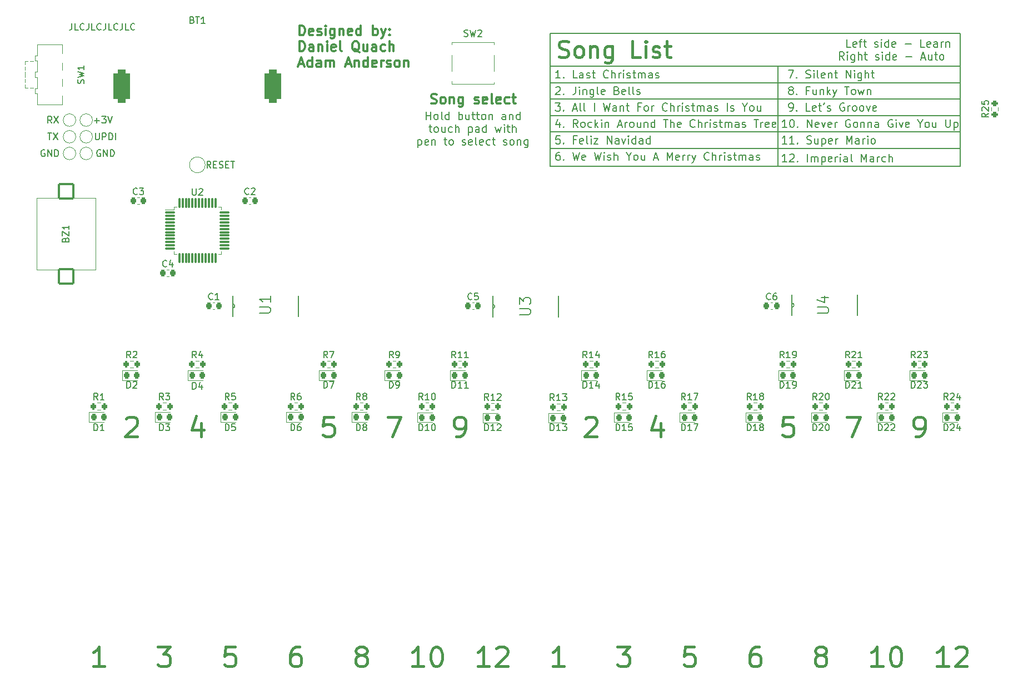
<source format=gto>
%TF.GenerationSoftware,KiCad,Pcbnew,(6.0.0)*%
%TF.CreationDate,2022-11-25T13:22:40+01:00*%
%TF.ProjectId,PCB,5043422e-6b69-4636-9164-5f7063625858,rev?*%
%TF.SameCoordinates,Original*%
%TF.FileFunction,Legend,Top*%
%TF.FilePolarity,Positive*%
%FSLAX46Y46*%
G04 Gerber Fmt 4.6, Leading zero omitted, Abs format (unit mm)*
G04 Created by KiCad (PCBNEW (6.0.0)) date 2022-11-25 13:22:40*
%MOMM*%
%LPD*%
G01*
G04 APERTURE LIST*
G04 Aperture macros list*
%AMRoundRect*
0 Rectangle with rounded corners*
0 $1 Rounding radius*
0 $2 $3 $4 $5 $6 $7 $8 $9 X,Y pos of 4 corners*
0 Add a 4 corners polygon primitive as box body*
4,1,4,$2,$3,$4,$5,$6,$7,$8,$9,$2,$3,0*
0 Add four circle primitives for the rounded corners*
1,1,$1+$1,$2,$3*
1,1,$1+$1,$4,$5*
1,1,$1+$1,$6,$7*
1,1,$1+$1,$8,$9*
0 Add four rect primitives between the rounded corners*
20,1,$1+$1,$2,$3,$4,$5,0*
20,1,$1+$1,$4,$5,$6,$7,0*
20,1,$1+$1,$6,$7,$8,$9,0*
20,1,$1+$1,$8,$9,$2,$3,0*%
%AMFreePoly0*
4,1,8,2.000000,-7.000000,5.000000,-10.000000,7.000000,-10.000000,7.000000,-25.000000,-2.000000,-25.000000,-2.000000,1.000000,2.000000,1.000000,2.000000,-7.000000,2.000000,-7.000000,$1*%
%AMFreePoly1*
4,1,7,4.500000,-10.000000,2.000000,-12.500000,-2.000000,-12.500000,-4.500000,-10.000000,-4.500000,1.500000,4.500000,1.500000,4.500000,-10.000000,4.500000,-10.000000,$1*%
%AMFreePoly2*
4,1,8,2.500000,0.000000,4.500000,0.000000,4.500000,-15.000000,-4.500000,-15.000000,-4.500000,0.000000,-2.500000,0.000000,0.000000,2.500000,2.500000,0.000000,2.500000,0.000000,$1*%
%AMFreePoly3*
4,1,8,2.000000,-25.000000,-7.000000,-25.000000,-7.000000,-10.000000,-5.000000,-10.000000,-2.000000,-7.000000,-2.000000,1.000000,2.000000,1.000000,2.000000,-25.000000,2.000000,-25.000000,$1*%
%AMFreePoly4*
4,1,8,2.000000,-24.500000,-7.000000,-24.500000,-7.000000,-9.500000,-5.000000,-9.500000,-2.000000,-6.500000,-2.000000,1.500000,2.000000,1.500000,2.000000,-24.500000,2.000000,-24.500000,$1*%
G04 Aperture macros list end*
%ADD10C,0.150000*%
%ADD11C,0.400000*%
%ADD12C,0.200000*%
%ADD13C,0.300000*%
%ADD14C,0.120000*%
%ADD15C,0.152400*%
%ADD16RoundRect,0.218750X-0.218750X-0.256250X0.218750X-0.256250X0.218750X0.256250X-0.218750X0.256250X0*%
%ADD17RoundRect,0.200000X-0.200000X-0.275000X0.200000X-0.275000X0.200000X0.275000X-0.200000X0.275000X0*%
%ADD18RoundRect,0.625000X-0.625000X-1.925000X0.625000X-1.925000X0.625000X1.925000X-0.625000X1.925000X0*%
%ADD19C,17.800000*%
%ADD20C,1.500000*%
%ADD21C,1.300000*%
%ADD22RoundRect,0.075000X-0.662500X-0.075000X0.662500X-0.075000X0.662500X0.075000X-0.662500X0.075000X0*%
%ADD23RoundRect,0.075000X-0.075000X-0.662500X0.075000X-0.662500X0.075000X0.662500X-0.075000X0.662500X0*%
%ADD24C,0.700000*%
%ADD25C,4.400000*%
%ADD26C,2.000000*%
%ADD27R,2.800000X1.000000*%
%ADD28RoundRect,0.225000X-0.225000X-0.250000X0.225000X-0.250000X0.225000X0.250000X-0.225000X0.250000X0*%
%ADD29RoundRect,0.200000X0.275000X-0.200000X0.275000X0.200000X-0.275000X0.200000X-0.275000X-0.200000X0*%
%ADD30FreePoly0,0.000000*%
%ADD31FreePoly1,0.000000*%
%ADD32FreePoly2,0.000000*%
%ADD33FreePoly3,0.000000*%
%ADD34C,0.900000*%
%ADD35R,2.500000X1.250000*%
%ADD36FreePoly4,0.000000*%
%ADD37R,0.533400X1.701800*%
%ADD38RoundRect,0.150000X-1.100000X1.100000X-1.100000X-1.100000X1.100000X-1.100000X1.100000X1.100000X0*%
G04 APERTURE END LIST*
D10*
X33380952Y-28452380D02*
X33380952Y-29166666D01*
X33333333Y-29309523D01*
X33238095Y-29404761D01*
X33095238Y-29452380D01*
X33000000Y-29452380D01*
X34333333Y-29452380D02*
X33857142Y-29452380D01*
X33857142Y-28452380D01*
X35238095Y-29357142D02*
X35190476Y-29404761D01*
X35047619Y-29452380D01*
X34952380Y-29452380D01*
X34809523Y-29404761D01*
X34714285Y-29309523D01*
X34666666Y-29214285D01*
X34619047Y-29023809D01*
X34619047Y-28880952D01*
X34666666Y-28690476D01*
X34714285Y-28595238D01*
X34809523Y-28500000D01*
X34952380Y-28452380D01*
X35047619Y-28452380D01*
X35190476Y-28500000D01*
X35238095Y-28547619D01*
X35952380Y-28452380D02*
X35952380Y-29166666D01*
X35904761Y-29309523D01*
X35809523Y-29404761D01*
X35666666Y-29452380D01*
X35571428Y-29452380D01*
X36904761Y-29452380D02*
X36428571Y-29452380D01*
X36428571Y-28452380D01*
X37809523Y-29357142D02*
X37761904Y-29404761D01*
X37619047Y-29452380D01*
X37523809Y-29452380D01*
X37380952Y-29404761D01*
X37285714Y-29309523D01*
X37238095Y-29214285D01*
X37190476Y-29023809D01*
X37190476Y-28880952D01*
X37238095Y-28690476D01*
X37285714Y-28595238D01*
X37380952Y-28500000D01*
X37523809Y-28452380D01*
X37619047Y-28452380D01*
X37761904Y-28500000D01*
X37809523Y-28547619D01*
X38523809Y-28452380D02*
X38523809Y-29166666D01*
X38476190Y-29309523D01*
X38380952Y-29404761D01*
X38238095Y-29452380D01*
X38142857Y-29452380D01*
X39476190Y-29452380D02*
X39000000Y-29452380D01*
X39000000Y-28452380D01*
X40380952Y-29357142D02*
X40333333Y-29404761D01*
X40190476Y-29452380D01*
X40095238Y-29452380D01*
X39952380Y-29404761D01*
X39857142Y-29309523D01*
X39809523Y-29214285D01*
X39761904Y-29023809D01*
X39761904Y-28880952D01*
X39809523Y-28690476D01*
X39857142Y-28595238D01*
X39952380Y-28500000D01*
X40095238Y-28452380D01*
X40190476Y-28452380D01*
X40333333Y-28500000D01*
X40380952Y-28547619D01*
X41095238Y-28452380D02*
X41095238Y-29166666D01*
X41047619Y-29309523D01*
X40952380Y-29404761D01*
X40809523Y-29452380D01*
X40714285Y-29452380D01*
X42047619Y-29452380D02*
X41571428Y-29452380D01*
X41571428Y-28452380D01*
X42952380Y-29357142D02*
X42904761Y-29404761D01*
X42761904Y-29452380D01*
X42666666Y-29452380D01*
X42523809Y-29404761D01*
X42428571Y-29309523D01*
X42380952Y-29214285D01*
X42333333Y-29023809D01*
X42333333Y-28880952D01*
X42380952Y-28690476D01*
X42428571Y-28595238D01*
X42523809Y-28500000D01*
X42666666Y-28452380D01*
X42761904Y-28452380D01*
X42904761Y-28500000D01*
X42952380Y-28547619D01*
X106250000Y-45000000D02*
X168750000Y-45000000D01*
X168750000Y-45000000D02*
X168750000Y-47500000D01*
X168750000Y-47500000D02*
X106250000Y-47500000D01*
X106250000Y-47500000D02*
X106250000Y-45000000D01*
X106250000Y-35000000D02*
X168750000Y-35000000D01*
X168750000Y-35000000D02*
X168750000Y-37500000D01*
X168750000Y-37500000D02*
X106250000Y-37500000D01*
X106250000Y-37500000D02*
X106250000Y-35000000D01*
X141000000Y-35000000D02*
X141000000Y-50250000D01*
X106250000Y-40000000D02*
X168750000Y-40000000D01*
X168750000Y-40000000D02*
X168750000Y-42500000D01*
X168750000Y-42500000D02*
X106250000Y-42500000D01*
X106250000Y-42500000D02*
X106250000Y-40000000D01*
X106250000Y-30000000D02*
X168750000Y-30000000D01*
X168750000Y-30000000D02*
X168750000Y-50250000D01*
X168750000Y-50250000D02*
X106250000Y-50250000D01*
X106250000Y-50250000D02*
X106250000Y-30000000D01*
D11*
X166928571Y-126357142D02*
X165214285Y-126357142D01*
X166071428Y-126357142D02*
X166071428Y-123357142D01*
X165785714Y-123785714D01*
X165500000Y-124071428D01*
X165214285Y-124214285D01*
X168071428Y-123642857D02*
X168214285Y-123500000D01*
X168500000Y-123357142D01*
X169214285Y-123357142D01*
X169500000Y-123500000D01*
X169642857Y-123642857D01*
X169785714Y-123928571D01*
X169785714Y-124214285D01*
X169642857Y-124642857D01*
X167928571Y-126357142D01*
X169785714Y-126357142D01*
D10*
X36976190Y-45172380D02*
X36976190Y-45981904D01*
X37023809Y-46077142D01*
X37071428Y-46124761D01*
X37166666Y-46172380D01*
X37357142Y-46172380D01*
X37452380Y-46124761D01*
X37500000Y-46077142D01*
X37547619Y-45981904D01*
X37547619Y-45172380D01*
X38023809Y-46172380D02*
X38023809Y-45172380D01*
X38404761Y-45172380D01*
X38500000Y-45220000D01*
X38547619Y-45267619D01*
X38595238Y-45362857D01*
X38595238Y-45505714D01*
X38547619Y-45600952D01*
X38500000Y-45648571D01*
X38404761Y-45696190D01*
X38023809Y-45696190D01*
X39023809Y-46172380D02*
X39023809Y-45172380D01*
X39261904Y-45172380D01*
X39404761Y-45220000D01*
X39500000Y-45315238D01*
X39547619Y-45410476D01*
X39595238Y-45600952D01*
X39595238Y-45743809D01*
X39547619Y-45934285D01*
X39500000Y-46029523D01*
X39404761Y-46124761D01*
X39261904Y-46172380D01*
X39023809Y-46172380D01*
X40023809Y-46172380D02*
X40023809Y-45172380D01*
X37738095Y-47760000D02*
X37642857Y-47712380D01*
X37500000Y-47712380D01*
X37357142Y-47760000D01*
X37261904Y-47855238D01*
X37214285Y-47950476D01*
X37166666Y-48140952D01*
X37166666Y-48283809D01*
X37214285Y-48474285D01*
X37261904Y-48569523D01*
X37357142Y-48664761D01*
X37500000Y-48712380D01*
X37595238Y-48712380D01*
X37738095Y-48664761D01*
X37785714Y-48617142D01*
X37785714Y-48283809D01*
X37595238Y-48283809D01*
X38214285Y-48712380D02*
X38214285Y-47712380D01*
X38785714Y-48712380D01*
X38785714Y-47712380D01*
X39261904Y-48712380D02*
X39261904Y-47712380D01*
X39500000Y-47712380D01*
X39642857Y-47760000D01*
X39738095Y-47855238D01*
X39785714Y-47950476D01*
X39833333Y-48140952D01*
X39833333Y-48283809D01*
X39785714Y-48474285D01*
X39738095Y-48569523D01*
X39642857Y-48664761D01*
X39500000Y-48712380D01*
X39261904Y-48712380D01*
D12*
X142551428Y-35592857D02*
X143351428Y-35592857D01*
X142837142Y-36792857D01*
X143808571Y-36678571D02*
X143865714Y-36735714D01*
X143808571Y-36792857D01*
X143751428Y-36735714D01*
X143808571Y-36678571D01*
X143808571Y-36792857D01*
X145237142Y-36735714D02*
X145408571Y-36792857D01*
X145694285Y-36792857D01*
X145808571Y-36735714D01*
X145865714Y-36678571D01*
X145922857Y-36564285D01*
X145922857Y-36450000D01*
X145865714Y-36335714D01*
X145808571Y-36278571D01*
X145694285Y-36221428D01*
X145465714Y-36164285D01*
X145351428Y-36107142D01*
X145294285Y-36050000D01*
X145237142Y-35935714D01*
X145237142Y-35821428D01*
X145294285Y-35707142D01*
X145351428Y-35650000D01*
X145465714Y-35592857D01*
X145751428Y-35592857D01*
X145922857Y-35650000D01*
X146437142Y-36792857D02*
X146437142Y-35992857D01*
X146437142Y-35592857D02*
X146380000Y-35650000D01*
X146437142Y-35707142D01*
X146494285Y-35650000D01*
X146437142Y-35592857D01*
X146437142Y-35707142D01*
X147180000Y-36792857D02*
X147065714Y-36735714D01*
X147008571Y-36621428D01*
X147008571Y-35592857D01*
X148094285Y-36735714D02*
X147980000Y-36792857D01*
X147751428Y-36792857D01*
X147637142Y-36735714D01*
X147580000Y-36621428D01*
X147580000Y-36164285D01*
X147637142Y-36050000D01*
X147751428Y-35992857D01*
X147980000Y-35992857D01*
X148094285Y-36050000D01*
X148151428Y-36164285D01*
X148151428Y-36278571D01*
X147580000Y-36392857D01*
X148665714Y-35992857D02*
X148665714Y-36792857D01*
X148665714Y-36107142D02*
X148722857Y-36050000D01*
X148837142Y-35992857D01*
X149008571Y-35992857D01*
X149122857Y-36050000D01*
X149180000Y-36164285D01*
X149180000Y-36792857D01*
X149580000Y-35992857D02*
X150037142Y-35992857D01*
X149751428Y-35592857D02*
X149751428Y-36621428D01*
X149808571Y-36735714D01*
X149922857Y-36792857D01*
X150037142Y-36792857D01*
X151351428Y-36792857D02*
X151351428Y-35592857D01*
X152037142Y-36792857D01*
X152037142Y-35592857D01*
X152608571Y-36792857D02*
X152608571Y-35992857D01*
X152608571Y-35592857D02*
X152551428Y-35650000D01*
X152608571Y-35707142D01*
X152665714Y-35650000D01*
X152608571Y-35592857D01*
X152608571Y-35707142D01*
X153694285Y-35992857D02*
X153694285Y-36964285D01*
X153637142Y-37078571D01*
X153580000Y-37135714D01*
X153465714Y-37192857D01*
X153294285Y-37192857D01*
X153180000Y-37135714D01*
X153694285Y-36735714D02*
X153580000Y-36792857D01*
X153351428Y-36792857D01*
X153237142Y-36735714D01*
X153180000Y-36678571D01*
X153122857Y-36564285D01*
X153122857Y-36221428D01*
X153180000Y-36107142D01*
X153237142Y-36050000D01*
X153351428Y-35992857D01*
X153580000Y-35992857D01*
X153694285Y-36050000D01*
X154265714Y-36792857D02*
X154265714Y-35592857D01*
X154780000Y-36792857D02*
X154780000Y-36164285D01*
X154722857Y-36050000D01*
X154608571Y-35992857D01*
X154437142Y-35992857D01*
X154322857Y-36050000D01*
X154265714Y-36107142D01*
X155180000Y-35992857D02*
X155637142Y-35992857D01*
X155351428Y-35592857D02*
X155351428Y-36621428D01*
X155408571Y-36735714D01*
X155522857Y-36792857D01*
X155637142Y-36792857D01*
D11*
X108357142Y-126357142D02*
X106642857Y-126357142D01*
X107500000Y-126357142D02*
X107500000Y-123357142D01*
X107214285Y-123785714D01*
X106928571Y-124071428D01*
X106642857Y-124214285D01*
X143214285Y-88357142D02*
X141785714Y-88357142D01*
X141642857Y-89785714D01*
X141785714Y-89642857D01*
X142071428Y-89500000D01*
X142785714Y-89500000D01*
X143071428Y-89642857D01*
X143214285Y-89785714D01*
X143357142Y-90071428D01*
X143357142Y-90785714D01*
X143214285Y-91071428D01*
X143071428Y-91214285D01*
X142785714Y-91357142D01*
X142071428Y-91357142D01*
X141785714Y-91214285D01*
X141642857Y-91071428D01*
X46500000Y-123357142D02*
X48357142Y-123357142D01*
X47357142Y-124500000D01*
X47785714Y-124500000D01*
X48071428Y-124642857D01*
X48214285Y-124785714D01*
X48357142Y-125071428D01*
X48357142Y-125785714D01*
X48214285Y-126071428D01*
X48071428Y-126214285D01*
X47785714Y-126357142D01*
X46928571Y-126357142D01*
X46642857Y-126214285D01*
X46500000Y-126071428D01*
X123071428Y-89357142D02*
X123071428Y-91357142D01*
X122357142Y-88214285D02*
X121642857Y-90357142D01*
X123500000Y-90357142D01*
X81500000Y-88357142D02*
X83500000Y-88357142D01*
X82214285Y-91357142D01*
D13*
X88107142Y-40607142D02*
X88321428Y-40678571D01*
X88678571Y-40678571D01*
X88821428Y-40607142D01*
X88892857Y-40535714D01*
X88964285Y-40392857D01*
X88964285Y-40250000D01*
X88892857Y-40107142D01*
X88821428Y-40035714D01*
X88678571Y-39964285D01*
X88392857Y-39892857D01*
X88250000Y-39821428D01*
X88178571Y-39750000D01*
X88107142Y-39607142D01*
X88107142Y-39464285D01*
X88178571Y-39321428D01*
X88250000Y-39250000D01*
X88392857Y-39178571D01*
X88750000Y-39178571D01*
X88964285Y-39250000D01*
X89821428Y-40678571D02*
X89678571Y-40607142D01*
X89607142Y-40535714D01*
X89535714Y-40392857D01*
X89535714Y-39964285D01*
X89607142Y-39821428D01*
X89678571Y-39750000D01*
X89821428Y-39678571D01*
X90035714Y-39678571D01*
X90178571Y-39750000D01*
X90250000Y-39821428D01*
X90321428Y-39964285D01*
X90321428Y-40392857D01*
X90250000Y-40535714D01*
X90178571Y-40607142D01*
X90035714Y-40678571D01*
X89821428Y-40678571D01*
X90964285Y-39678571D02*
X90964285Y-40678571D01*
X90964285Y-39821428D02*
X91035714Y-39750000D01*
X91178571Y-39678571D01*
X91392857Y-39678571D01*
X91535714Y-39750000D01*
X91607142Y-39892857D01*
X91607142Y-40678571D01*
X92964285Y-39678571D02*
X92964285Y-40892857D01*
X92892857Y-41035714D01*
X92821428Y-41107142D01*
X92678571Y-41178571D01*
X92464285Y-41178571D01*
X92321428Y-41107142D01*
X92964285Y-40607142D02*
X92821428Y-40678571D01*
X92535714Y-40678571D01*
X92392857Y-40607142D01*
X92321428Y-40535714D01*
X92250000Y-40392857D01*
X92250000Y-39964285D01*
X92321428Y-39821428D01*
X92392857Y-39750000D01*
X92535714Y-39678571D01*
X92821428Y-39678571D01*
X92964285Y-39750000D01*
X94750000Y-40607142D02*
X94892857Y-40678571D01*
X95178571Y-40678571D01*
X95321428Y-40607142D01*
X95392857Y-40464285D01*
X95392857Y-40392857D01*
X95321428Y-40250000D01*
X95178571Y-40178571D01*
X94964285Y-40178571D01*
X94821428Y-40107142D01*
X94750000Y-39964285D01*
X94750000Y-39892857D01*
X94821428Y-39750000D01*
X94964285Y-39678571D01*
X95178571Y-39678571D01*
X95321428Y-39750000D01*
X96607142Y-40607142D02*
X96464285Y-40678571D01*
X96178571Y-40678571D01*
X96035714Y-40607142D01*
X95964285Y-40464285D01*
X95964285Y-39892857D01*
X96035714Y-39750000D01*
X96178571Y-39678571D01*
X96464285Y-39678571D01*
X96607142Y-39750000D01*
X96678571Y-39892857D01*
X96678571Y-40035714D01*
X95964285Y-40178571D01*
X97535714Y-40678571D02*
X97392857Y-40607142D01*
X97321428Y-40464285D01*
X97321428Y-39178571D01*
X98678571Y-40607142D02*
X98535714Y-40678571D01*
X98250000Y-40678571D01*
X98107142Y-40607142D01*
X98035714Y-40464285D01*
X98035714Y-39892857D01*
X98107142Y-39750000D01*
X98250000Y-39678571D01*
X98535714Y-39678571D01*
X98678571Y-39750000D01*
X98750000Y-39892857D01*
X98750000Y-40035714D01*
X98035714Y-40178571D01*
X100035714Y-40607142D02*
X99892857Y-40678571D01*
X99607142Y-40678571D01*
X99464285Y-40607142D01*
X99392857Y-40535714D01*
X99321428Y-40392857D01*
X99321428Y-39964285D01*
X99392857Y-39821428D01*
X99464285Y-39750000D01*
X99607142Y-39678571D01*
X99892857Y-39678571D01*
X100035714Y-39750000D01*
X100464285Y-39678571D02*
X101035714Y-39678571D01*
X100678571Y-39178571D02*
X100678571Y-40464285D01*
X100750000Y-40607142D01*
X100892857Y-40678571D01*
X101035714Y-40678571D01*
D11*
X58214285Y-123357142D02*
X56785714Y-123357142D01*
X56642857Y-124785714D01*
X56785714Y-124642857D01*
X57071428Y-124500000D01*
X57785714Y-124500000D01*
X58071428Y-124642857D01*
X58214285Y-124785714D01*
X58357142Y-125071428D01*
X58357142Y-125785714D01*
X58214285Y-126071428D01*
X58071428Y-126214285D01*
X57785714Y-126357142D01*
X57071428Y-126357142D01*
X56785714Y-126214285D01*
X56642857Y-126071428D01*
X41642857Y-88642857D02*
X41785714Y-88500000D01*
X42071428Y-88357142D01*
X42785714Y-88357142D01*
X43071428Y-88500000D01*
X43214285Y-88642857D01*
X43357142Y-88928571D01*
X43357142Y-89214285D01*
X43214285Y-89642857D01*
X41500000Y-91357142D01*
X43357142Y-91357142D01*
X77214285Y-124642857D02*
X76928571Y-124500000D01*
X76785714Y-124357142D01*
X76642857Y-124071428D01*
X76642857Y-123928571D01*
X76785714Y-123642857D01*
X76928571Y-123500000D01*
X77214285Y-123357142D01*
X77785714Y-123357142D01*
X78071428Y-123500000D01*
X78214285Y-123642857D01*
X78357142Y-123928571D01*
X78357142Y-124071428D01*
X78214285Y-124357142D01*
X78071428Y-124500000D01*
X77785714Y-124642857D01*
X77214285Y-124642857D01*
X76928571Y-124785714D01*
X76785714Y-124928571D01*
X76642857Y-125214285D01*
X76642857Y-125785714D01*
X76785714Y-126071428D01*
X76928571Y-126214285D01*
X77214285Y-126357142D01*
X77785714Y-126357142D01*
X78071428Y-126214285D01*
X78214285Y-126071428D01*
X78357142Y-125785714D01*
X78357142Y-125214285D01*
X78214285Y-124928571D01*
X78071428Y-124785714D01*
X77785714Y-124642857D01*
X128214285Y-123357142D02*
X126785714Y-123357142D01*
X126642857Y-124785714D01*
X126785714Y-124642857D01*
X127071428Y-124500000D01*
X127785714Y-124500000D01*
X128071428Y-124642857D01*
X128214285Y-124785714D01*
X128357142Y-125071428D01*
X128357142Y-125785714D01*
X128214285Y-126071428D01*
X128071428Y-126214285D01*
X127785714Y-126357142D01*
X127071428Y-126357142D01*
X126785714Y-126214285D01*
X126642857Y-126071428D01*
X86928571Y-126357142D02*
X85214285Y-126357142D01*
X86071428Y-126357142D02*
X86071428Y-123357142D01*
X85785714Y-123785714D01*
X85500000Y-124071428D01*
X85214285Y-124214285D01*
X88785714Y-123357142D02*
X89071428Y-123357142D01*
X89357142Y-123500000D01*
X89500000Y-123642857D01*
X89642857Y-123928571D01*
X89785714Y-124500000D01*
X89785714Y-125214285D01*
X89642857Y-125785714D01*
X89500000Y-126071428D01*
X89357142Y-126214285D01*
X89071428Y-126357142D01*
X88785714Y-126357142D01*
X88500000Y-126214285D01*
X88357142Y-126071428D01*
X88214285Y-125785714D01*
X88071428Y-125214285D01*
X88071428Y-124500000D01*
X88214285Y-123928571D01*
X88357142Y-123642857D01*
X88500000Y-123500000D01*
X88785714Y-123357142D01*
X91928571Y-91357142D02*
X92500000Y-91357142D01*
X92785714Y-91214285D01*
X92928571Y-91071428D01*
X93214285Y-90642857D01*
X93357142Y-90071428D01*
X93357142Y-88928571D01*
X93214285Y-88642857D01*
X93071428Y-88500000D01*
X92785714Y-88357142D01*
X92214285Y-88357142D01*
X91928571Y-88500000D01*
X91785714Y-88642857D01*
X91642857Y-88928571D01*
X91642857Y-89642857D01*
X91785714Y-89928571D01*
X91928571Y-90071428D01*
X92214285Y-90214285D01*
X92785714Y-90214285D01*
X93071428Y-90071428D01*
X93214285Y-89928571D01*
X93357142Y-89642857D01*
D12*
X152055714Y-32076857D02*
X151484285Y-32076857D01*
X151484285Y-30876857D01*
X152912857Y-32019714D02*
X152798571Y-32076857D01*
X152570000Y-32076857D01*
X152455714Y-32019714D01*
X152398571Y-31905428D01*
X152398571Y-31448285D01*
X152455714Y-31334000D01*
X152570000Y-31276857D01*
X152798571Y-31276857D01*
X152912857Y-31334000D01*
X152970000Y-31448285D01*
X152970000Y-31562571D01*
X152398571Y-31676857D01*
X153312857Y-31276857D02*
X153770000Y-31276857D01*
X153484285Y-32076857D02*
X153484285Y-31048285D01*
X153541428Y-30934000D01*
X153655714Y-30876857D01*
X153770000Y-30876857D01*
X153998571Y-31276857D02*
X154455714Y-31276857D01*
X154170000Y-30876857D02*
X154170000Y-31905428D01*
X154227142Y-32019714D01*
X154341428Y-32076857D01*
X154455714Y-32076857D01*
X155712857Y-32019714D02*
X155827142Y-32076857D01*
X156055714Y-32076857D01*
X156170000Y-32019714D01*
X156227142Y-31905428D01*
X156227142Y-31848285D01*
X156170000Y-31734000D01*
X156055714Y-31676857D01*
X155884285Y-31676857D01*
X155770000Y-31619714D01*
X155712857Y-31505428D01*
X155712857Y-31448285D01*
X155770000Y-31334000D01*
X155884285Y-31276857D01*
X156055714Y-31276857D01*
X156170000Y-31334000D01*
X156741428Y-32076857D02*
X156741428Y-31276857D01*
X156741428Y-30876857D02*
X156684285Y-30934000D01*
X156741428Y-30991142D01*
X156798571Y-30934000D01*
X156741428Y-30876857D01*
X156741428Y-30991142D01*
X157827142Y-32076857D02*
X157827142Y-30876857D01*
X157827142Y-32019714D02*
X157712857Y-32076857D01*
X157484285Y-32076857D01*
X157370000Y-32019714D01*
X157312857Y-31962571D01*
X157255714Y-31848285D01*
X157255714Y-31505428D01*
X157312857Y-31391142D01*
X157370000Y-31334000D01*
X157484285Y-31276857D01*
X157712857Y-31276857D01*
X157827142Y-31334000D01*
X158855714Y-32019714D02*
X158741428Y-32076857D01*
X158512857Y-32076857D01*
X158398571Y-32019714D01*
X158341428Y-31905428D01*
X158341428Y-31448285D01*
X158398571Y-31334000D01*
X158512857Y-31276857D01*
X158741428Y-31276857D01*
X158855714Y-31334000D01*
X158912857Y-31448285D01*
X158912857Y-31562571D01*
X158341428Y-31676857D01*
X160341428Y-31619714D02*
X161255714Y-31619714D01*
X163312857Y-32076857D02*
X162741428Y-32076857D01*
X162741428Y-30876857D01*
X164170000Y-32019714D02*
X164055714Y-32076857D01*
X163827142Y-32076857D01*
X163712857Y-32019714D01*
X163655714Y-31905428D01*
X163655714Y-31448285D01*
X163712857Y-31334000D01*
X163827142Y-31276857D01*
X164055714Y-31276857D01*
X164170000Y-31334000D01*
X164227142Y-31448285D01*
X164227142Y-31562571D01*
X163655714Y-31676857D01*
X165255714Y-32076857D02*
X165255714Y-31448285D01*
X165198571Y-31334000D01*
X165084285Y-31276857D01*
X164855714Y-31276857D01*
X164741428Y-31334000D01*
X165255714Y-32019714D02*
X165141428Y-32076857D01*
X164855714Y-32076857D01*
X164741428Y-32019714D01*
X164684285Y-31905428D01*
X164684285Y-31791142D01*
X164741428Y-31676857D01*
X164855714Y-31619714D01*
X165141428Y-31619714D01*
X165255714Y-31562571D01*
X165827142Y-32076857D02*
X165827142Y-31276857D01*
X165827142Y-31505428D02*
X165884285Y-31391142D01*
X165941428Y-31334000D01*
X166055714Y-31276857D01*
X166170000Y-31276857D01*
X166570000Y-31276857D02*
X166570000Y-32076857D01*
X166570000Y-31391142D02*
X166627142Y-31334000D01*
X166741428Y-31276857D01*
X166912857Y-31276857D01*
X167027142Y-31334000D01*
X167084285Y-31448285D01*
X167084285Y-32076857D01*
X151027142Y-34008857D02*
X150627142Y-33437428D01*
X150341428Y-34008857D02*
X150341428Y-32808857D01*
X150798571Y-32808857D01*
X150912857Y-32866000D01*
X150970000Y-32923142D01*
X151027142Y-33037428D01*
X151027142Y-33208857D01*
X150970000Y-33323142D01*
X150912857Y-33380285D01*
X150798571Y-33437428D01*
X150341428Y-33437428D01*
X151541428Y-34008857D02*
X151541428Y-33208857D01*
X151541428Y-32808857D02*
X151484285Y-32866000D01*
X151541428Y-32923142D01*
X151598571Y-32866000D01*
X151541428Y-32808857D01*
X151541428Y-32923142D01*
X152627142Y-33208857D02*
X152627142Y-34180285D01*
X152570000Y-34294571D01*
X152512857Y-34351714D01*
X152398571Y-34408857D01*
X152227142Y-34408857D01*
X152112857Y-34351714D01*
X152627142Y-33951714D02*
X152512857Y-34008857D01*
X152284285Y-34008857D01*
X152170000Y-33951714D01*
X152112857Y-33894571D01*
X152055714Y-33780285D01*
X152055714Y-33437428D01*
X152112857Y-33323142D01*
X152170000Y-33266000D01*
X152284285Y-33208857D01*
X152512857Y-33208857D01*
X152627142Y-33266000D01*
X153198571Y-34008857D02*
X153198571Y-32808857D01*
X153712857Y-34008857D02*
X153712857Y-33380285D01*
X153655714Y-33266000D01*
X153541428Y-33208857D01*
X153370000Y-33208857D01*
X153255714Y-33266000D01*
X153198571Y-33323142D01*
X154112857Y-33208857D02*
X154570000Y-33208857D01*
X154284285Y-32808857D02*
X154284285Y-33837428D01*
X154341428Y-33951714D01*
X154455714Y-34008857D01*
X154570000Y-34008857D01*
X155827142Y-33951714D02*
X155941428Y-34008857D01*
X156170000Y-34008857D01*
X156284285Y-33951714D01*
X156341428Y-33837428D01*
X156341428Y-33780285D01*
X156284285Y-33666000D01*
X156170000Y-33608857D01*
X155998571Y-33608857D01*
X155884285Y-33551714D01*
X155827142Y-33437428D01*
X155827142Y-33380285D01*
X155884285Y-33266000D01*
X155998571Y-33208857D01*
X156170000Y-33208857D01*
X156284285Y-33266000D01*
X156855714Y-34008857D02*
X156855714Y-33208857D01*
X156855714Y-32808857D02*
X156798571Y-32866000D01*
X156855714Y-32923142D01*
X156912857Y-32866000D01*
X156855714Y-32808857D01*
X156855714Y-32923142D01*
X157941428Y-34008857D02*
X157941428Y-32808857D01*
X157941428Y-33951714D02*
X157827142Y-34008857D01*
X157598571Y-34008857D01*
X157484285Y-33951714D01*
X157427142Y-33894571D01*
X157370000Y-33780285D01*
X157370000Y-33437428D01*
X157427142Y-33323142D01*
X157484285Y-33266000D01*
X157598571Y-33208857D01*
X157827142Y-33208857D01*
X157941428Y-33266000D01*
X158970000Y-33951714D02*
X158855714Y-34008857D01*
X158627142Y-34008857D01*
X158512857Y-33951714D01*
X158455714Y-33837428D01*
X158455714Y-33380285D01*
X158512857Y-33266000D01*
X158627142Y-33208857D01*
X158855714Y-33208857D01*
X158970000Y-33266000D01*
X159027142Y-33380285D01*
X159027142Y-33494571D01*
X158455714Y-33608857D01*
X160455714Y-33551714D02*
X161370000Y-33551714D01*
X162798571Y-33666000D02*
X163370000Y-33666000D01*
X162684285Y-34008857D02*
X163084285Y-32808857D01*
X163484285Y-34008857D01*
X164398571Y-33208857D02*
X164398571Y-34008857D01*
X163884285Y-33208857D02*
X163884285Y-33837428D01*
X163941428Y-33951714D01*
X164055714Y-34008857D01*
X164227142Y-34008857D01*
X164341428Y-33951714D01*
X164398571Y-33894571D01*
X164798571Y-33208857D02*
X165255714Y-33208857D01*
X164970000Y-32808857D02*
X164970000Y-33837428D01*
X165027142Y-33951714D01*
X165141428Y-34008857D01*
X165255714Y-34008857D01*
X165827142Y-34008857D02*
X165712857Y-33951714D01*
X165655714Y-33894571D01*
X165598571Y-33780285D01*
X165598571Y-33437428D01*
X165655714Y-33323142D01*
X165712857Y-33266000D01*
X165827142Y-33208857D01*
X165998571Y-33208857D01*
X166112857Y-33266000D01*
X166170000Y-33323142D01*
X166227142Y-33437428D01*
X166227142Y-33780285D01*
X166170000Y-33894571D01*
X166112857Y-33951714D01*
X165998571Y-34008857D01*
X165827142Y-34008857D01*
D11*
X68071428Y-123357142D02*
X67500000Y-123357142D01*
X67214285Y-123500000D01*
X67071428Y-123642857D01*
X66785714Y-124071428D01*
X66642857Y-124642857D01*
X66642857Y-125785714D01*
X66785714Y-126071428D01*
X66928571Y-126214285D01*
X67214285Y-126357142D01*
X67785714Y-126357142D01*
X68071428Y-126214285D01*
X68214285Y-126071428D01*
X68357142Y-125785714D01*
X68357142Y-125071428D01*
X68214285Y-124785714D01*
X68071428Y-124642857D01*
X67785714Y-124500000D01*
X67214285Y-124500000D01*
X66928571Y-124642857D01*
X66785714Y-124785714D01*
X66642857Y-125071428D01*
X156928571Y-126357142D02*
X155214285Y-126357142D01*
X156071428Y-126357142D02*
X156071428Y-123357142D01*
X155785714Y-123785714D01*
X155500000Y-124071428D01*
X155214285Y-124214285D01*
X158785714Y-123357142D02*
X159071428Y-123357142D01*
X159357142Y-123500000D01*
X159500000Y-123642857D01*
X159642857Y-123928571D01*
X159785714Y-124500000D01*
X159785714Y-125214285D01*
X159642857Y-125785714D01*
X159500000Y-126071428D01*
X159357142Y-126214285D01*
X159071428Y-126357142D01*
X158785714Y-126357142D01*
X158500000Y-126214285D01*
X158357142Y-126071428D01*
X158214285Y-125785714D01*
X158071428Y-125214285D01*
X158071428Y-124500000D01*
X158214285Y-123928571D01*
X158357142Y-123642857D01*
X158500000Y-123500000D01*
X158785714Y-123357142D01*
X73214285Y-88357142D02*
X71785714Y-88357142D01*
X71642857Y-89785714D01*
X71785714Y-89642857D01*
X72071428Y-89500000D01*
X72785714Y-89500000D01*
X73071428Y-89642857D01*
X73214285Y-89785714D01*
X73357142Y-90071428D01*
X73357142Y-90785714D01*
X73214285Y-91071428D01*
X73071428Y-91214285D01*
X72785714Y-91357142D01*
X72071428Y-91357142D01*
X71785714Y-91214285D01*
X71642857Y-91071428D01*
D10*
X30313333Y-43632380D02*
X29980000Y-43156190D01*
X29741904Y-43632380D02*
X29741904Y-42632380D01*
X30122857Y-42632380D01*
X30218095Y-42680000D01*
X30265714Y-42727619D01*
X30313333Y-42822857D01*
X30313333Y-42965714D01*
X30265714Y-43060952D01*
X30218095Y-43108571D01*
X30122857Y-43156190D01*
X29741904Y-43156190D01*
X30646666Y-42632380D02*
X31313333Y-43632380D01*
X31313333Y-42632380D02*
X30646666Y-43632380D01*
D11*
X138071428Y-123357142D02*
X137500000Y-123357142D01*
X137214285Y-123500000D01*
X137071428Y-123642857D01*
X136785714Y-124071428D01*
X136642857Y-124642857D01*
X136642857Y-125785714D01*
X136785714Y-126071428D01*
X136928571Y-126214285D01*
X137214285Y-126357142D01*
X137785714Y-126357142D01*
X138071428Y-126214285D01*
X138214285Y-126071428D01*
X138357142Y-125785714D01*
X138357142Y-125071428D01*
X138214285Y-124785714D01*
X138071428Y-124642857D01*
X137785714Y-124500000D01*
X137214285Y-124500000D01*
X136928571Y-124642857D01*
X136785714Y-124785714D01*
X136642857Y-125071428D01*
X151500000Y-88357142D02*
X153500000Y-88357142D01*
X152214285Y-91357142D01*
X53071428Y-89357142D02*
X53071428Y-91357142D01*
X52357142Y-88214285D02*
X51642857Y-90357142D01*
X53500000Y-90357142D01*
X96928571Y-126357142D02*
X95214285Y-126357142D01*
X96071428Y-126357142D02*
X96071428Y-123357142D01*
X95785714Y-123785714D01*
X95500000Y-124071428D01*
X95214285Y-124214285D01*
X98071428Y-123642857D02*
X98214285Y-123500000D01*
X98500000Y-123357142D01*
X99214285Y-123357142D01*
X99500000Y-123500000D01*
X99642857Y-123642857D01*
X99785714Y-123928571D01*
X99785714Y-124214285D01*
X99642857Y-124642857D01*
X97928571Y-126357142D01*
X99785714Y-126357142D01*
X107607142Y-33511904D02*
X107964285Y-33630952D01*
X108559523Y-33630952D01*
X108797619Y-33511904D01*
X108916666Y-33392857D01*
X109035714Y-33154761D01*
X109035714Y-32916666D01*
X108916666Y-32678571D01*
X108797619Y-32559523D01*
X108559523Y-32440476D01*
X108083333Y-32321428D01*
X107845238Y-32202380D01*
X107726190Y-32083333D01*
X107607142Y-31845238D01*
X107607142Y-31607142D01*
X107726190Y-31369047D01*
X107845238Y-31250000D01*
X108083333Y-31130952D01*
X108678571Y-31130952D01*
X109035714Y-31250000D01*
X110464285Y-33630952D02*
X110226190Y-33511904D01*
X110107142Y-33392857D01*
X109988095Y-33154761D01*
X109988095Y-32440476D01*
X110107142Y-32202380D01*
X110226190Y-32083333D01*
X110464285Y-31964285D01*
X110821428Y-31964285D01*
X111059523Y-32083333D01*
X111178571Y-32202380D01*
X111297619Y-32440476D01*
X111297619Y-33154761D01*
X111178571Y-33392857D01*
X111059523Y-33511904D01*
X110821428Y-33630952D01*
X110464285Y-33630952D01*
X112369047Y-31964285D02*
X112369047Y-33630952D01*
X112369047Y-32202380D02*
X112488095Y-32083333D01*
X112726190Y-31964285D01*
X113083333Y-31964285D01*
X113321428Y-32083333D01*
X113440476Y-32321428D01*
X113440476Y-33630952D01*
X115702380Y-31964285D02*
X115702380Y-33988095D01*
X115583333Y-34226190D01*
X115464285Y-34345238D01*
X115226190Y-34464285D01*
X114869047Y-34464285D01*
X114630952Y-34345238D01*
X115702380Y-33511904D02*
X115464285Y-33630952D01*
X114988095Y-33630952D01*
X114750000Y-33511904D01*
X114630952Y-33392857D01*
X114511904Y-33154761D01*
X114511904Y-32440476D01*
X114630952Y-32202380D01*
X114750000Y-32083333D01*
X114988095Y-31964285D01*
X115464285Y-31964285D01*
X115702380Y-32083333D01*
X119988095Y-33630952D02*
X118797619Y-33630952D01*
X118797619Y-31130952D01*
X120821428Y-33630952D02*
X120821428Y-31964285D01*
X120821428Y-31130952D02*
X120702380Y-31250000D01*
X120821428Y-31369047D01*
X120940476Y-31250000D01*
X120821428Y-31130952D01*
X120821428Y-31369047D01*
X121892857Y-33511904D02*
X122130952Y-33630952D01*
X122607142Y-33630952D01*
X122845238Y-33511904D01*
X122964285Y-33273809D01*
X122964285Y-33154761D01*
X122845238Y-32916666D01*
X122607142Y-32797619D01*
X122250000Y-32797619D01*
X122011904Y-32678571D01*
X121892857Y-32440476D01*
X121892857Y-32321428D01*
X122011904Y-32083333D01*
X122250000Y-31964285D01*
X122607142Y-31964285D01*
X122845238Y-32083333D01*
X123678571Y-31964285D02*
X124630952Y-31964285D01*
X124035714Y-31130952D02*
X124035714Y-33273809D01*
X124154761Y-33511904D01*
X124392857Y-33630952D01*
X124630952Y-33630952D01*
D12*
X107794285Y-36792857D02*
X107108571Y-36792857D01*
X107451428Y-36792857D02*
X107451428Y-35592857D01*
X107337142Y-35764285D01*
X107222857Y-35878571D01*
X107108571Y-35935714D01*
X108308571Y-36678571D02*
X108365714Y-36735714D01*
X108308571Y-36792857D01*
X108251428Y-36735714D01*
X108308571Y-36678571D01*
X108308571Y-36792857D01*
X110365714Y-36792857D02*
X109794285Y-36792857D01*
X109794285Y-35592857D01*
X111280000Y-36792857D02*
X111280000Y-36164285D01*
X111222857Y-36050000D01*
X111108571Y-35992857D01*
X110880000Y-35992857D01*
X110765714Y-36050000D01*
X111280000Y-36735714D02*
X111165714Y-36792857D01*
X110880000Y-36792857D01*
X110765714Y-36735714D01*
X110708571Y-36621428D01*
X110708571Y-36507142D01*
X110765714Y-36392857D01*
X110880000Y-36335714D01*
X111165714Y-36335714D01*
X111280000Y-36278571D01*
X111794285Y-36735714D02*
X111908571Y-36792857D01*
X112137142Y-36792857D01*
X112251428Y-36735714D01*
X112308571Y-36621428D01*
X112308571Y-36564285D01*
X112251428Y-36450000D01*
X112137142Y-36392857D01*
X111965714Y-36392857D01*
X111851428Y-36335714D01*
X111794285Y-36221428D01*
X111794285Y-36164285D01*
X111851428Y-36050000D01*
X111965714Y-35992857D01*
X112137142Y-35992857D01*
X112251428Y-36050000D01*
X112651428Y-35992857D02*
X113108571Y-35992857D01*
X112822857Y-35592857D02*
X112822857Y-36621428D01*
X112880000Y-36735714D01*
X112994285Y-36792857D01*
X113108571Y-36792857D01*
X115108571Y-36678571D02*
X115051428Y-36735714D01*
X114880000Y-36792857D01*
X114765714Y-36792857D01*
X114594285Y-36735714D01*
X114480000Y-36621428D01*
X114422857Y-36507142D01*
X114365714Y-36278571D01*
X114365714Y-36107142D01*
X114422857Y-35878571D01*
X114480000Y-35764285D01*
X114594285Y-35650000D01*
X114765714Y-35592857D01*
X114880000Y-35592857D01*
X115051428Y-35650000D01*
X115108571Y-35707142D01*
X115622857Y-36792857D02*
X115622857Y-35592857D01*
X116137142Y-36792857D02*
X116137142Y-36164285D01*
X116080000Y-36050000D01*
X115965714Y-35992857D01*
X115794285Y-35992857D01*
X115680000Y-36050000D01*
X115622857Y-36107142D01*
X116708571Y-36792857D02*
X116708571Y-35992857D01*
X116708571Y-36221428D02*
X116765714Y-36107142D01*
X116822857Y-36050000D01*
X116937142Y-35992857D01*
X117051428Y-35992857D01*
X117451428Y-36792857D02*
X117451428Y-35992857D01*
X117451428Y-35592857D02*
X117394285Y-35650000D01*
X117451428Y-35707142D01*
X117508571Y-35650000D01*
X117451428Y-35592857D01*
X117451428Y-35707142D01*
X117965714Y-36735714D02*
X118080000Y-36792857D01*
X118308571Y-36792857D01*
X118422857Y-36735714D01*
X118480000Y-36621428D01*
X118480000Y-36564285D01*
X118422857Y-36450000D01*
X118308571Y-36392857D01*
X118137142Y-36392857D01*
X118022857Y-36335714D01*
X117965714Y-36221428D01*
X117965714Y-36164285D01*
X118022857Y-36050000D01*
X118137142Y-35992857D01*
X118308571Y-35992857D01*
X118422857Y-36050000D01*
X118822857Y-35992857D02*
X119280000Y-35992857D01*
X118994285Y-35592857D02*
X118994285Y-36621428D01*
X119051428Y-36735714D01*
X119165714Y-36792857D01*
X119280000Y-36792857D01*
X119680000Y-36792857D02*
X119680000Y-35992857D01*
X119680000Y-36107142D02*
X119737142Y-36050000D01*
X119851428Y-35992857D01*
X120022857Y-35992857D01*
X120137142Y-36050000D01*
X120194285Y-36164285D01*
X120194285Y-36792857D01*
X120194285Y-36164285D02*
X120251428Y-36050000D01*
X120365714Y-35992857D01*
X120537142Y-35992857D01*
X120651428Y-36050000D01*
X120708571Y-36164285D01*
X120708571Y-36792857D01*
X121794285Y-36792857D02*
X121794285Y-36164285D01*
X121737142Y-36050000D01*
X121622857Y-35992857D01*
X121394285Y-35992857D01*
X121280000Y-36050000D01*
X121794285Y-36735714D02*
X121680000Y-36792857D01*
X121394285Y-36792857D01*
X121280000Y-36735714D01*
X121222857Y-36621428D01*
X121222857Y-36507142D01*
X121280000Y-36392857D01*
X121394285Y-36335714D01*
X121680000Y-36335714D01*
X121794285Y-36278571D01*
X122308571Y-36735714D02*
X122422857Y-36792857D01*
X122651428Y-36792857D01*
X122765714Y-36735714D01*
X122822857Y-36621428D01*
X122822857Y-36564285D01*
X122765714Y-36450000D01*
X122651428Y-36392857D01*
X122480000Y-36392857D01*
X122365714Y-36335714D01*
X122308571Y-36221428D01*
X122308571Y-36164285D01*
X122365714Y-36050000D01*
X122480000Y-35992857D01*
X122651428Y-35992857D01*
X122765714Y-36050000D01*
X142294285Y-49542857D02*
X141608571Y-49542857D01*
X141951428Y-49542857D02*
X141951428Y-48342857D01*
X141837142Y-48514285D01*
X141722857Y-48628571D01*
X141608571Y-48685714D01*
X142751428Y-48457142D02*
X142808571Y-48400000D01*
X142922857Y-48342857D01*
X143208571Y-48342857D01*
X143322857Y-48400000D01*
X143380000Y-48457142D01*
X143437142Y-48571428D01*
X143437142Y-48685714D01*
X143380000Y-48857142D01*
X142694285Y-49542857D01*
X143437142Y-49542857D01*
X143951428Y-49428571D02*
X144008571Y-49485714D01*
X143951428Y-49542857D01*
X143894285Y-49485714D01*
X143951428Y-49428571D01*
X143951428Y-49542857D01*
X145437142Y-49542857D02*
X145437142Y-48342857D01*
X146008571Y-49542857D02*
X146008571Y-48742857D01*
X146008571Y-48857142D02*
X146065714Y-48800000D01*
X146180000Y-48742857D01*
X146351428Y-48742857D01*
X146465714Y-48800000D01*
X146522857Y-48914285D01*
X146522857Y-49542857D01*
X146522857Y-48914285D02*
X146580000Y-48800000D01*
X146694285Y-48742857D01*
X146865714Y-48742857D01*
X146980000Y-48800000D01*
X147037142Y-48914285D01*
X147037142Y-49542857D01*
X147608571Y-48742857D02*
X147608571Y-49942857D01*
X147608571Y-48800000D02*
X147722857Y-48742857D01*
X147951428Y-48742857D01*
X148065714Y-48800000D01*
X148122857Y-48857142D01*
X148180000Y-48971428D01*
X148180000Y-49314285D01*
X148122857Y-49428571D01*
X148065714Y-49485714D01*
X147951428Y-49542857D01*
X147722857Y-49542857D01*
X147608571Y-49485714D01*
X149151428Y-49485714D02*
X149037142Y-49542857D01*
X148808571Y-49542857D01*
X148694285Y-49485714D01*
X148637142Y-49371428D01*
X148637142Y-48914285D01*
X148694285Y-48800000D01*
X148808571Y-48742857D01*
X149037142Y-48742857D01*
X149151428Y-48800000D01*
X149208571Y-48914285D01*
X149208571Y-49028571D01*
X148637142Y-49142857D01*
X149722857Y-49542857D02*
X149722857Y-48742857D01*
X149722857Y-48971428D02*
X149780000Y-48857142D01*
X149837142Y-48800000D01*
X149951428Y-48742857D01*
X150065714Y-48742857D01*
X150465714Y-49542857D02*
X150465714Y-48742857D01*
X150465714Y-48342857D02*
X150408571Y-48400000D01*
X150465714Y-48457142D01*
X150522857Y-48400000D01*
X150465714Y-48342857D01*
X150465714Y-48457142D01*
X151551428Y-49542857D02*
X151551428Y-48914285D01*
X151494285Y-48800000D01*
X151380000Y-48742857D01*
X151151428Y-48742857D01*
X151037142Y-48800000D01*
X151551428Y-49485714D02*
X151437142Y-49542857D01*
X151151428Y-49542857D01*
X151037142Y-49485714D01*
X150980000Y-49371428D01*
X150980000Y-49257142D01*
X151037142Y-49142857D01*
X151151428Y-49085714D01*
X151437142Y-49085714D01*
X151551428Y-49028571D01*
X152294285Y-49542857D02*
X152180000Y-49485714D01*
X152122857Y-49371428D01*
X152122857Y-48342857D01*
X153665714Y-49542857D02*
X153665714Y-48342857D01*
X154065714Y-49200000D01*
X154465714Y-48342857D01*
X154465714Y-49542857D01*
X155551428Y-49542857D02*
X155551428Y-48914285D01*
X155494285Y-48800000D01*
X155380000Y-48742857D01*
X155151428Y-48742857D01*
X155037142Y-48800000D01*
X155551428Y-49485714D02*
X155437142Y-49542857D01*
X155151428Y-49542857D01*
X155037142Y-49485714D01*
X154980000Y-49371428D01*
X154980000Y-49257142D01*
X155037142Y-49142857D01*
X155151428Y-49085714D01*
X155437142Y-49085714D01*
X155551428Y-49028571D01*
X156122857Y-49542857D02*
X156122857Y-48742857D01*
X156122857Y-48971428D02*
X156180000Y-48857142D01*
X156237142Y-48800000D01*
X156351428Y-48742857D01*
X156465714Y-48742857D01*
X157380000Y-49485714D02*
X157265714Y-49542857D01*
X157037142Y-49542857D01*
X156922857Y-49485714D01*
X156865714Y-49428571D01*
X156808571Y-49314285D01*
X156808571Y-48971428D01*
X156865714Y-48857142D01*
X156922857Y-48800000D01*
X157037142Y-48742857D01*
X157265714Y-48742857D01*
X157380000Y-48800000D01*
X157894285Y-49542857D02*
X157894285Y-48342857D01*
X158408571Y-49542857D02*
X158408571Y-48914285D01*
X158351428Y-48800000D01*
X158237142Y-48742857D01*
X158065714Y-48742857D01*
X157951428Y-48800000D01*
X157894285Y-48857142D01*
D11*
X111642857Y-88642857D02*
X111785714Y-88500000D01*
X112071428Y-88357142D01*
X112785714Y-88357142D01*
X113071428Y-88500000D01*
X113214285Y-88642857D01*
X113357142Y-88928571D01*
X113357142Y-89214285D01*
X113214285Y-89642857D01*
X111500000Y-91357142D01*
X113357142Y-91357142D01*
X116500000Y-123357142D02*
X118357142Y-123357142D01*
X117357142Y-124500000D01*
X117785714Y-124500000D01*
X118071428Y-124642857D01*
X118214285Y-124785714D01*
X118357142Y-125071428D01*
X118357142Y-125785714D01*
X118214285Y-126071428D01*
X118071428Y-126214285D01*
X117785714Y-126357142D01*
X116928571Y-126357142D01*
X116642857Y-126214285D01*
X116500000Y-126071428D01*
D12*
X142294285Y-46792857D02*
X141608571Y-46792857D01*
X141951428Y-46792857D02*
X141951428Y-45592857D01*
X141837142Y-45764285D01*
X141722857Y-45878571D01*
X141608571Y-45935714D01*
X143437142Y-46792857D02*
X142751428Y-46792857D01*
X143094285Y-46792857D02*
X143094285Y-45592857D01*
X142980000Y-45764285D01*
X142865714Y-45878571D01*
X142751428Y-45935714D01*
X143951428Y-46678571D02*
X144008571Y-46735714D01*
X143951428Y-46792857D01*
X143894285Y-46735714D01*
X143951428Y-46678571D01*
X143951428Y-46792857D01*
X145380000Y-46735714D02*
X145551428Y-46792857D01*
X145837142Y-46792857D01*
X145951428Y-46735714D01*
X146008571Y-46678571D01*
X146065714Y-46564285D01*
X146065714Y-46450000D01*
X146008571Y-46335714D01*
X145951428Y-46278571D01*
X145837142Y-46221428D01*
X145608571Y-46164285D01*
X145494285Y-46107142D01*
X145437142Y-46050000D01*
X145380000Y-45935714D01*
X145380000Y-45821428D01*
X145437142Y-45707142D01*
X145494285Y-45650000D01*
X145608571Y-45592857D01*
X145894285Y-45592857D01*
X146065714Y-45650000D01*
X147094285Y-45992857D02*
X147094285Y-46792857D01*
X146580000Y-45992857D02*
X146580000Y-46621428D01*
X146637142Y-46735714D01*
X146751428Y-46792857D01*
X146922857Y-46792857D01*
X147037142Y-46735714D01*
X147094285Y-46678571D01*
X147665714Y-45992857D02*
X147665714Y-47192857D01*
X147665714Y-46050000D02*
X147780000Y-45992857D01*
X148008571Y-45992857D01*
X148122857Y-46050000D01*
X148180000Y-46107142D01*
X148237142Y-46221428D01*
X148237142Y-46564285D01*
X148180000Y-46678571D01*
X148122857Y-46735714D01*
X148008571Y-46792857D01*
X147780000Y-46792857D01*
X147665714Y-46735714D01*
X149208571Y-46735714D02*
X149094285Y-46792857D01*
X148865714Y-46792857D01*
X148751428Y-46735714D01*
X148694285Y-46621428D01*
X148694285Y-46164285D01*
X148751428Y-46050000D01*
X148865714Y-45992857D01*
X149094285Y-45992857D01*
X149208571Y-46050000D01*
X149265714Y-46164285D01*
X149265714Y-46278571D01*
X148694285Y-46392857D01*
X149780000Y-46792857D02*
X149780000Y-45992857D01*
X149780000Y-46221428D02*
X149837142Y-46107142D01*
X149894285Y-46050000D01*
X150008571Y-45992857D01*
X150122857Y-45992857D01*
X151437142Y-46792857D02*
X151437142Y-45592857D01*
X151837142Y-46450000D01*
X152237142Y-45592857D01*
X152237142Y-46792857D01*
X153322857Y-46792857D02*
X153322857Y-46164285D01*
X153265714Y-46050000D01*
X153151428Y-45992857D01*
X152922857Y-45992857D01*
X152808571Y-46050000D01*
X153322857Y-46735714D02*
X153208571Y-46792857D01*
X152922857Y-46792857D01*
X152808571Y-46735714D01*
X152751428Y-46621428D01*
X152751428Y-46507142D01*
X152808571Y-46392857D01*
X152922857Y-46335714D01*
X153208571Y-46335714D01*
X153322857Y-46278571D01*
X153894285Y-46792857D02*
X153894285Y-45992857D01*
X153894285Y-46221428D02*
X153951428Y-46107142D01*
X154008571Y-46050000D01*
X154122857Y-45992857D01*
X154237142Y-45992857D01*
X154637142Y-46792857D02*
X154637142Y-45992857D01*
X154637142Y-45592857D02*
X154580000Y-45650000D01*
X154637142Y-45707142D01*
X154694285Y-45650000D01*
X154637142Y-45592857D01*
X154637142Y-45707142D01*
X155380000Y-46792857D02*
X155265714Y-46735714D01*
X155208571Y-46678571D01*
X155151428Y-46564285D01*
X155151428Y-46221428D01*
X155208571Y-46107142D01*
X155265714Y-46050000D01*
X155380000Y-45992857D01*
X155551428Y-45992857D01*
X155665714Y-46050000D01*
X155722857Y-46107142D01*
X155780000Y-46221428D01*
X155780000Y-46564285D01*
X155722857Y-46678571D01*
X155665714Y-46735714D01*
X155551428Y-46792857D01*
X155380000Y-46792857D01*
D11*
X38357142Y-126357142D02*
X36642857Y-126357142D01*
X37500000Y-126357142D02*
X37500000Y-123357142D01*
X37214285Y-123785714D01*
X36928571Y-124071428D01*
X36642857Y-124214285D01*
D12*
X142837142Y-38607142D02*
X142722857Y-38550000D01*
X142665714Y-38492857D01*
X142608571Y-38378571D01*
X142608571Y-38321428D01*
X142665714Y-38207142D01*
X142722857Y-38150000D01*
X142837142Y-38092857D01*
X143065714Y-38092857D01*
X143180000Y-38150000D01*
X143237142Y-38207142D01*
X143294285Y-38321428D01*
X143294285Y-38378571D01*
X143237142Y-38492857D01*
X143180000Y-38550000D01*
X143065714Y-38607142D01*
X142837142Y-38607142D01*
X142722857Y-38664285D01*
X142665714Y-38721428D01*
X142608571Y-38835714D01*
X142608571Y-39064285D01*
X142665714Y-39178571D01*
X142722857Y-39235714D01*
X142837142Y-39292857D01*
X143065714Y-39292857D01*
X143180000Y-39235714D01*
X143237142Y-39178571D01*
X143294285Y-39064285D01*
X143294285Y-38835714D01*
X143237142Y-38721428D01*
X143180000Y-38664285D01*
X143065714Y-38607142D01*
X143808571Y-39178571D02*
X143865714Y-39235714D01*
X143808571Y-39292857D01*
X143751428Y-39235714D01*
X143808571Y-39178571D01*
X143808571Y-39292857D01*
X145694285Y-38664285D02*
X145294285Y-38664285D01*
X145294285Y-39292857D02*
X145294285Y-38092857D01*
X145865714Y-38092857D01*
X146837142Y-38492857D02*
X146837142Y-39292857D01*
X146322857Y-38492857D02*
X146322857Y-39121428D01*
X146380000Y-39235714D01*
X146494285Y-39292857D01*
X146665714Y-39292857D01*
X146780000Y-39235714D01*
X146837142Y-39178571D01*
X147408571Y-38492857D02*
X147408571Y-39292857D01*
X147408571Y-38607142D02*
X147465714Y-38550000D01*
X147580000Y-38492857D01*
X147751428Y-38492857D01*
X147865714Y-38550000D01*
X147922857Y-38664285D01*
X147922857Y-39292857D01*
X148494285Y-39292857D02*
X148494285Y-38092857D01*
X148608571Y-38835714D02*
X148951428Y-39292857D01*
X148951428Y-38492857D02*
X148494285Y-38950000D01*
X149351428Y-38492857D02*
X149637142Y-39292857D01*
X149922857Y-38492857D02*
X149637142Y-39292857D01*
X149522857Y-39578571D01*
X149465714Y-39635714D01*
X149351428Y-39692857D01*
X151122857Y-38092857D02*
X151808571Y-38092857D01*
X151465714Y-39292857D02*
X151465714Y-38092857D01*
X152380000Y-39292857D02*
X152265714Y-39235714D01*
X152208571Y-39178571D01*
X152151428Y-39064285D01*
X152151428Y-38721428D01*
X152208571Y-38607142D01*
X152265714Y-38550000D01*
X152380000Y-38492857D01*
X152551428Y-38492857D01*
X152665714Y-38550000D01*
X152722857Y-38607142D01*
X152780000Y-38721428D01*
X152780000Y-39064285D01*
X152722857Y-39178571D01*
X152665714Y-39235714D01*
X152551428Y-39292857D01*
X152380000Y-39292857D01*
X153180000Y-38492857D02*
X153408571Y-39292857D01*
X153637142Y-38721428D01*
X153865714Y-39292857D01*
X154094285Y-38492857D01*
X154551428Y-38492857D02*
X154551428Y-39292857D01*
X154551428Y-38607142D02*
X154608571Y-38550000D01*
X154722857Y-38492857D01*
X154894285Y-38492857D01*
X155008571Y-38550000D01*
X155065714Y-38664285D01*
X155065714Y-39292857D01*
X87357142Y-43110857D02*
X87357142Y-41910857D01*
X87357142Y-42482285D02*
X88042857Y-42482285D01*
X88042857Y-43110857D02*
X88042857Y-41910857D01*
X88785714Y-43110857D02*
X88671428Y-43053714D01*
X88614285Y-42996571D01*
X88557142Y-42882285D01*
X88557142Y-42539428D01*
X88614285Y-42425142D01*
X88671428Y-42368000D01*
X88785714Y-42310857D01*
X88957142Y-42310857D01*
X89071428Y-42368000D01*
X89128571Y-42425142D01*
X89185714Y-42539428D01*
X89185714Y-42882285D01*
X89128571Y-42996571D01*
X89071428Y-43053714D01*
X88957142Y-43110857D01*
X88785714Y-43110857D01*
X89871428Y-43110857D02*
X89757142Y-43053714D01*
X89700000Y-42939428D01*
X89700000Y-41910857D01*
X90842857Y-43110857D02*
X90842857Y-41910857D01*
X90842857Y-43053714D02*
X90728571Y-43110857D01*
X90500000Y-43110857D01*
X90385714Y-43053714D01*
X90328571Y-42996571D01*
X90271428Y-42882285D01*
X90271428Y-42539428D01*
X90328571Y-42425142D01*
X90385714Y-42368000D01*
X90500000Y-42310857D01*
X90728571Y-42310857D01*
X90842857Y-42368000D01*
X92328571Y-43110857D02*
X92328571Y-41910857D01*
X92328571Y-42368000D02*
X92442857Y-42310857D01*
X92671428Y-42310857D01*
X92785714Y-42368000D01*
X92842857Y-42425142D01*
X92900000Y-42539428D01*
X92900000Y-42882285D01*
X92842857Y-42996571D01*
X92785714Y-43053714D01*
X92671428Y-43110857D01*
X92442857Y-43110857D01*
X92328571Y-43053714D01*
X93928571Y-42310857D02*
X93928571Y-43110857D01*
X93414285Y-42310857D02*
X93414285Y-42939428D01*
X93471428Y-43053714D01*
X93585714Y-43110857D01*
X93757142Y-43110857D01*
X93871428Y-43053714D01*
X93928571Y-42996571D01*
X94328571Y-42310857D02*
X94785714Y-42310857D01*
X94500000Y-41910857D02*
X94500000Y-42939428D01*
X94557142Y-43053714D01*
X94671428Y-43110857D01*
X94785714Y-43110857D01*
X95014285Y-42310857D02*
X95471428Y-42310857D01*
X95185714Y-41910857D02*
X95185714Y-42939428D01*
X95242857Y-43053714D01*
X95357142Y-43110857D01*
X95471428Y-43110857D01*
X96042857Y-43110857D02*
X95928571Y-43053714D01*
X95871428Y-42996571D01*
X95814285Y-42882285D01*
X95814285Y-42539428D01*
X95871428Y-42425142D01*
X95928571Y-42368000D01*
X96042857Y-42310857D01*
X96214285Y-42310857D01*
X96328571Y-42368000D01*
X96385714Y-42425142D01*
X96442857Y-42539428D01*
X96442857Y-42882285D01*
X96385714Y-42996571D01*
X96328571Y-43053714D01*
X96214285Y-43110857D01*
X96042857Y-43110857D01*
X96957142Y-42310857D02*
X96957142Y-43110857D01*
X96957142Y-42425142D02*
X97014285Y-42368000D01*
X97128571Y-42310857D01*
X97300000Y-42310857D01*
X97414285Y-42368000D01*
X97471428Y-42482285D01*
X97471428Y-43110857D01*
X99471428Y-43110857D02*
X99471428Y-42482285D01*
X99414285Y-42368000D01*
X99300000Y-42310857D01*
X99071428Y-42310857D01*
X98957142Y-42368000D01*
X99471428Y-43053714D02*
X99357142Y-43110857D01*
X99071428Y-43110857D01*
X98957142Y-43053714D01*
X98900000Y-42939428D01*
X98900000Y-42825142D01*
X98957142Y-42710857D01*
X99071428Y-42653714D01*
X99357142Y-42653714D01*
X99471428Y-42596571D01*
X100042857Y-42310857D02*
X100042857Y-43110857D01*
X100042857Y-42425142D02*
X100100000Y-42368000D01*
X100214285Y-42310857D01*
X100385714Y-42310857D01*
X100500000Y-42368000D01*
X100557142Y-42482285D01*
X100557142Y-43110857D01*
X101642857Y-43110857D02*
X101642857Y-41910857D01*
X101642857Y-43053714D02*
X101528571Y-43110857D01*
X101300000Y-43110857D01*
X101185714Y-43053714D01*
X101128571Y-42996571D01*
X101071428Y-42882285D01*
X101071428Y-42539428D01*
X101128571Y-42425142D01*
X101185714Y-42368000D01*
X101300000Y-42310857D01*
X101528571Y-42310857D01*
X101642857Y-42368000D01*
X87785714Y-44242857D02*
X88242857Y-44242857D01*
X87957142Y-43842857D02*
X87957142Y-44871428D01*
X88014285Y-44985714D01*
X88128571Y-45042857D01*
X88242857Y-45042857D01*
X88814285Y-45042857D02*
X88700000Y-44985714D01*
X88642857Y-44928571D01*
X88585714Y-44814285D01*
X88585714Y-44471428D01*
X88642857Y-44357142D01*
X88700000Y-44300000D01*
X88814285Y-44242857D01*
X88985714Y-44242857D01*
X89100000Y-44300000D01*
X89157142Y-44357142D01*
X89214285Y-44471428D01*
X89214285Y-44814285D01*
X89157142Y-44928571D01*
X89100000Y-44985714D01*
X88985714Y-45042857D01*
X88814285Y-45042857D01*
X90242857Y-44242857D02*
X90242857Y-45042857D01*
X89728571Y-44242857D02*
X89728571Y-44871428D01*
X89785714Y-44985714D01*
X89900000Y-45042857D01*
X90071428Y-45042857D01*
X90185714Y-44985714D01*
X90242857Y-44928571D01*
X91328571Y-44985714D02*
X91214285Y-45042857D01*
X90985714Y-45042857D01*
X90871428Y-44985714D01*
X90814285Y-44928571D01*
X90757142Y-44814285D01*
X90757142Y-44471428D01*
X90814285Y-44357142D01*
X90871428Y-44300000D01*
X90985714Y-44242857D01*
X91214285Y-44242857D01*
X91328571Y-44300000D01*
X91842857Y-45042857D02*
X91842857Y-43842857D01*
X92357142Y-45042857D02*
X92357142Y-44414285D01*
X92300000Y-44300000D01*
X92185714Y-44242857D01*
X92014285Y-44242857D01*
X91900000Y-44300000D01*
X91842857Y-44357142D01*
X93842857Y-44242857D02*
X93842857Y-45442857D01*
X93842857Y-44300000D02*
X93957142Y-44242857D01*
X94185714Y-44242857D01*
X94300000Y-44300000D01*
X94357142Y-44357142D01*
X94414285Y-44471428D01*
X94414285Y-44814285D01*
X94357142Y-44928571D01*
X94300000Y-44985714D01*
X94185714Y-45042857D01*
X93957142Y-45042857D01*
X93842857Y-44985714D01*
X95442857Y-45042857D02*
X95442857Y-44414285D01*
X95385714Y-44300000D01*
X95271428Y-44242857D01*
X95042857Y-44242857D01*
X94928571Y-44300000D01*
X95442857Y-44985714D02*
X95328571Y-45042857D01*
X95042857Y-45042857D01*
X94928571Y-44985714D01*
X94871428Y-44871428D01*
X94871428Y-44757142D01*
X94928571Y-44642857D01*
X95042857Y-44585714D01*
X95328571Y-44585714D01*
X95442857Y-44528571D01*
X96528571Y-45042857D02*
X96528571Y-43842857D01*
X96528571Y-44985714D02*
X96414285Y-45042857D01*
X96185714Y-45042857D01*
X96071428Y-44985714D01*
X96014285Y-44928571D01*
X95957142Y-44814285D01*
X95957142Y-44471428D01*
X96014285Y-44357142D01*
X96071428Y-44300000D01*
X96185714Y-44242857D01*
X96414285Y-44242857D01*
X96528571Y-44300000D01*
X97900000Y-44242857D02*
X98128571Y-45042857D01*
X98357142Y-44471428D01*
X98585714Y-45042857D01*
X98814285Y-44242857D01*
X99271428Y-45042857D02*
X99271428Y-44242857D01*
X99271428Y-43842857D02*
X99214285Y-43900000D01*
X99271428Y-43957142D01*
X99328571Y-43900000D01*
X99271428Y-43842857D01*
X99271428Y-43957142D01*
X99671428Y-44242857D02*
X100128571Y-44242857D01*
X99842857Y-43842857D02*
X99842857Y-44871428D01*
X99900000Y-44985714D01*
X100014285Y-45042857D01*
X100128571Y-45042857D01*
X100528571Y-45042857D02*
X100528571Y-43842857D01*
X101042857Y-45042857D02*
X101042857Y-44414285D01*
X100985714Y-44300000D01*
X100871428Y-44242857D01*
X100700000Y-44242857D01*
X100585714Y-44300000D01*
X100528571Y-44357142D01*
X86128571Y-46174857D02*
X86128571Y-47374857D01*
X86128571Y-46232000D02*
X86242857Y-46174857D01*
X86471428Y-46174857D01*
X86585714Y-46232000D01*
X86642857Y-46289142D01*
X86699999Y-46403428D01*
X86699999Y-46746285D01*
X86642857Y-46860571D01*
X86585714Y-46917714D01*
X86471428Y-46974857D01*
X86242857Y-46974857D01*
X86128571Y-46917714D01*
X87671428Y-46917714D02*
X87557142Y-46974857D01*
X87328571Y-46974857D01*
X87214285Y-46917714D01*
X87157142Y-46803428D01*
X87157142Y-46346285D01*
X87214285Y-46232000D01*
X87328571Y-46174857D01*
X87557142Y-46174857D01*
X87671428Y-46232000D01*
X87728571Y-46346285D01*
X87728571Y-46460571D01*
X87157142Y-46574857D01*
X88242857Y-46174857D02*
X88242857Y-46974857D01*
X88242857Y-46289142D02*
X88299999Y-46232000D01*
X88414285Y-46174857D01*
X88585714Y-46174857D01*
X88699999Y-46232000D01*
X88757142Y-46346285D01*
X88757142Y-46974857D01*
X90071428Y-46174857D02*
X90528571Y-46174857D01*
X90242857Y-45774857D02*
X90242857Y-46803428D01*
X90299999Y-46917714D01*
X90414285Y-46974857D01*
X90528571Y-46974857D01*
X91099999Y-46974857D02*
X90985714Y-46917714D01*
X90928571Y-46860571D01*
X90871428Y-46746285D01*
X90871428Y-46403428D01*
X90928571Y-46289142D01*
X90985714Y-46232000D01*
X91099999Y-46174857D01*
X91271428Y-46174857D01*
X91385714Y-46232000D01*
X91442857Y-46289142D01*
X91499999Y-46403428D01*
X91499999Y-46746285D01*
X91442857Y-46860571D01*
X91385714Y-46917714D01*
X91271428Y-46974857D01*
X91099999Y-46974857D01*
X92871428Y-46917714D02*
X92985714Y-46974857D01*
X93214285Y-46974857D01*
X93328571Y-46917714D01*
X93385714Y-46803428D01*
X93385714Y-46746285D01*
X93328571Y-46632000D01*
X93214285Y-46574857D01*
X93042857Y-46574857D01*
X92928571Y-46517714D01*
X92871428Y-46403428D01*
X92871428Y-46346285D01*
X92928571Y-46232000D01*
X93042857Y-46174857D01*
X93214285Y-46174857D01*
X93328571Y-46232000D01*
X94357142Y-46917714D02*
X94242857Y-46974857D01*
X94014285Y-46974857D01*
X93899999Y-46917714D01*
X93842857Y-46803428D01*
X93842857Y-46346285D01*
X93899999Y-46232000D01*
X94014285Y-46174857D01*
X94242857Y-46174857D01*
X94357142Y-46232000D01*
X94414285Y-46346285D01*
X94414285Y-46460571D01*
X93842857Y-46574857D01*
X95099999Y-46974857D02*
X94985714Y-46917714D01*
X94928571Y-46803428D01*
X94928571Y-45774857D01*
X96014285Y-46917714D02*
X95900000Y-46974857D01*
X95671428Y-46974857D01*
X95557142Y-46917714D01*
X95500000Y-46803428D01*
X95500000Y-46346285D01*
X95557142Y-46232000D01*
X95671428Y-46174857D01*
X95900000Y-46174857D01*
X96014285Y-46232000D01*
X96071428Y-46346285D01*
X96071428Y-46460571D01*
X95500000Y-46574857D01*
X97100000Y-46917714D02*
X96985714Y-46974857D01*
X96757142Y-46974857D01*
X96642857Y-46917714D01*
X96585714Y-46860571D01*
X96528571Y-46746285D01*
X96528571Y-46403428D01*
X96585714Y-46289142D01*
X96642857Y-46232000D01*
X96757142Y-46174857D01*
X96985714Y-46174857D01*
X97100000Y-46232000D01*
X97442857Y-46174857D02*
X97900000Y-46174857D01*
X97614285Y-45774857D02*
X97614285Y-46803428D01*
X97671428Y-46917714D01*
X97785714Y-46974857D01*
X97900000Y-46974857D01*
X99157142Y-46917714D02*
X99271428Y-46974857D01*
X99500000Y-46974857D01*
X99614285Y-46917714D01*
X99671428Y-46803428D01*
X99671428Y-46746285D01*
X99614285Y-46632000D01*
X99500000Y-46574857D01*
X99328571Y-46574857D01*
X99214285Y-46517714D01*
X99157142Y-46403428D01*
X99157142Y-46346285D01*
X99214285Y-46232000D01*
X99328571Y-46174857D01*
X99500000Y-46174857D01*
X99614285Y-46232000D01*
X100357142Y-46974857D02*
X100242857Y-46917714D01*
X100185714Y-46860571D01*
X100128571Y-46746285D01*
X100128571Y-46403428D01*
X100185714Y-46289142D01*
X100242857Y-46232000D01*
X100357142Y-46174857D01*
X100528571Y-46174857D01*
X100642857Y-46232000D01*
X100700000Y-46289142D01*
X100757142Y-46403428D01*
X100757142Y-46746285D01*
X100700000Y-46860571D01*
X100642857Y-46917714D01*
X100528571Y-46974857D01*
X100357142Y-46974857D01*
X101271428Y-46174857D02*
X101271428Y-46974857D01*
X101271428Y-46289142D02*
X101328571Y-46232000D01*
X101442857Y-46174857D01*
X101614285Y-46174857D01*
X101728571Y-46232000D01*
X101785714Y-46346285D01*
X101785714Y-46974857D01*
X102871428Y-46174857D02*
X102871428Y-47146285D01*
X102814285Y-47260571D01*
X102757142Y-47317714D01*
X102642857Y-47374857D01*
X102471428Y-47374857D01*
X102357142Y-47317714D01*
X102871428Y-46917714D02*
X102757142Y-46974857D01*
X102528571Y-46974857D01*
X102414285Y-46917714D01*
X102357142Y-46860571D01*
X102300000Y-46746285D01*
X102300000Y-46403428D01*
X102357142Y-46289142D01*
X102414285Y-46232000D01*
X102528571Y-46174857D01*
X102757142Y-46174857D01*
X102871428Y-46232000D01*
D11*
X147214285Y-124642857D02*
X146928571Y-124500000D01*
X146785714Y-124357142D01*
X146642857Y-124071428D01*
X146642857Y-123928571D01*
X146785714Y-123642857D01*
X146928571Y-123500000D01*
X147214285Y-123357142D01*
X147785714Y-123357142D01*
X148071428Y-123500000D01*
X148214285Y-123642857D01*
X148357142Y-123928571D01*
X148357142Y-124071428D01*
X148214285Y-124357142D01*
X148071428Y-124500000D01*
X147785714Y-124642857D01*
X147214285Y-124642857D01*
X146928571Y-124785714D01*
X146785714Y-124928571D01*
X146642857Y-125214285D01*
X146642857Y-125785714D01*
X146785714Y-126071428D01*
X146928571Y-126214285D01*
X147214285Y-126357142D01*
X147785714Y-126357142D01*
X148071428Y-126214285D01*
X148214285Y-126071428D01*
X148357142Y-125785714D01*
X148357142Y-125214285D01*
X148214285Y-124928571D01*
X148071428Y-124785714D01*
X147785714Y-124642857D01*
D12*
X142722857Y-41792857D02*
X142951428Y-41792857D01*
X143065714Y-41735714D01*
X143122857Y-41678571D01*
X143237142Y-41507142D01*
X143294285Y-41278571D01*
X143294285Y-40821428D01*
X143237142Y-40707142D01*
X143180000Y-40650000D01*
X143065714Y-40592857D01*
X142837142Y-40592857D01*
X142722857Y-40650000D01*
X142665714Y-40707142D01*
X142608571Y-40821428D01*
X142608571Y-41107142D01*
X142665714Y-41221428D01*
X142722857Y-41278571D01*
X142837142Y-41335714D01*
X143065714Y-41335714D01*
X143180000Y-41278571D01*
X143237142Y-41221428D01*
X143294285Y-41107142D01*
X143808571Y-41678571D02*
X143865714Y-41735714D01*
X143808571Y-41792857D01*
X143751428Y-41735714D01*
X143808571Y-41678571D01*
X143808571Y-41792857D01*
X145865714Y-41792857D02*
X145294285Y-41792857D01*
X145294285Y-40592857D01*
X146722857Y-41735714D02*
X146608571Y-41792857D01*
X146380000Y-41792857D01*
X146265714Y-41735714D01*
X146208571Y-41621428D01*
X146208571Y-41164285D01*
X146265714Y-41050000D01*
X146380000Y-40992857D01*
X146608571Y-40992857D01*
X146722857Y-41050000D01*
X146780000Y-41164285D01*
X146780000Y-41278571D01*
X146208571Y-41392857D01*
X147122857Y-40992857D02*
X147580000Y-40992857D01*
X147294285Y-40592857D02*
X147294285Y-41621428D01*
X147351428Y-41735714D01*
X147465714Y-41792857D01*
X147580000Y-41792857D01*
X148037142Y-40592857D02*
X147922857Y-40821428D01*
X148494285Y-41735714D02*
X148608571Y-41792857D01*
X148837142Y-41792857D01*
X148951428Y-41735714D01*
X149008571Y-41621428D01*
X149008571Y-41564285D01*
X148951428Y-41450000D01*
X148837142Y-41392857D01*
X148665714Y-41392857D01*
X148551428Y-41335714D01*
X148494285Y-41221428D01*
X148494285Y-41164285D01*
X148551428Y-41050000D01*
X148665714Y-40992857D01*
X148837142Y-40992857D01*
X148951428Y-41050000D01*
X151065714Y-40650000D02*
X150951428Y-40592857D01*
X150780000Y-40592857D01*
X150608571Y-40650000D01*
X150494285Y-40764285D01*
X150437142Y-40878571D01*
X150380000Y-41107142D01*
X150380000Y-41278571D01*
X150437142Y-41507142D01*
X150494285Y-41621428D01*
X150608571Y-41735714D01*
X150780000Y-41792857D01*
X150894285Y-41792857D01*
X151065714Y-41735714D01*
X151122857Y-41678571D01*
X151122857Y-41278571D01*
X150894285Y-41278571D01*
X151637142Y-41792857D02*
X151637142Y-40992857D01*
X151637142Y-41221428D02*
X151694285Y-41107142D01*
X151751428Y-41050000D01*
X151865714Y-40992857D01*
X151980000Y-40992857D01*
X152551428Y-41792857D02*
X152437142Y-41735714D01*
X152380000Y-41678571D01*
X152322857Y-41564285D01*
X152322857Y-41221428D01*
X152380000Y-41107142D01*
X152437142Y-41050000D01*
X152551428Y-40992857D01*
X152722857Y-40992857D01*
X152837142Y-41050000D01*
X152894285Y-41107142D01*
X152951428Y-41221428D01*
X152951428Y-41564285D01*
X152894285Y-41678571D01*
X152837142Y-41735714D01*
X152722857Y-41792857D01*
X152551428Y-41792857D01*
X153637142Y-41792857D02*
X153522857Y-41735714D01*
X153465714Y-41678571D01*
X153408571Y-41564285D01*
X153408571Y-41221428D01*
X153465714Y-41107142D01*
X153522857Y-41050000D01*
X153637142Y-40992857D01*
X153808571Y-40992857D01*
X153922857Y-41050000D01*
X153980000Y-41107142D01*
X154037142Y-41221428D01*
X154037142Y-41564285D01*
X153980000Y-41678571D01*
X153922857Y-41735714D01*
X153808571Y-41792857D01*
X153637142Y-41792857D01*
X154437142Y-40992857D02*
X154722857Y-41792857D01*
X155008571Y-40992857D01*
X155922857Y-41735714D02*
X155808571Y-41792857D01*
X155580000Y-41792857D01*
X155465714Y-41735714D01*
X155408571Y-41621428D01*
X155408571Y-41164285D01*
X155465714Y-41050000D01*
X155580000Y-40992857D01*
X155808571Y-40992857D01*
X155922857Y-41050000D01*
X155980000Y-41164285D01*
X155980000Y-41278571D01*
X155408571Y-41392857D01*
D13*
X68052142Y-30263571D02*
X68052142Y-28763571D01*
X68409285Y-28763571D01*
X68623571Y-28835000D01*
X68766428Y-28977857D01*
X68837857Y-29120714D01*
X68909285Y-29406428D01*
X68909285Y-29620714D01*
X68837857Y-29906428D01*
X68766428Y-30049285D01*
X68623571Y-30192142D01*
X68409285Y-30263571D01*
X68052142Y-30263571D01*
X70123571Y-30192142D02*
X69980714Y-30263571D01*
X69695000Y-30263571D01*
X69552142Y-30192142D01*
X69480714Y-30049285D01*
X69480714Y-29477857D01*
X69552142Y-29335000D01*
X69695000Y-29263571D01*
X69980714Y-29263571D01*
X70123571Y-29335000D01*
X70195000Y-29477857D01*
X70195000Y-29620714D01*
X69480714Y-29763571D01*
X70766428Y-30192142D02*
X70909285Y-30263571D01*
X71195000Y-30263571D01*
X71337857Y-30192142D01*
X71409285Y-30049285D01*
X71409285Y-29977857D01*
X71337857Y-29835000D01*
X71195000Y-29763571D01*
X70980714Y-29763571D01*
X70837857Y-29692142D01*
X70766428Y-29549285D01*
X70766428Y-29477857D01*
X70837857Y-29335000D01*
X70980714Y-29263571D01*
X71195000Y-29263571D01*
X71337857Y-29335000D01*
X72052142Y-30263571D02*
X72052142Y-29263571D01*
X72052142Y-28763571D02*
X71980714Y-28835000D01*
X72052142Y-28906428D01*
X72123571Y-28835000D01*
X72052142Y-28763571D01*
X72052142Y-28906428D01*
X73409285Y-29263571D02*
X73409285Y-30477857D01*
X73337857Y-30620714D01*
X73266428Y-30692142D01*
X73123571Y-30763571D01*
X72909285Y-30763571D01*
X72766428Y-30692142D01*
X73409285Y-30192142D02*
X73266428Y-30263571D01*
X72980714Y-30263571D01*
X72837857Y-30192142D01*
X72766428Y-30120714D01*
X72695000Y-29977857D01*
X72695000Y-29549285D01*
X72766428Y-29406428D01*
X72837857Y-29335000D01*
X72980714Y-29263571D01*
X73266428Y-29263571D01*
X73409285Y-29335000D01*
X74123571Y-29263571D02*
X74123571Y-30263571D01*
X74123571Y-29406428D02*
X74195000Y-29335000D01*
X74337857Y-29263571D01*
X74552142Y-29263571D01*
X74695000Y-29335000D01*
X74766428Y-29477857D01*
X74766428Y-30263571D01*
X76052142Y-30192142D02*
X75909285Y-30263571D01*
X75623571Y-30263571D01*
X75480714Y-30192142D01*
X75409285Y-30049285D01*
X75409285Y-29477857D01*
X75480714Y-29335000D01*
X75623571Y-29263571D01*
X75909285Y-29263571D01*
X76052142Y-29335000D01*
X76123571Y-29477857D01*
X76123571Y-29620714D01*
X75409285Y-29763571D01*
X77409285Y-30263571D02*
X77409285Y-28763571D01*
X77409285Y-30192142D02*
X77266428Y-30263571D01*
X76980714Y-30263571D01*
X76837857Y-30192142D01*
X76766428Y-30120714D01*
X76695000Y-29977857D01*
X76695000Y-29549285D01*
X76766428Y-29406428D01*
X76837857Y-29335000D01*
X76980714Y-29263571D01*
X77266428Y-29263571D01*
X77409285Y-29335000D01*
X79266428Y-30263571D02*
X79266428Y-28763571D01*
X79266428Y-29335000D02*
X79409285Y-29263571D01*
X79695000Y-29263571D01*
X79837857Y-29335000D01*
X79909285Y-29406428D01*
X79980714Y-29549285D01*
X79980714Y-29977857D01*
X79909285Y-30120714D01*
X79837857Y-30192142D01*
X79695000Y-30263571D01*
X79409285Y-30263571D01*
X79266428Y-30192142D01*
X80480714Y-29263571D02*
X80837857Y-30263571D01*
X81195000Y-29263571D02*
X80837857Y-30263571D01*
X80695000Y-30620714D01*
X80623571Y-30692142D01*
X80480714Y-30763571D01*
X81766428Y-30120714D02*
X81837857Y-30192142D01*
X81766428Y-30263571D01*
X81695000Y-30192142D01*
X81766428Y-30120714D01*
X81766428Y-30263571D01*
X81766428Y-29335000D02*
X81837857Y-29406428D01*
X81766428Y-29477857D01*
X81695000Y-29406428D01*
X81766428Y-29335000D01*
X81766428Y-29477857D01*
X68052142Y-32678571D02*
X68052142Y-31178571D01*
X68409285Y-31178571D01*
X68623571Y-31250000D01*
X68766428Y-31392857D01*
X68837857Y-31535714D01*
X68909285Y-31821428D01*
X68909285Y-32035714D01*
X68837857Y-32321428D01*
X68766428Y-32464285D01*
X68623571Y-32607142D01*
X68409285Y-32678571D01*
X68052142Y-32678571D01*
X70195000Y-32678571D02*
X70195000Y-31892857D01*
X70123571Y-31750000D01*
X69980714Y-31678571D01*
X69695000Y-31678571D01*
X69552142Y-31750000D01*
X70195000Y-32607142D02*
X70052142Y-32678571D01*
X69695000Y-32678571D01*
X69552142Y-32607142D01*
X69480714Y-32464285D01*
X69480714Y-32321428D01*
X69552142Y-32178571D01*
X69695000Y-32107142D01*
X70052142Y-32107142D01*
X70195000Y-32035714D01*
X70909285Y-31678571D02*
X70909285Y-32678571D01*
X70909285Y-31821428D02*
X70980714Y-31750000D01*
X71123571Y-31678571D01*
X71337857Y-31678571D01*
X71480714Y-31750000D01*
X71552142Y-31892857D01*
X71552142Y-32678571D01*
X72266428Y-32678571D02*
X72266428Y-31678571D01*
X72266428Y-31178571D02*
X72195000Y-31250000D01*
X72266428Y-31321428D01*
X72337857Y-31250000D01*
X72266428Y-31178571D01*
X72266428Y-31321428D01*
X73552142Y-32607142D02*
X73409285Y-32678571D01*
X73123571Y-32678571D01*
X72980714Y-32607142D01*
X72909285Y-32464285D01*
X72909285Y-31892857D01*
X72980714Y-31750000D01*
X73123571Y-31678571D01*
X73409285Y-31678571D01*
X73552142Y-31750000D01*
X73623571Y-31892857D01*
X73623571Y-32035714D01*
X72909285Y-32178571D01*
X74480714Y-32678571D02*
X74337857Y-32607142D01*
X74266428Y-32464285D01*
X74266428Y-31178571D01*
X77195000Y-32821428D02*
X77052142Y-32750000D01*
X76909285Y-32607142D01*
X76695000Y-32392857D01*
X76552142Y-32321428D01*
X76409285Y-32321428D01*
X76480714Y-32678571D02*
X76337857Y-32607142D01*
X76195000Y-32464285D01*
X76123571Y-32178571D01*
X76123571Y-31678571D01*
X76195000Y-31392857D01*
X76337857Y-31250000D01*
X76480714Y-31178571D01*
X76766428Y-31178571D01*
X76909285Y-31250000D01*
X77052142Y-31392857D01*
X77123571Y-31678571D01*
X77123571Y-32178571D01*
X77052142Y-32464285D01*
X76909285Y-32607142D01*
X76766428Y-32678571D01*
X76480714Y-32678571D01*
X78409285Y-31678571D02*
X78409285Y-32678571D01*
X77766428Y-31678571D02*
X77766428Y-32464285D01*
X77837857Y-32607142D01*
X77980714Y-32678571D01*
X78195000Y-32678571D01*
X78337857Y-32607142D01*
X78409285Y-32535714D01*
X79766428Y-32678571D02*
X79766428Y-31892857D01*
X79695000Y-31750000D01*
X79552142Y-31678571D01*
X79266428Y-31678571D01*
X79123571Y-31750000D01*
X79766428Y-32607142D02*
X79623571Y-32678571D01*
X79266428Y-32678571D01*
X79123571Y-32607142D01*
X79052142Y-32464285D01*
X79052142Y-32321428D01*
X79123571Y-32178571D01*
X79266428Y-32107142D01*
X79623571Y-32107142D01*
X79766428Y-32035714D01*
X81123571Y-32607142D02*
X80980714Y-32678571D01*
X80695000Y-32678571D01*
X80552142Y-32607142D01*
X80480714Y-32535714D01*
X80409285Y-32392857D01*
X80409285Y-31964285D01*
X80480714Y-31821428D01*
X80552142Y-31750000D01*
X80695000Y-31678571D01*
X80980714Y-31678571D01*
X81123571Y-31750000D01*
X81766428Y-32678571D02*
X81766428Y-31178571D01*
X82409285Y-32678571D02*
X82409285Y-31892857D01*
X82337857Y-31750000D01*
X82195000Y-31678571D01*
X81980714Y-31678571D01*
X81837857Y-31750000D01*
X81766428Y-31821428D01*
X67980714Y-34665000D02*
X68695000Y-34665000D01*
X67837857Y-35093571D02*
X68337857Y-33593571D01*
X68837857Y-35093571D01*
X69980714Y-35093571D02*
X69980714Y-33593571D01*
X69980714Y-35022142D02*
X69837857Y-35093571D01*
X69552142Y-35093571D01*
X69409285Y-35022142D01*
X69337857Y-34950714D01*
X69266428Y-34807857D01*
X69266428Y-34379285D01*
X69337857Y-34236428D01*
X69409285Y-34165000D01*
X69552142Y-34093571D01*
X69837857Y-34093571D01*
X69980714Y-34165000D01*
X71337857Y-35093571D02*
X71337857Y-34307857D01*
X71266428Y-34165000D01*
X71123571Y-34093571D01*
X70837857Y-34093571D01*
X70695000Y-34165000D01*
X71337857Y-35022142D02*
X71195000Y-35093571D01*
X70837857Y-35093571D01*
X70695000Y-35022142D01*
X70623571Y-34879285D01*
X70623571Y-34736428D01*
X70695000Y-34593571D01*
X70837857Y-34522142D01*
X71195000Y-34522142D01*
X71337857Y-34450714D01*
X72052142Y-35093571D02*
X72052142Y-34093571D01*
X72052142Y-34236428D02*
X72123571Y-34165000D01*
X72266428Y-34093571D01*
X72480714Y-34093571D01*
X72623571Y-34165000D01*
X72695000Y-34307857D01*
X72695000Y-35093571D01*
X72695000Y-34307857D02*
X72766428Y-34165000D01*
X72909285Y-34093571D01*
X73123571Y-34093571D01*
X73266428Y-34165000D01*
X73337857Y-34307857D01*
X73337857Y-35093571D01*
X75123571Y-34665000D02*
X75837857Y-34665000D01*
X74980714Y-35093571D02*
X75480714Y-33593571D01*
X75980714Y-35093571D01*
X76480714Y-34093571D02*
X76480714Y-35093571D01*
X76480714Y-34236428D02*
X76552142Y-34165000D01*
X76695000Y-34093571D01*
X76909285Y-34093571D01*
X77052142Y-34165000D01*
X77123571Y-34307857D01*
X77123571Y-35093571D01*
X78480714Y-35093571D02*
X78480714Y-33593571D01*
X78480714Y-35022142D02*
X78337857Y-35093571D01*
X78052142Y-35093571D01*
X77909285Y-35022142D01*
X77837857Y-34950714D01*
X77766428Y-34807857D01*
X77766428Y-34379285D01*
X77837857Y-34236428D01*
X77909285Y-34165000D01*
X78052142Y-34093571D01*
X78337857Y-34093571D01*
X78480714Y-34165000D01*
X79766428Y-35022142D02*
X79623571Y-35093571D01*
X79337857Y-35093571D01*
X79195000Y-35022142D01*
X79123571Y-34879285D01*
X79123571Y-34307857D01*
X79195000Y-34165000D01*
X79337857Y-34093571D01*
X79623571Y-34093571D01*
X79766428Y-34165000D01*
X79837857Y-34307857D01*
X79837857Y-34450714D01*
X79123571Y-34593571D01*
X80480714Y-35093571D02*
X80480714Y-34093571D01*
X80480714Y-34379285D02*
X80552142Y-34236428D01*
X80623571Y-34165000D01*
X80766428Y-34093571D01*
X80909285Y-34093571D01*
X81337857Y-35022142D02*
X81480714Y-35093571D01*
X81766428Y-35093571D01*
X81909285Y-35022142D01*
X81980714Y-34879285D01*
X81980714Y-34807857D01*
X81909285Y-34665000D01*
X81766428Y-34593571D01*
X81552142Y-34593571D01*
X81409285Y-34522142D01*
X81337857Y-34379285D01*
X81337857Y-34307857D01*
X81409285Y-34165000D01*
X81552142Y-34093571D01*
X81766428Y-34093571D01*
X81909285Y-34165000D01*
X82837857Y-35093571D02*
X82695000Y-35022142D01*
X82623571Y-34950714D01*
X82552142Y-34807857D01*
X82552142Y-34379285D01*
X82623571Y-34236428D01*
X82695000Y-34165000D01*
X82837857Y-34093571D01*
X83052142Y-34093571D01*
X83195000Y-34165000D01*
X83266428Y-34236428D01*
X83337857Y-34379285D01*
X83337857Y-34807857D01*
X83266428Y-34950714D01*
X83195000Y-35022142D01*
X83052142Y-35093571D01*
X82837857Y-35093571D01*
X83980714Y-34093571D02*
X83980714Y-35093571D01*
X83980714Y-34236428D02*
X84052142Y-34165000D01*
X84195000Y-34093571D01*
X84409285Y-34093571D01*
X84552142Y-34165000D01*
X84623571Y-34307857D01*
X84623571Y-35093571D01*
D10*
X54547619Y-50452380D02*
X54214285Y-49976190D01*
X53976190Y-50452380D02*
X53976190Y-49452380D01*
X54357142Y-49452380D01*
X54452380Y-49500000D01*
X54500000Y-49547619D01*
X54547619Y-49642857D01*
X54547619Y-49785714D01*
X54500000Y-49880952D01*
X54452380Y-49928571D01*
X54357142Y-49976190D01*
X53976190Y-49976190D01*
X54976190Y-49928571D02*
X55309523Y-49928571D01*
X55452380Y-50452380D02*
X54976190Y-50452380D01*
X54976190Y-49452380D01*
X55452380Y-49452380D01*
X55833333Y-50404761D02*
X55976190Y-50452380D01*
X56214285Y-50452380D01*
X56309523Y-50404761D01*
X56357142Y-50357142D01*
X56404761Y-50261904D01*
X56404761Y-50166666D01*
X56357142Y-50071428D01*
X56309523Y-50023809D01*
X56214285Y-49976190D01*
X56023809Y-49928571D01*
X55928571Y-49880952D01*
X55880952Y-49833333D01*
X55833333Y-49738095D01*
X55833333Y-49642857D01*
X55880952Y-49547619D01*
X55928571Y-49500000D01*
X56023809Y-49452380D01*
X56261904Y-49452380D01*
X56404761Y-49500000D01*
X56833333Y-49928571D02*
X57166666Y-49928571D01*
X57309523Y-50452380D02*
X56833333Y-50452380D01*
X56833333Y-49452380D01*
X57309523Y-49452380D01*
X57595238Y-49452380D02*
X58166666Y-49452380D01*
X57880952Y-50452380D02*
X57880952Y-49452380D01*
D12*
X107051428Y-40592857D02*
X107794285Y-40592857D01*
X107394285Y-41050000D01*
X107565714Y-41050000D01*
X107680000Y-41107142D01*
X107737142Y-41164285D01*
X107794285Y-41278571D01*
X107794285Y-41564285D01*
X107737142Y-41678571D01*
X107680000Y-41735714D01*
X107565714Y-41792857D01*
X107222857Y-41792857D01*
X107108571Y-41735714D01*
X107051428Y-41678571D01*
X108308571Y-41678571D02*
X108365714Y-41735714D01*
X108308571Y-41792857D01*
X108251428Y-41735714D01*
X108308571Y-41678571D01*
X108308571Y-41792857D01*
X109737142Y-41450000D02*
X110308571Y-41450000D01*
X109622857Y-41792857D02*
X110022857Y-40592857D01*
X110422857Y-41792857D01*
X110994285Y-41792857D02*
X110880000Y-41735714D01*
X110822857Y-41621428D01*
X110822857Y-40592857D01*
X111622857Y-41792857D02*
X111508571Y-41735714D01*
X111451428Y-41621428D01*
X111451428Y-40592857D01*
X112994285Y-41792857D02*
X112994285Y-40592857D01*
X114365714Y-40592857D02*
X114651428Y-41792857D01*
X114880000Y-40935714D01*
X115108571Y-41792857D01*
X115394285Y-40592857D01*
X116365714Y-41792857D02*
X116365714Y-41164285D01*
X116308571Y-41050000D01*
X116194285Y-40992857D01*
X115965714Y-40992857D01*
X115851428Y-41050000D01*
X116365714Y-41735714D02*
X116251428Y-41792857D01*
X115965714Y-41792857D01*
X115851428Y-41735714D01*
X115794285Y-41621428D01*
X115794285Y-41507142D01*
X115851428Y-41392857D01*
X115965714Y-41335714D01*
X116251428Y-41335714D01*
X116365714Y-41278571D01*
X116937142Y-40992857D02*
X116937142Y-41792857D01*
X116937142Y-41107142D02*
X116994285Y-41050000D01*
X117108571Y-40992857D01*
X117280000Y-40992857D01*
X117394285Y-41050000D01*
X117451428Y-41164285D01*
X117451428Y-41792857D01*
X117851428Y-40992857D02*
X118308571Y-40992857D01*
X118022857Y-40592857D02*
X118022857Y-41621428D01*
X118080000Y-41735714D01*
X118194285Y-41792857D01*
X118308571Y-41792857D01*
X120022857Y-41164285D02*
X119622857Y-41164285D01*
X119622857Y-41792857D02*
X119622857Y-40592857D01*
X120194285Y-40592857D01*
X120822857Y-41792857D02*
X120708571Y-41735714D01*
X120651428Y-41678571D01*
X120594285Y-41564285D01*
X120594285Y-41221428D01*
X120651428Y-41107142D01*
X120708571Y-41050000D01*
X120822857Y-40992857D01*
X120994285Y-40992857D01*
X121108571Y-41050000D01*
X121165714Y-41107142D01*
X121222857Y-41221428D01*
X121222857Y-41564285D01*
X121165714Y-41678571D01*
X121108571Y-41735714D01*
X120994285Y-41792857D01*
X120822857Y-41792857D01*
X121737142Y-41792857D02*
X121737142Y-40992857D01*
X121737142Y-41221428D02*
X121794285Y-41107142D01*
X121851428Y-41050000D01*
X121965714Y-40992857D01*
X122080000Y-40992857D01*
X124080000Y-41678571D02*
X124022857Y-41735714D01*
X123851428Y-41792857D01*
X123737142Y-41792857D01*
X123565714Y-41735714D01*
X123451428Y-41621428D01*
X123394285Y-41507142D01*
X123337142Y-41278571D01*
X123337142Y-41107142D01*
X123394285Y-40878571D01*
X123451428Y-40764285D01*
X123565714Y-40650000D01*
X123737142Y-40592857D01*
X123851428Y-40592857D01*
X124022857Y-40650000D01*
X124080000Y-40707142D01*
X124594285Y-41792857D02*
X124594285Y-40592857D01*
X125108571Y-41792857D02*
X125108571Y-41164285D01*
X125051428Y-41050000D01*
X124937142Y-40992857D01*
X124765714Y-40992857D01*
X124651428Y-41050000D01*
X124594285Y-41107142D01*
X125680000Y-41792857D02*
X125680000Y-40992857D01*
X125680000Y-41221428D02*
X125737142Y-41107142D01*
X125794285Y-41050000D01*
X125908571Y-40992857D01*
X126022857Y-40992857D01*
X126422857Y-41792857D02*
X126422857Y-40992857D01*
X126422857Y-40592857D02*
X126365714Y-40650000D01*
X126422857Y-40707142D01*
X126480000Y-40650000D01*
X126422857Y-40592857D01*
X126422857Y-40707142D01*
X126937142Y-41735714D02*
X127051428Y-41792857D01*
X127280000Y-41792857D01*
X127394285Y-41735714D01*
X127451428Y-41621428D01*
X127451428Y-41564285D01*
X127394285Y-41450000D01*
X127280000Y-41392857D01*
X127108571Y-41392857D01*
X126994285Y-41335714D01*
X126937142Y-41221428D01*
X126937142Y-41164285D01*
X126994285Y-41050000D01*
X127108571Y-40992857D01*
X127280000Y-40992857D01*
X127394285Y-41050000D01*
X127794285Y-40992857D02*
X128251428Y-40992857D01*
X127965714Y-40592857D02*
X127965714Y-41621428D01*
X128022857Y-41735714D01*
X128137142Y-41792857D01*
X128251428Y-41792857D01*
X128651428Y-41792857D02*
X128651428Y-40992857D01*
X128651428Y-41107142D02*
X128708571Y-41050000D01*
X128822857Y-40992857D01*
X128994285Y-40992857D01*
X129108571Y-41050000D01*
X129165714Y-41164285D01*
X129165714Y-41792857D01*
X129165714Y-41164285D02*
X129222857Y-41050000D01*
X129337142Y-40992857D01*
X129508571Y-40992857D01*
X129622857Y-41050000D01*
X129680000Y-41164285D01*
X129680000Y-41792857D01*
X130765714Y-41792857D02*
X130765714Y-41164285D01*
X130708571Y-41050000D01*
X130594285Y-40992857D01*
X130365714Y-40992857D01*
X130251428Y-41050000D01*
X130765714Y-41735714D02*
X130651428Y-41792857D01*
X130365714Y-41792857D01*
X130251428Y-41735714D01*
X130194285Y-41621428D01*
X130194285Y-41507142D01*
X130251428Y-41392857D01*
X130365714Y-41335714D01*
X130651428Y-41335714D01*
X130765714Y-41278571D01*
X131280000Y-41735714D02*
X131394285Y-41792857D01*
X131622857Y-41792857D01*
X131737142Y-41735714D01*
X131794285Y-41621428D01*
X131794285Y-41564285D01*
X131737142Y-41450000D01*
X131622857Y-41392857D01*
X131451428Y-41392857D01*
X131337142Y-41335714D01*
X131280000Y-41221428D01*
X131280000Y-41164285D01*
X131337142Y-41050000D01*
X131451428Y-40992857D01*
X131622857Y-40992857D01*
X131737142Y-41050000D01*
X133222857Y-41792857D02*
X133222857Y-40592857D01*
X133737142Y-41735714D02*
X133851428Y-41792857D01*
X134080000Y-41792857D01*
X134194285Y-41735714D01*
X134251428Y-41621428D01*
X134251428Y-41564285D01*
X134194285Y-41450000D01*
X134080000Y-41392857D01*
X133908571Y-41392857D01*
X133794285Y-41335714D01*
X133737142Y-41221428D01*
X133737142Y-41164285D01*
X133794285Y-41050000D01*
X133908571Y-40992857D01*
X134080000Y-40992857D01*
X134194285Y-41050000D01*
X135908571Y-41221428D02*
X135908571Y-41792857D01*
X135508571Y-40592857D02*
X135908571Y-41221428D01*
X136308571Y-40592857D01*
X136880000Y-41792857D02*
X136765714Y-41735714D01*
X136708571Y-41678571D01*
X136651428Y-41564285D01*
X136651428Y-41221428D01*
X136708571Y-41107142D01*
X136765714Y-41050000D01*
X136880000Y-40992857D01*
X137051428Y-40992857D01*
X137165714Y-41050000D01*
X137222857Y-41107142D01*
X137280000Y-41221428D01*
X137280000Y-41564285D01*
X137222857Y-41678571D01*
X137165714Y-41735714D01*
X137051428Y-41792857D01*
X136880000Y-41792857D01*
X138308571Y-40992857D02*
X138308571Y-41792857D01*
X137794285Y-40992857D02*
X137794285Y-41621428D01*
X137851428Y-41735714D01*
X137965714Y-41792857D01*
X138137142Y-41792857D01*
X138251428Y-41735714D01*
X138308571Y-41678571D01*
D10*
X36814285Y-43251428D02*
X37576190Y-43251428D01*
X37195238Y-43632380D02*
X37195238Y-42870476D01*
X37957142Y-42632380D02*
X38576190Y-42632380D01*
X38242857Y-43013333D01*
X38385714Y-43013333D01*
X38480952Y-43060952D01*
X38528571Y-43108571D01*
X38576190Y-43203809D01*
X38576190Y-43441904D01*
X38528571Y-43537142D01*
X38480952Y-43584761D01*
X38385714Y-43632380D01*
X38100000Y-43632380D01*
X38004761Y-43584761D01*
X37957142Y-43537142D01*
X38861904Y-42632380D02*
X39195238Y-43632380D01*
X39528571Y-42632380D01*
X29238095Y-47760000D02*
X29142857Y-47712380D01*
X29000000Y-47712380D01*
X28857142Y-47760000D01*
X28761904Y-47855238D01*
X28714285Y-47950476D01*
X28666666Y-48140952D01*
X28666666Y-48283809D01*
X28714285Y-48474285D01*
X28761904Y-48569523D01*
X28857142Y-48664761D01*
X29000000Y-48712380D01*
X29095238Y-48712380D01*
X29238095Y-48664761D01*
X29285714Y-48617142D01*
X29285714Y-48283809D01*
X29095238Y-48283809D01*
X29714285Y-48712380D02*
X29714285Y-47712380D01*
X30285714Y-48712380D01*
X30285714Y-47712380D01*
X30761904Y-48712380D02*
X30761904Y-47712380D01*
X31000000Y-47712380D01*
X31142857Y-47760000D01*
X31238095Y-47855238D01*
X31285714Y-47950476D01*
X31333333Y-48140952D01*
X31333333Y-48283809D01*
X31285714Y-48474285D01*
X31238095Y-48569523D01*
X31142857Y-48664761D01*
X31000000Y-48712380D01*
X30761904Y-48712380D01*
D12*
X142294285Y-44292857D02*
X141608571Y-44292857D01*
X141951428Y-44292857D02*
X141951428Y-43092857D01*
X141837142Y-43264285D01*
X141722857Y-43378571D01*
X141608571Y-43435714D01*
X143037142Y-43092857D02*
X143151428Y-43092857D01*
X143265714Y-43150000D01*
X143322857Y-43207142D01*
X143380000Y-43321428D01*
X143437142Y-43550000D01*
X143437142Y-43835714D01*
X143380000Y-44064285D01*
X143322857Y-44178571D01*
X143265714Y-44235714D01*
X143151428Y-44292857D01*
X143037142Y-44292857D01*
X142922857Y-44235714D01*
X142865714Y-44178571D01*
X142808571Y-44064285D01*
X142751428Y-43835714D01*
X142751428Y-43550000D01*
X142808571Y-43321428D01*
X142865714Y-43207142D01*
X142922857Y-43150000D01*
X143037142Y-43092857D01*
X143951428Y-44178571D02*
X144008571Y-44235714D01*
X143951428Y-44292857D01*
X143894285Y-44235714D01*
X143951428Y-44178571D01*
X143951428Y-44292857D01*
X145437142Y-44292857D02*
X145437142Y-43092857D01*
X146122857Y-44292857D01*
X146122857Y-43092857D01*
X147151428Y-44235714D02*
X147037142Y-44292857D01*
X146808571Y-44292857D01*
X146694285Y-44235714D01*
X146637142Y-44121428D01*
X146637142Y-43664285D01*
X146694285Y-43550000D01*
X146808571Y-43492857D01*
X147037142Y-43492857D01*
X147151428Y-43550000D01*
X147208571Y-43664285D01*
X147208571Y-43778571D01*
X146637142Y-43892857D01*
X147608571Y-43492857D02*
X147894285Y-44292857D01*
X148180000Y-43492857D01*
X149094285Y-44235714D02*
X148980000Y-44292857D01*
X148751428Y-44292857D01*
X148637142Y-44235714D01*
X148580000Y-44121428D01*
X148580000Y-43664285D01*
X148637142Y-43550000D01*
X148751428Y-43492857D01*
X148980000Y-43492857D01*
X149094285Y-43550000D01*
X149151428Y-43664285D01*
X149151428Y-43778571D01*
X148580000Y-43892857D01*
X149665714Y-44292857D02*
X149665714Y-43492857D01*
X149665714Y-43721428D02*
X149722857Y-43607142D01*
X149780000Y-43550000D01*
X149894285Y-43492857D01*
X150008571Y-43492857D01*
X151951428Y-43150000D02*
X151837142Y-43092857D01*
X151665714Y-43092857D01*
X151494285Y-43150000D01*
X151380000Y-43264285D01*
X151322857Y-43378571D01*
X151265714Y-43607142D01*
X151265714Y-43778571D01*
X151322857Y-44007142D01*
X151380000Y-44121428D01*
X151494285Y-44235714D01*
X151665714Y-44292857D01*
X151780000Y-44292857D01*
X151951428Y-44235714D01*
X152008571Y-44178571D01*
X152008571Y-43778571D01*
X151780000Y-43778571D01*
X152694285Y-44292857D02*
X152580000Y-44235714D01*
X152522857Y-44178571D01*
X152465714Y-44064285D01*
X152465714Y-43721428D01*
X152522857Y-43607142D01*
X152580000Y-43550000D01*
X152694285Y-43492857D01*
X152865714Y-43492857D01*
X152980000Y-43550000D01*
X153037142Y-43607142D01*
X153094285Y-43721428D01*
X153094285Y-44064285D01*
X153037142Y-44178571D01*
X152980000Y-44235714D01*
X152865714Y-44292857D01*
X152694285Y-44292857D01*
X153608571Y-43492857D02*
X153608571Y-44292857D01*
X153608571Y-43607142D02*
X153665714Y-43550000D01*
X153780000Y-43492857D01*
X153951428Y-43492857D01*
X154065714Y-43550000D01*
X154122857Y-43664285D01*
X154122857Y-44292857D01*
X154694285Y-43492857D02*
X154694285Y-44292857D01*
X154694285Y-43607142D02*
X154751428Y-43550000D01*
X154865714Y-43492857D01*
X155037142Y-43492857D01*
X155151428Y-43550000D01*
X155208571Y-43664285D01*
X155208571Y-44292857D01*
X156294285Y-44292857D02*
X156294285Y-43664285D01*
X156237142Y-43550000D01*
X156122857Y-43492857D01*
X155894285Y-43492857D01*
X155780000Y-43550000D01*
X156294285Y-44235714D02*
X156180000Y-44292857D01*
X155894285Y-44292857D01*
X155780000Y-44235714D01*
X155722857Y-44121428D01*
X155722857Y-44007142D01*
X155780000Y-43892857D01*
X155894285Y-43835714D01*
X156180000Y-43835714D01*
X156294285Y-43778571D01*
X158408571Y-43150000D02*
X158294285Y-43092857D01*
X158122857Y-43092857D01*
X157951428Y-43150000D01*
X157837142Y-43264285D01*
X157780000Y-43378571D01*
X157722857Y-43607142D01*
X157722857Y-43778571D01*
X157780000Y-44007142D01*
X157837142Y-44121428D01*
X157951428Y-44235714D01*
X158122857Y-44292857D01*
X158237142Y-44292857D01*
X158408571Y-44235714D01*
X158465714Y-44178571D01*
X158465714Y-43778571D01*
X158237142Y-43778571D01*
X158980000Y-44292857D02*
X158980000Y-43492857D01*
X158980000Y-43092857D02*
X158922857Y-43150000D01*
X158980000Y-43207142D01*
X159037142Y-43150000D01*
X158980000Y-43092857D01*
X158980000Y-43207142D01*
X159437142Y-43492857D02*
X159722857Y-44292857D01*
X160008571Y-43492857D01*
X160922857Y-44235714D02*
X160808571Y-44292857D01*
X160580000Y-44292857D01*
X160465714Y-44235714D01*
X160408571Y-44121428D01*
X160408571Y-43664285D01*
X160465714Y-43550000D01*
X160580000Y-43492857D01*
X160808571Y-43492857D01*
X160922857Y-43550000D01*
X160980000Y-43664285D01*
X160980000Y-43778571D01*
X160408571Y-43892857D01*
X162637142Y-43721428D02*
X162637142Y-44292857D01*
X162237142Y-43092857D02*
X162637142Y-43721428D01*
X163037142Y-43092857D01*
X163608571Y-44292857D02*
X163494285Y-44235714D01*
X163437142Y-44178571D01*
X163380000Y-44064285D01*
X163380000Y-43721428D01*
X163437142Y-43607142D01*
X163494285Y-43550000D01*
X163608571Y-43492857D01*
X163780000Y-43492857D01*
X163894285Y-43550000D01*
X163951428Y-43607142D01*
X164008571Y-43721428D01*
X164008571Y-44064285D01*
X163951428Y-44178571D01*
X163894285Y-44235714D01*
X163780000Y-44292857D01*
X163608571Y-44292857D01*
X165037142Y-43492857D02*
X165037142Y-44292857D01*
X164522857Y-43492857D02*
X164522857Y-44121428D01*
X164580000Y-44235714D01*
X164694285Y-44292857D01*
X164865714Y-44292857D01*
X164980000Y-44235714D01*
X165037142Y-44178571D01*
X166522857Y-43092857D02*
X166522857Y-44064285D01*
X166580000Y-44178571D01*
X166637142Y-44235714D01*
X166751428Y-44292857D01*
X166980000Y-44292857D01*
X167094285Y-44235714D01*
X167151428Y-44178571D01*
X167208571Y-44064285D01*
X167208571Y-43092857D01*
X167780000Y-43492857D02*
X167780000Y-44692857D01*
X167780000Y-43550000D02*
X167894285Y-43492857D01*
X168122857Y-43492857D01*
X168237142Y-43550000D01*
X168294285Y-43607142D01*
X168351428Y-43721428D01*
X168351428Y-44064285D01*
X168294285Y-44178571D01*
X168237142Y-44235714D01*
X168122857Y-44292857D01*
X167894285Y-44292857D01*
X167780000Y-44235714D01*
D11*
X161928571Y-91357142D02*
X162500000Y-91357142D01*
X162785714Y-91214285D01*
X162928571Y-91071428D01*
X163214285Y-90642857D01*
X163357142Y-90071428D01*
X163357142Y-88928571D01*
X163214285Y-88642857D01*
X163071428Y-88500000D01*
X162785714Y-88357142D01*
X162214285Y-88357142D01*
X161928571Y-88500000D01*
X161785714Y-88642857D01*
X161642857Y-88928571D01*
X161642857Y-89642857D01*
X161785714Y-89928571D01*
X161928571Y-90071428D01*
X162214285Y-90214285D01*
X162785714Y-90214285D01*
X163071428Y-90071428D01*
X163214285Y-89928571D01*
X163357142Y-89642857D01*
D12*
X107680000Y-43492857D02*
X107680000Y-44292857D01*
X107394285Y-43035714D02*
X107108571Y-43892857D01*
X107851428Y-43892857D01*
X108308571Y-44178571D02*
X108365714Y-44235714D01*
X108308571Y-44292857D01*
X108251428Y-44235714D01*
X108308571Y-44178571D01*
X108308571Y-44292857D01*
X110480000Y-44292857D02*
X110080000Y-43721428D01*
X109794285Y-44292857D02*
X109794285Y-43092857D01*
X110251428Y-43092857D01*
X110365714Y-43150000D01*
X110422857Y-43207142D01*
X110480000Y-43321428D01*
X110480000Y-43492857D01*
X110422857Y-43607142D01*
X110365714Y-43664285D01*
X110251428Y-43721428D01*
X109794285Y-43721428D01*
X111165714Y-44292857D02*
X111051428Y-44235714D01*
X110994285Y-44178571D01*
X110937142Y-44064285D01*
X110937142Y-43721428D01*
X110994285Y-43607142D01*
X111051428Y-43550000D01*
X111165714Y-43492857D01*
X111337142Y-43492857D01*
X111451428Y-43550000D01*
X111508571Y-43607142D01*
X111565714Y-43721428D01*
X111565714Y-44064285D01*
X111508571Y-44178571D01*
X111451428Y-44235714D01*
X111337142Y-44292857D01*
X111165714Y-44292857D01*
X112594285Y-44235714D02*
X112480000Y-44292857D01*
X112251428Y-44292857D01*
X112137142Y-44235714D01*
X112080000Y-44178571D01*
X112022857Y-44064285D01*
X112022857Y-43721428D01*
X112080000Y-43607142D01*
X112137142Y-43550000D01*
X112251428Y-43492857D01*
X112480000Y-43492857D01*
X112594285Y-43550000D01*
X113108571Y-44292857D02*
X113108571Y-43092857D01*
X113222857Y-43835714D02*
X113565714Y-44292857D01*
X113565714Y-43492857D02*
X113108571Y-43950000D01*
X114080000Y-44292857D02*
X114080000Y-43492857D01*
X114080000Y-43092857D02*
X114022857Y-43150000D01*
X114080000Y-43207142D01*
X114137142Y-43150000D01*
X114080000Y-43092857D01*
X114080000Y-43207142D01*
X114651428Y-43492857D02*
X114651428Y-44292857D01*
X114651428Y-43607142D02*
X114708571Y-43550000D01*
X114822857Y-43492857D01*
X114994285Y-43492857D01*
X115108571Y-43550000D01*
X115165714Y-43664285D01*
X115165714Y-44292857D01*
X116594285Y-43950000D02*
X117165714Y-43950000D01*
X116480000Y-44292857D02*
X116880000Y-43092857D01*
X117280000Y-44292857D01*
X117680000Y-44292857D02*
X117680000Y-43492857D01*
X117680000Y-43721428D02*
X117737142Y-43607142D01*
X117794285Y-43550000D01*
X117908571Y-43492857D01*
X118022857Y-43492857D01*
X118594285Y-44292857D02*
X118480000Y-44235714D01*
X118422857Y-44178571D01*
X118365714Y-44064285D01*
X118365714Y-43721428D01*
X118422857Y-43607142D01*
X118480000Y-43550000D01*
X118594285Y-43492857D01*
X118765714Y-43492857D01*
X118880000Y-43550000D01*
X118937142Y-43607142D01*
X118994285Y-43721428D01*
X118994285Y-44064285D01*
X118937142Y-44178571D01*
X118880000Y-44235714D01*
X118765714Y-44292857D01*
X118594285Y-44292857D01*
X120022857Y-43492857D02*
X120022857Y-44292857D01*
X119508571Y-43492857D02*
X119508571Y-44121428D01*
X119565714Y-44235714D01*
X119680000Y-44292857D01*
X119851428Y-44292857D01*
X119965714Y-44235714D01*
X120022857Y-44178571D01*
X120594285Y-43492857D02*
X120594285Y-44292857D01*
X120594285Y-43607142D02*
X120651428Y-43550000D01*
X120765714Y-43492857D01*
X120937142Y-43492857D01*
X121051428Y-43550000D01*
X121108571Y-43664285D01*
X121108571Y-44292857D01*
X122194285Y-44292857D02*
X122194285Y-43092857D01*
X122194285Y-44235714D02*
X122080000Y-44292857D01*
X121851428Y-44292857D01*
X121737142Y-44235714D01*
X121680000Y-44178571D01*
X121622857Y-44064285D01*
X121622857Y-43721428D01*
X121680000Y-43607142D01*
X121737142Y-43550000D01*
X121851428Y-43492857D01*
X122080000Y-43492857D01*
X122194285Y-43550000D01*
X123508571Y-43092857D02*
X124194285Y-43092857D01*
X123851428Y-44292857D02*
X123851428Y-43092857D01*
X124594285Y-44292857D02*
X124594285Y-43092857D01*
X125108571Y-44292857D02*
X125108571Y-43664285D01*
X125051428Y-43550000D01*
X124937142Y-43492857D01*
X124765714Y-43492857D01*
X124651428Y-43550000D01*
X124594285Y-43607142D01*
X126137142Y-44235714D02*
X126022857Y-44292857D01*
X125794285Y-44292857D01*
X125680000Y-44235714D01*
X125622857Y-44121428D01*
X125622857Y-43664285D01*
X125680000Y-43550000D01*
X125794285Y-43492857D01*
X126022857Y-43492857D01*
X126137142Y-43550000D01*
X126194285Y-43664285D01*
X126194285Y-43778571D01*
X125622857Y-43892857D01*
X128308571Y-44178571D02*
X128251428Y-44235714D01*
X128080000Y-44292857D01*
X127965714Y-44292857D01*
X127794285Y-44235714D01*
X127680000Y-44121428D01*
X127622857Y-44007142D01*
X127565714Y-43778571D01*
X127565714Y-43607142D01*
X127622857Y-43378571D01*
X127680000Y-43264285D01*
X127794285Y-43150000D01*
X127965714Y-43092857D01*
X128080000Y-43092857D01*
X128251428Y-43150000D01*
X128308571Y-43207142D01*
X128822857Y-44292857D02*
X128822857Y-43092857D01*
X129337142Y-44292857D02*
X129337142Y-43664285D01*
X129280000Y-43550000D01*
X129165714Y-43492857D01*
X128994285Y-43492857D01*
X128880000Y-43550000D01*
X128822857Y-43607142D01*
X129908571Y-44292857D02*
X129908571Y-43492857D01*
X129908571Y-43721428D02*
X129965714Y-43607142D01*
X130022857Y-43550000D01*
X130137142Y-43492857D01*
X130251428Y-43492857D01*
X130651428Y-44292857D02*
X130651428Y-43492857D01*
X130651428Y-43092857D02*
X130594285Y-43150000D01*
X130651428Y-43207142D01*
X130708571Y-43150000D01*
X130651428Y-43092857D01*
X130651428Y-43207142D01*
X131165714Y-44235714D02*
X131280000Y-44292857D01*
X131508571Y-44292857D01*
X131622857Y-44235714D01*
X131680000Y-44121428D01*
X131680000Y-44064285D01*
X131622857Y-43950000D01*
X131508571Y-43892857D01*
X131337142Y-43892857D01*
X131222857Y-43835714D01*
X131165714Y-43721428D01*
X131165714Y-43664285D01*
X131222857Y-43550000D01*
X131337142Y-43492857D01*
X131508571Y-43492857D01*
X131622857Y-43550000D01*
X132022857Y-43492857D02*
X132480000Y-43492857D01*
X132194285Y-43092857D02*
X132194285Y-44121428D01*
X132251428Y-44235714D01*
X132365714Y-44292857D01*
X132480000Y-44292857D01*
X132880000Y-44292857D02*
X132880000Y-43492857D01*
X132880000Y-43607142D02*
X132937142Y-43550000D01*
X133051428Y-43492857D01*
X133222857Y-43492857D01*
X133337142Y-43550000D01*
X133394285Y-43664285D01*
X133394285Y-44292857D01*
X133394285Y-43664285D02*
X133451428Y-43550000D01*
X133565714Y-43492857D01*
X133737142Y-43492857D01*
X133851428Y-43550000D01*
X133908571Y-43664285D01*
X133908571Y-44292857D01*
X134994285Y-44292857D02*
X134994285Y-43664285D01*
X134937142Y-43550000D01*
X134822857Y-43492857D01*
X134594285Y-43492857D01*
X134480000Y-43550000D01*
X134994285Y-44235714D02*
X134880000Y-44292857D01*
X134594285Y-44292857D01*
X134480000Y-44235714D01*
X134422857Y-44121428D01*
X134422857Y-44007142D01*
X134480000Y-43892857D01*
X134594285Y-43835714D01*
X134880000Y-43835714D01*
X134994285Y-43778571D01*
X135508571Y-44235714D02*
X135622857Y-44292857D01*
X135851428Y-44292857D01*
X135965714Y-44235714D01*
X136022857Y-44121428D01*
X136022857Y-44064285D01*
X135965714Y-43950000D01*
X135851428Y-43892857D01*
X135680000Y-43892857D01*
X135565714Y-43835714D01*
X135508571Y-43721428D01*
X135508571Y-43664285D01*
X135565714Y-43550000D01*
X135680000Y-43492857D01*
X135851428Y-43492857D01*
X135965714Y-43550000D01*
X137280000Y-43092857D02*
X137965714Y-43092857D01*
X137622857Y-44292857D02*
X137622857Y-43092857D01*
X138365714Y-44292857D02*
X138365714Y-43492857D01*
X138365714Y-43721428D02*
X138422857Y-43607142D01*
X138480000Y-43550000D01*
X138594285Y-43492857D01*
X138708571Y-43492857D01*
X139565714Y-44235714D02*
X139451428Y-44292857D01*
X139222857Y-44292857D01*
X139108571Y-44235714D01*
X139051428Y-44121428D01*
X139051428Y-43664285D01*
X139108571Y-43550000D01*
X139222857Y-43492857D01*
X139451428Y-43492857D01*
X139565714Y-43550000D01*
X139622857Y-43664285D01*
X139622857Y-43778571D01*
X139051428Y-43892857D01*
X140594285Y-44235714D02*
X140480000Y-44292857D01*
X140251428Y-44292857D01*
X140137142Y-44235714D01*
X140080000Y-44121428D01*
X140080000Y-43664285D01*
X140137142Y-43550000D01*
X140251428Y-43492857D01*
X140480000Y-43492857D01*
X140594285Y-43550000D01*
X140651428Y-43664285D01*
X140651428Y-43778571D01*
X140080000Y-43892857D01*
X107108571Y-38207142D02*
X107165714Y-38150000D01*
X107280000Y-38092857D01*
X107565714Y-38092857D01*
X107680000Y-38150000D01*
X107737142Y-38207142D01*
X107794285Y-38321428D01*
X107794285Y-38435714D01*
X107737142Y-38607142D01*
X107051428Y-39292857D01*
X107794285Y-39292857D01*
X108308571Y-39178571D02*
X108365714Y-39235714D01*
X108308571Y-39292857D01*
X108251428Y-39235714D01*
X108308571Y-39178571D01*
X108308571Y-39292857D01*
X110137142Y-38092857D02*
X110137142Y-38950000D01*
X110080000Y-39121428D01*
X109965714Y-39235714D01*
X109794285Y-39292857D01*
X109680000Y-39292857D01*
X110708571Y-39292857D02*
X110708571Y-38492857D01*
X110708571Y-38092857D02*
X110651428Y-38150000D01*
X110708571Y-38207142D01*
X110765714Y-38150000D01*
X110708571Y-38092857D01*
X110708571Y-38207142D01*
X111280000Y-38492857D02*
X111280000Y-39292857D01*
X111280000Y-38607142D02*
X111337142Y-38550000D01*
X111451428Y-38492857D01*
X111622857Y-38492857D01*
X111737142Y-38550000D01*
X111794285Y-38664285D01*
X111794285Y-39292857D01*
X112880000Y-38492857D02*
X112880000Y-39464285D01*
X112822857Y-39578571D01*
X112765714Y-39635714D01*
X112651428Y-39692857D01*
X112480000Y-39692857D01*
X112365714Y-39635714D01*
X112880000Y-39235714D02*
X112765714Y-39292857D01*
X112537142Y-39292857D01*
X112422857Y-39235714D01*
X112365714Y-39178571D01*
X112308571Y-39064285D01*
X112308571Y-38721428D01*
X112365714Y-38607142D01*
X112422857Y-38550000D01*
X112537142Y-38492857D01*
X112765714Y-38492857D01*
X112880000Y-38550000D01*
X113622857Y-39292857D02*
X113508571Y-39235714D01*
X113451428Y-39121428D01*
X113451428Y-38092857D01*
X114537142Y-39235714D02*
X114422857Y-39292857D01*
X114194285Y-39292857D01*
X114080000Y-39235714D01*
X114022857Y-39121428D01*
X114022857Y-38664285D01*
X114080000Y-38550000D01*
X114194285Y-38492857D01*
X114422857Y-38492857D01*
X114537142Y-38550000D01*
X114594285Y-38664285D01*
X114594285Y-38778571D01*
X114022857Y-38892857D01*
X116422857Y-38664285D02*
X116594285Y-38721428D01*
X116651428Y-38778571D01*
X116708571Y-38892857D01*
X116708571Y-39064285D01*
X116651428Y-39178571D01*
X116594285Y-39235714D01*
X116480000Y-39292857D01*
X116022857Y-39292857D01*
X116022857Y-38092857D01*
X116422857Y-38092857D01*
X116537142Y-38150000D01*
X116594285Y-38207142D01*
X116651428Y-38321428D01*
X116651428Y-38435714D01*
X116594285Y-38550000D01*
X116537142Y-38607142D01*
X116422857Y-38664285D01*
X116022857Y-38664285D01*
X117680000Y-39235714D02*
X117565714Y-39292857D01*
X117337142Y-39292857D01*
X117222857Y-39235714D01*
X117165714Y-39121428D01*
X117165714Y-38664285D01*
X117222857Y-38550000D01*
X117337142Y-38492857D01*
X117565714Y-38492857D01*
X117680000Y-38550000D01*
X117737142Y-38664285D01*
X117737142Y-38778571D01*
X117165714Y-38892857D01*
X118422857Y-39292857D02*
X118308571Y-39235714D01*
X118251428Y-39121428D01*
X118251428Y-38092857D01*
X119051428Y-39292857D02*
X118937142Y-39235714D01*
X118880000Y-39121428D01*
X118880000Y-38092857D01*
X119451428Y-39235714D02*
X119565714Y-39292857D01*
X119794285Y-39292857D01*
X119908571Y-39235714D01*
X119965714Y-39121428D01*
X119965714Y-39064285D01*
X119908571Y-38950000D01*
X119794285Y-38892857D01*
X119622857Y-38892857D01*
X119508571Y-38835714D01*
X119451428Y-38721428D01*
X119451428Y-38664285D01*
X119508571Y-38550000D01*
X119622857Y-38492857D01*
X119794285Y-38492857D01*
X119908571Y-38550000D01*
X107737142Y-45592857D02*
X107165714Y-45592857D01*
X107108571Y-46164285D01*
X107165714Y-46107142D01*
X107280000Y-46050000D01*
X107565714Y-46050000D01*
X107680000Y-46107142D01*
X107737142Y-46164285D01*
X107794285Y-46278571D01*
X107794285Y-46564285D01*
X107737142Y-46678571D01*
X107680000Y-46735714D01*
X107565714Y-46792857D01*
X107280000Y-46792857D01*
X107165714Y-46735714D01*
X107108571Y-46678571D01*
X108308571Y-46678571D02*
X108365714Y-46735714D01*
X108308571Y-46792857D01*
X108251428Y-46735714D01*
X108308571Y-46678571D01*
X108308571Y-46792857D01*
X110194285Y-46164285D02*
X109794285Y-46164285D01*
X109794285Y-46792857D02*
X109794285Y-45592857D01*
X110365714Y-45592857D01*
X111280000Y-46735714D02*
X111165714Y-46792857D01*
X110937142Y-46792857D01*
X110822857Y-46735714D01*
X110765714Y-46621428D01*
X110765714Y-46164285D01*
X110822857Y-46050000D01*
X110937142Y-45992857D01*
X111165714Y-45992857D01*
X111280000Y-46050000D01*
X111337142Y-46164285D01*
X111337142Y-46278571D01*
X110765714Y-46392857D01*
X112022857Y-46792857D02*
X111908571Y-46735714D01*
X111851428Y-46621428D01*
X111851428Y-45592857D01*
X112480000Y-46792857D02*
X112480000Y-45992857D01*
X112480000Y-45592857D02*
X112422857Y-45650000D01*
X112480000Y-45707142D01*
X112537142Y-45650000D01*
X112480000Y-45592857D01*
X112480000Y-45707142D01*
X112937142Y-45992857D02*
X113565714Y-45992857D01*
X112937142Y-46792857D01*
X113565714Y-46792857D01*
X114937142Y-46792857D02*
X114937142Y-45592857D01*
X115622857Y-46792857D01*
X115622857Y-45592857D01*
X116708571Y-46792857D02*
X116708571Y-46164285D01*
X116651428Y-46050000D01*
X116537142Y-45992857D01*
X116308571Y-45992857D01*
X116194285Y-46050000D01*
X116708571Y-46735714D02*
X116594285Y-46792857D01*
X116308571Y-46792857D01*
X116194285Y-46735714D01*
X116137142Y-46621428D01*
X116137142Y-46507142D01*
X116194285Y-46392857D01*
X116308571Y-46335714D01*
X116594285Y-46335714D01*
X116708571Y-46278571D01*
X117165714Y-45992857D02*
X117451428Y-46792857D01*
X117737142Y-45992857D01*
X118194285Y-46792857D02*
X118194285Y-45992857D01*
X118194285Y-45592857D02*
X118137142Y-45650000D01*
X118194285Y-45707142D01*
X118251428Y-45650000D01*
X118194285Y-45592857D01*
X118194285Y-45707142D01*
X119280000Y-46792857D02*
X119280000Y-45592857D01*
X119280000Y-46735714D02*
X119165714Y-46792857D01*
X118937142Y-46792857D01*
X118822857Y-46735714D01*
X118765714Y-46678571D01*
X118708571Y-46564285D01*
X118708571Y-46221428D01*
X118765714Y-46107142D01*
X118822857Y-46050000D01*
X118937142Y-45992857D01*
X119165714Y-45992857D01*
X119280000Y-46050000D01*
X120365714Y-46792857D02*
X120365714Y-46164285D01*
X120308571Y-46050000D01*
X120194285Y-45992857D01*
X119965714Y-45992857D01*
X119851428Y-46050000D01*
X120365714Y-46735714D02*
X120251428Y-46792857D01*
X119965714Y-46792857D01*
X119851428Y-46735714D01*
X119794285Y-46621428D01*
X119794285Y-46507142D01*
X119851428Y-46392857D01*
X119965714Y-46335714D01*
X120251428Y-46335714D01*
X120365714Y-46278571D01*
X121451428Y-46792857D02*
X121451428Y-45592857D01*
X121451428Y-46735714D02*
X121337142Y-46792857D01*
X121108571Y-46792857D01*
X120994285Y-46735714D01*
X120937142Y-46678571D01*
X120880000Y-46564285D01*
X120880000Y-46221428D01*
X120937142Y-46107142D01*
X120994285Y-46050000D01*
X121108571Y-45992857D01*
X121337142Y-45992857D01*
X121451428Y-46050000D01*
X107680000Y-48092857D02*
X107451428Y-48092857D01*
X107337142Y-48150000D01*
X107280000Y-48207142D01*
X107165714Y-48378571D01*
X107108571Y-48607142D01*
X107108571Y-49064285D01*
X107165714Y-49178571D01*
X107222857Y-49235714D01*
X107337142Y-49292857D01*
X107565714Y-49292857D01*
X107680000Y-49235714D01*
X107737142Y-49178571D01*
X107794285Y-49064285D01*
X107794285Y-48778571D01*
X107737142Y-48664285D01*
X107680000Y-48607142D01*
X107565714Y-48550000D01*
X107337142Y-48550000D01*
X107222857Y-48607142D01*
X107165714Y-48664285D01*
X107108571Y-48778571D01*
X108308571Y-49178571D02*
X108365714Y-49235714D01*
X108308571Y-49292857D01*
X108251428Y-49235714D01*
X108308571Y-49178571D01*
X108308571Y-49292857D01*
X109680000Y-48092857D02*
X109965714Y-49292857D01*
X110194285Y-48435714D01*
X110422857Y-49292857D01*
X110708571Y-48092857D01*
X111622857Y-49235714D02*
X111508571Y-49292857D01*
X111280000Y-49292857D01*
X111165714Y-49235714D01*
X111108571Y-49121428D01*
X111108571Y-48664285D01*
X111165714Y-48550000D01*
X111280000Y-48492857D01*
X111508571Y-48492857D01*
X111622857Y-48550000D01*
X111680000Y-48664285D01*
X111680000Y-48778571D01*
X111108571Y-48892857D01*
X112994285Y-48092857D02*
X113280000Y-49292857D01*
X113508571Y-48435714D01*
X113737142Y-49292857D01*
X114022857Y-48092857D01*
X114480000Y-49292857D02*
X114480000Y-48492857D01*
X114480000Y-48092857D02*
X114422857Y-48150000D01*
X114480000Y-48207142D01*
X114537142Y-48150000D01*
X114480000Y-48092857D01*
X114480000Y-48207142D01*
X114994285Y-49235714D02*
X115108571Y-49292857D01*
X115337142Y-49292857D01*
X115451428Y-49235714D01*
X115508571Y-49121428D01*
X115508571Y-49064285D01*
X115451428Y-48950000D01*
X115337142Y-48892857D01*
X115165714Y-48892857D01*
X115051428Y-48835714D01*
X114994285Y-48721428D01*
X114994285Y-48664285D01*
X115051428Y-48550000D01*
X115165714Y-48492857D01*
X115337142Y-48492857D01*
X115451428Y-48550000D01*
X116022857Y-49292857D02*
X116022857Y-48092857D01*
X116537142Y-49292857D02*
X116537142Y-48664285D01*
X116480000Y-48550000D01*
X116365714Y-48492857D01*
X116194285Y-48492857D01*
X116080000Y-48550000D01*
X116022857Y-48607142D01*
X118251428Y-48721428D02*
X118251428Y-49292857D01*
X117851428Y-48092857D02*
X118251428Y-48721428D01*
X118651428Y-48092857D01*
X119222857Y-49292857D02*
X119108571Y-49235714D01*
X119051428Y-49178571D01*
X118994285Y-49064285D01*
X118994285Y-48721428D01*
X119051428Y-48607142D01*
X119108571Y-48550000D01*
X119222857Y-48492857D01*
X119394285Y-48492857D01*
X119508571Y-48550000D01*
X119565714Y-48607142D01*
X119622857Y-48721428D01*
X119622857Y-49064285D01*
X119565714Y-49178571D01*
X119508571Y-49235714D01*
X119394285Y-49292857D01*
X119222857Y-49292857D01*
X120651428Y-48492857D02*
X120651428Y-49292857D01*
X120137142Y-48492857D02*
X120137142Y-49121428D01*
X120194285Y-49235714D01*
X120308571Y-49292857D01*
X120480000Y-49292857D01*
X120594285Y-49235714D01*
X120651428Y-49178571D01*
X122080000Y-48950000D02*
X122651428Y-48950000D01*
X121965714Y-49292857D02*
X122365714Y-48092857D01*
X122765714Y-49292857D01*
X124080000Y-49292857D02*
X124080000Y-48092857D01*
X124480000Y-48950000D01*
X124880000Y-48092857D01*
X124880000Y-49292857D01*
X125908571Y-49235714D02*
X125794285Y-49292857D01*
X125565714Y-49292857D01*
X125451428Y-49235714D01*
X125394285Y-49121428D01*
X125394285Y-48664285D01*
X125451428Y-48550000D01*
X125565714Y-48492857D01*
X125794285Y-48492857D01*
X125908571Y-48550000D01*
X125965714Y-48664285D01*
X125965714Y-48778571D01*
X125394285Y-48892857D01*
X126480000Y-49292857D02*
X126480000Y-48492857D01*
X126480000Y-48721428D02*
X126537142Y-48607142D01*
X126594285Y-48550000D01*
X126708571Y-48492857D01*
X126822857Y-48492857D01*
X127222857Y-49292857D02*
X127222857Y-48492857D01*
X127222857Y-48721428D02*
X127280000Y-48607142D01*
X127337142Y-48550000D01*
X127451428Y-48492857D01*
X127565714Y-48492857D01*
X127851428Y-48492857D02*
X128137142Y-49292857D01*
X128422857Y-48492857D02*
X128137142Y-49292857D01*
X128022857Y-49578571D01*
X127965714Y-49635714D01*
X127851428Y-49692857D01*
X130480000Y-49178571D02*
X130422857Y-49235714D01*
X130251428Y-49292857D01*
X130137142Y-49292857D01*
X129965714Y-49235714D01*
X129851428Y-49121428D01*
X129794285Y-49007142D01*
X129737142Y-48778571D01*
X129737142Y-48607142D01*
X129794285Y-48378571D01*
X129851428Y-48264285D01*
X129965714Y-48150000D01*
X130137142Y-48092857D01*
X130251428Y-48092857D01*
X130422857Y-48150000D01*
X130480000Y-48207142D01*
X130994285Y-49292857D02*
X130994285Y-48092857D01*
X131508571Y-49292857D02*
X131508571Y-48664285D01*
X131451428Y-48550000D01*
X131337142Y-48492857D01*
X131165714Y-48492857D01*
X131051428Y-48550000D01*
X130994285Y-48607142D01*
X132080000Y-49292857D02*
X132080000Y-48492857D01*
X132080000Y-48721428D02*
X132137142Y-48607142D01*
X132194285Y-48550000D01*
X132308571Y-48492857D01*
X132422857Y-48492857D01*
X132822857Y-49292857D02*
X132822857Y-48492857D01*
X132822857Y-48092857D02*
X132765714Y-48150000D01*
X132822857Y-48207142D01*
X132880000Y-48150000D01*
X132822857Y-48092857D01*
X132822857Y-48207142D01*
X133337142Y-49235714D02*
X133451428Y-49292857D01*
X133680000Y-49292857D01*
X133794285Y-49235714D01*
X133851428Y-49121428D01*
X133851428Y-49064285D01*
X133794285Y-48950000D01*
X133680000Y-48892857D01*
X133508571Y-48892857D01*
X133394285Y-48835714D01*
X133337142Y-48721428D01*
X133337142Y-48664285D01*
X133394285Y-48550000D01*
X133508571Y-48492857D01*
X133680000Y-48492857D01*
X133794285Y-48550000D01*
X134194285Y-48492857D02*
X134651428Y-48492857D01*
X134365714Y-48092857D02*
X134365714Y-49121428D01*
X134422857Y-49235714D01*
X134537142Y-49292857D01*
X134651428Y-49292857D01*
X135051428Y-49292857D02*
X135051428Y-48492857D01*
X135051428Y-48607142D02*
X135108571Y-48550000D01*
X135222857Y-48492857D01*
X135394285Y-48492857D01*
X135508571Y-48550000D01*
X135565714Y-48664285D01*
X135565714Y-49292857D01*
X135565714Y-48664285D02*
X135622857Y-48550000D01*
X135737142Y-48492857D01*
X135908571Y-48492857D01*
X136022857Y-48550000D01*
X136080000Y-48664285D01*
X136080000Y-49292857D01*
X137165714Y-49292857D02*
X137165714Y-48664285D01*
X137108571Y-48550000D01*
X136994285Y-48492857D01*
X136765714Y-48492857D01*
X136651428Y-48550000D01*
X137165714Y-49235714D02*
X137051428Y-49292857D01*
X136765714Y-49292857D01*
X136651428Y-49235714D01*
X136594285Y-49121428D01*
X136594285Y-49007142D01*
X136651428Y-48892857D01*
X136765714Y-48835714D01*
X137051428Y-48835714D01*
X137165714Y-48778571D01*
X137680000Y-49235714D02*
X137794285Y-49292857D01*
X138022857Y-49292857D01*
X138137142Y-49235714D01*
X138194285Y-49121428D01*
X138194285Y-49064285D01*
X138137142Y-48950000D01*
X138022857Y-48892857D01*
X137851428Y-48892857D01*
X137737142Y-48835714D01*
X137680000Y-48721428D01*
X137680000Y-48664285D01*
X137737142Y-48550000D01*
X137851428Y-48492857D01*
X138022857Y-48492857D01*
X138137142Y-48550000D01*
D10*
X29718095Y-45172380D02*
X30289523Y-45172380D01*
X30003809Y-46172380D02*
X30003809Y-45172380D01*
X30527619Y-45172380D02*
X31194285Y-46172380D01*
X31194285Y-45172380D02*
X30527619Y-46172380D01*
%TO.C,D5*%
X56761904Y-90452380D02*
X56761904Y-89452380D01*
X57000000Y-89452380D01*
X57142857Y-89500000D01*
X57238095Y-89595238D01*
X57285714Y-89690476D01*
X57333333Y-89880952D01*
X57333333Y-90023809D01*
X57285714Y-90214285D01*
X57238095Y-90309523D01*
X57142857Y-90404761D01*
X57000000Y-90452380D01*
X56761904Y-90452380D01*
X58238095Y-89452380D02*
X57761904Y-89452380D01*
X57714285Y-89928571D01*
X57761904Y-89880952D01*
X57857142Y-89833333D01*
X58095238Y-89833333D01*
X58190476Y-89880952D01*
X58238095Y-89928571D01*
X58285714Y-90023809D01*
X58285714Y-90261904D01*
X58238095Y-90357142D01*
X58190476Y-90404761D01*
X58095238Y-90452380D01*
X57857142Y-90452380D01*
X57761904Y-90404761D01*
X57714285Y-90357142D01*
%TO.C,R23*%
X161857142Y-79372380D02*
X161523809Y-78896190D01*
X161285714Y-79372380D02*
X161285714Y-78372380D01*
X161666666Y-78372380D01*
X161761904Y-78420000D01*
X161809523Y-78467619D01*
X161857142Y-78562857D01*
X161857142Y-78705714D01*
X161809523Y-78800952D01*
X161761904Y-78848571D01*
X161666666Y-78896190D01*
X161285714Y-78896190D01*
X162238095Y-78467619D02*
X162285714Y-78420000D01*
X162380952Y-78372380D01*
X162619047Y-78372380D01*
X162714285Y-78420000D01*
X162761904Y-78467619D01*
X162809523Y-78562857D01*
X162809523Y-78658095D01*
X162761904Y-78800952D01*
X162190476Y-79372380D01*
X162809523Y-79372380D01*
X163142857Y-78372380D02*
X163761904Y-78372380D01*
X163428571Y-78753333D01*
X163571428Y-78753333D01*
X163666666Y-78800952D01*
X163714285Y-78848571D01*
X163761904Y-78943809D01*
X163761904Y-79181904D01*
X163714285Y-79277142D01*
X163666666Y-79324761D01*
X163571428Y-79372380D01*
X163285714Y-79372380D01*
X163190476Y-79324761D01*
X163142857Y-79277142D01*
%TO.C,R13*%
X106857142Y-85872380D02*
X106523809Y-85396190D01*
X106285714Y-85872380D02*
X106285714Y-84872380D01*
X106666666Y-84872380D01*
X106761904Y-84920000D01*
X106809523Y-84967619D01*
X106857142Y-85062857D01*
X106857142Y-85205714D01*
X106809523Y-85300952D01*
X106761904Y-85348571D01*
X106666666Y-85396190D01*
X106285714Y-85396190D01*
X107809523Y-85872380D02*
X107238095Y-85872380D01*
X107523809Y-85872380D02*
X107523809Y-84872380D01*
X107428571Y-85015238D01*
X107333333Y-85110476D01*
X107238095Y-85158095D01*
X108142857Y-84872380D02*
X108761904Y-84872380D01*
X108428571Y-85253333D01*
X108571428Y-85253333D01*
X108666666Y-85300952D01*
X108714285Y-85348571D01*
X108761904Y-85443809D01*
X108761904Y-85681904D01*
X108714285Y-85777142D01*
X108666666Y-85824761D01*
X108571428Y-85872380D01*
X108285714Y-85872380D01*
X108190476Y-85824761D01*
X108142857Y-85777142D01*
%TO.C,D18*%
X136285714Y-90452380D02*
X136285714Y-89452380D01*
X136523809Y-89452380D01*
X136666666Y-89500000D01*
X136761904Y-89595238D01*
X136809523Y-89690476D01*
X136857142Y-89880952D01*
X136857142Y-90023809D01*
X136809523Y-90214285D01*
X136761904Y-90309523D01*
X136666666Y-90404761D01*
X136523809Y-90452380D01*
X136285714Y-90452380D01*
X137809523Y-90452380D02*
X137238095Y-90452380D01*
X137523809Y-90452380D02*
X137523809Y-89452380D01*
X137428571Y-89595238D01*
X137333333Y-89690476D01*
X137238095Y-89738095D01*
X138380952Y-89880952D02*
X138285714Y-89833333D01*
X138238095Y-89785714D01*
X138190476Y-89690476D01*
X138190476Y-89642857D01*
X138238095Y-89547619D01*
X138285714Y-89500000D01*
X138380952Y-89452380D01*
X138571428Y-89452380D01*
X138666666Y-89500000D01*
X138714285Y-89547619D01*
X138761904Y-89642857D01*
X138761904Y-89690476D01*
X138714285Y-89785714D01*
X138666666Y-89833333D01*
X138571428Y-89880952D01*
X138380952Y-89880952D01*
X138285714Y-89928571D01*
X138238095Y-89976190D01*
X138190476Y-90071428D01*
X138190476Y-90261904D01*
X138238095Y-90357142D01*
X138285714Y-90404761D01*
X138380952Y-90452380D01*
X138571428Y-90452380D01*
X138666666Y-90404761D01*
X138714285Y-90357142D01*
X138761904Y-90261904D01*
X138761904Y-90071428D01*
X138714285Y-89976190D01*
X138666666Y-89928571D01*
X138571428Y-89880952D01*
%TO.C,D21*%
X151285714Y-83952380D02*
X151285714Y-82952380D01*
X151523809Y-82952380D01*
X151666666Y-83000000D01*
X151761904Y-83095238D01*
X151809523Y-83190476D01*
X151857142Y-83380952D01*
X151857142Y-83523809D01*
X151809523Y-83714285D01*
X151761904Y-83809523D01*
X151666666Y-83904761D01*
X151523809Y-83952380D01*
X151285714Y-83952380D01*
X152238095Y-83047619D02*
X152285714Y-83000000D01*
X152380952Y-82952380D01*
X152619047Y-82952380D01*
X152714285Y-83000000D01*
X152761904Y-83047619D01*
X152809523Y-83142857D01*
X152809523Y-83238095D01*
X152761904Y-83380952D01*
X152190476Y-83952380D01*
X152809523Y-83952380D01*
X153761904Y-83952380D02*
X153190476Y-83952380D01*
X153476190Y-83952380D02*
X153476190Y-82952380D01*
X153380952Y-83095238D01*
X153285714Y-83190476D01*
X153190476Y-83238095D01*
%TO.C,R22*%
X156857142Y-85772380D02*
X156523809Y-85296190D01*
X156285714Y-85772380D02*
X156285714Y-84772380D01*
X156666666Y-84772380D01*
X156761904Y-84820000D01*
X156809523Y-84867619D01*
X156857142Y-84962857D01*
X156857142Y-85105714D01*
X156809523Y-85200952D01*
X156761904Y-85248571D01*
X156666666Y-85296190D01*
X156285714Y-85296190D01*
X157238095Y-84867619D02*
X157285714Y-84820000D01*
X157380952Y-84772380D01*
X157619047Y-84772380D01*
X157714285Y-84820000D01*
X157761904Y-84867619D01*
X157809523Y-84962857D01*
X157809523Y-85058095D01*
X157761904Y-85200952D01*
X157190476Y-85772380D01*
X157809523Y-85772380D01*
X158190476Y-84867619D02*
X158238095Y-84820000D01*
X158333333Y-84772380D01*
X158571428Y-84772380D01*
X158666666Y-84820000D01*
X158714285Y-84867619D01*
X158761904Y-84962857D01*
X158761904Y-85058095D01*
X158714285Y-85200952D01*
X158142857Y-85772380D01*
X158761904Y-85772380D01*
%TO.C,R9*%
X82333333Y-79372380D02*
X82000000Y-78896190D01*
X81761904Y-79372380D02*
X81761904Y-78372380D01*
X82142857Y-78372380D01*
X82238095Y-78420000D01*
X82285714Y-78467619D01*
X82333333Y-78562857D01*
X82333333Y-78705714D01*
X82285714Y-78800952D01*
X82238095Y-78848571D01*
X82142857Y-78896190D01*
X81761904Y-78896190D01*
X82809523Y-79372380D02*
X83000000Y-79372380D01*
X83095238Y-79324761D01*
X83142857Y-79277142D01*
X83238095Y-79134285D01*
X83285714Y-78943809D01*
X83285714Y-78562857D01*
X83238095Y-78467619D01*
X83190476Y-78420000D01*
X83095238Y-78372380D01*
X82904761Y-78372380D01*
X82809523Y-78420000D01*
X82761904Y-78467619D01*
X82714285Y-78562857D01*
X82714285Y-78800952D01*
X82761904Y-78896190D01*
X82809523Y-78943809D01*
X82904761Y-78991428D01*
X83095238Y-78991428D01*
X83190476Y-78943809D01*
X83238095Y-78896190D01*
X83285714Y-78800952D01*
%TO.C,D11*%
X91285714Y-83952380D02*
X91285714Y-82952380D01*
X91523809Y-82952380D01*
X91666666Y-83000000D01*
X91761904Y-83095238D01*
X91809523Y-83190476D01*
X91857142Y-83380952D01*
X91857142Y-83523809D01*
X91809523Y-83714285D01*
X91761904Y-83809523D01*
X91666666Y-83904761D01*
X91523809Y-83952380D01*
X91285714Y-83952380D01*
X92809523Y-83952380D02*
X92238095Y-83952380D01*
X92523809Y-83952380D02*
X92523809Y-82952380D01*
X92428571Y-83095238D01*
X92333333Y-83190476D01*
X92238095Y-83238095D01*
X93761904Y-83952380D02*
X93190476Y-83952380D01*
X93476190Y-83952380D02*
X93476190Y-82952380D01*
X93380952Y-83095238D01*
X93285714Y-83190476D01*
X93190476Y-83238095D01*
%TO.C,BT1*%
X51714285Y-27928571D02*
X51857142Y-27976190D01*
X51904761Y-28023809D01*
X51952380Y-28119047D01*
X51952380Y-28261904D01*
X51904761Y-28357142D01*
X51857142Y-28404761D01*
X51761904Y-28452380D01*
X51380952Y-28452380D01*
X51380952Y-27452380D01*
X51714285Y-27452380D01*
X51809523Y-27500000D01*
X51857142Y-27547619D01*
X51904761Y-27642857D01*
X51904761Y-27738095D01*
X51857142Y-27833333D01*
X51809523Y-27880952D01*
X51714285Y-27928571D01*
X51380952Y-27928571D01*
X52238095Y-27452380D02*
X52809523Y-27452380D01*
X52523809Y-28452380D02*
X52523809Y-27452380D01*
X53666666Y-28452380D02*
X53095238Y-28452380D01*
X53380952Y-28452380D02*
X53380952Y-27452380D01*
X53285714Y-27595238D01*
X53190476Y-27690476D01*
X53095238Y-27738095D01*
%TO.C,D17*%
X126285714Y-90452380D02*
X126285714Y-89452380D01*
X126523809Y-89452380D01*
X126666666Y-89500000D01*
X126761904Y-89595238D01*
X126809523Y-89690476D01*
X126857142Y-89880952D01*
X126857142Y-90023809D01*
X126809523Y-90214285D01*
X126761904Y-90309523D01*
X126666666Y-90404761D01*
X126523809Y-90452380D01*
X126285714Y-90452380D01*
X127809523Y-90452380D02*
X127238095Y-90452380D01*
X127523809Y-90452380D02*
X127523809Y-89452380D01*
X127428571Y-89595238D01*
X127333333Y-89690476D01*
X127238095Y-89738095D01*
X128142857Y-89452380D02*
X128809523Y-89452380D01*
X128380952Y-90452380D01*
%TO.C,D24*%
X166285714Y-90452380D02*
X166285714Y-89452380D01*
X166523809Y-89452380D01*
X166666666Y-89500000D01*
X166761904Y-89595238D01*
X166809523Y-89690476D01*
X166857142Y-89880952D01*
X166857142Y-90023809D01*
X166809523Y-90214285D01*
X166761904Y-90309523D01*
X166666666Y-90404761D01*
X166523809Y-90452380D01*
X166285714Y-90452380D01*
X167238095Y-89547619D02*
X167285714Y-89500000D01*
X167380952Y-89452380D01*
X167619047Y-89452380D01*
X167714285Y-89500000D01*
X167761904Y-89547619D01*
X167809523Y-89642857D01*
X167809523Y-89738095D01*
X167761904Y-89880952D01*
X167190476Y-90452380D01*
X167809523Y-90452380D01*
X168666666Y-89785714D02*
X168666666Y-90452380D01*
X168428571Y-89404761D02*
X168190476Y-90119047D01*
X168809523Y-90119047D01*
%TO.C,R19*%
X141857142Y-79372380D02*
X141523809Y-78896190D01*
X141285714Y-79372380D02*
X141285714Y-78372380D01*
X141666666Y-78372380D01*
X141761904Y-78420000D01*
X141809523Y-78467619D01*
X141857142Y-78562857D01*
X141857142Y-78705714D01*
X141809523Y-78800952D01*
X141761904Y-78848571D01*
X141666666Y-78896190D01*
X141285714Y-78896190D01*
X142809523Y-79372380D02*
X142238095Y-79372380D01*
X142523809Y-79372380D02*
X142523809Y-78372380D01*
X142428571Y-78515238D01*
X142333333Y-78610476D01*
X142238095Y-78658095D01*
X143285714Y-79372380D02*
X143476190Y-79372380D01*
X143571428Y-79324761D01*
X143619047Y-79277142D01*
X143714285Y-79134285D01*
X143761904Y-78943809D01*
X143761904Y-78562857D01*
X143714285Y-78467619D01*
X143666666Y-78420000D01*
X143571428Y-78372380D01*
X143380952Y-78372380D01*
X143285714Y-78420000D01*
X143238095Y-78467619D01*
X143190476Y-78562857D01*
X143190476Y-78800952D01*
X143238095Y-78896190D01*
X143285714Y-78943809D01*
X143380952Y-78991428D01*
X143571428Y-78991428D01*
X143666666Y-78943809D01*
X143714285Y-78896190D01*
X143761904Y-78800952D01*
%TO.C,D20*%
X146285714Y-90452380D02*
X146285714Y-89452380D01*
X146523809Y-89452380D01*
X146666666Y-89500000D01*
X146761904Y-89595238D01*
X146809523Y-89690476D01*
X146857142Y-89880952D01*
X146857142Y-90023809D01*
X146809523Y-90214285D01*
X146761904Y-90309523D01*
X146666666Y-90404761D01*
X146523809Y-90452380D01*
X146285714Y-90452380D01*
X147238095Y-89547619D02*
X147285714Y-89500000D01*
X147380952Y-89452380D01*
X147619047Y-89452380D01*
X147714285Y-89500000D01*
X147761904Y-89547619D01*
X147809523Y-89642857D01*
X147809523Y-89738095D01*
X147761904Y-89880952D01*
X147190476Y-90452380D01*
X147809523Y-90452380D01*
X148428571Y-89452380D02*
X148523809Y-89452380D01*
X148619047Y-89500000D01*
X148666666Y-89547619D01*
X148714285Y-89642857D01*
X148761904Y-89833333D01*
X148761904Y-90071428D01*
X148714285Y-90261904D01*
X148666666Y-90357142D01*
X148619047Y-90404761D01*
X148523809Y-90452380D01*
X148428571Y-90452380D01*
X148333333Y-90404761D01*
X148285714Y-90357142D01*
X148238095Y-90261904D01*
X148190476Y-90071428D01*
X148190476Y-89833333D01*
X148238095Y-89642857D01*
X148285714Y-89547619D01*
X148333333Y-89500000D01*
X148428571Y-89452380D01*
%TO.C,R11*%
X91857142Y-79372380D02*
X91523809Y-78896190D01*
X91285714Y-79372380D02*
X91285714Y-78372380D01*
X91666666Y-78372380D01*
X91761904Y-78420000D01*
X91809523Y-78467619D01*
X91857142Y-78562857D01*
X91857142Y-78705714D01*
X91809523Y-78800952D01*
X91761904Y-78848571D01*
X91666666Y-78896190D01*
X91285714Y-78896190D01*
X92809523Y-79372380D02*
X92238095Y-79372380D01*
X92523809Y-79372380D02*
X92523809Y-78372380D01*
X92428571Y-78515238D01*
X92333333Y-78610476D01*
X92238095Y-78658095D01*
X93761904Y-79372380D02*
X93190476Y-79372380D01*
X93476190Y-79372380D02*
X93476190Y-78372380D01*
X93380952Y-78515238D01*
X93285714Y-78610476D01*
X93190476Y-78658095D01*
%TO.C,D19*%
X141285714Y-83952380D02*
X141285714Y-82952380D01*
X141523809Y-82952380D01*
X141666666Y-83000000D01*
X141761904Y-83095238D01*
X141809523Y-83190476D01*
X141857142Y-83380952D01*
X141857142Y-83523809D01*
X141809523Y-83714285D01*
X141761904Y-83809523D01*
X141666666Y-83904761D01*
X141523809Y-83952380D01*
X141285714Y-83952380D01*
X142809523Y-83952380D02*
X142238095Y-83952380D01*
X142523809Y-83952380D02*
X142523809Y-82952380D01*
X142428571Y-83095238D01*
X142333333Y-83190476D01*
X142238095Y-83238095D01*
X143285714Y-83952380D02*
X143476190Y-83952380D01*
X143571428Y-83904761D01*
X143619047Y-83857142D01*
X143714285Y-83714285D01*
X143761904Y-83523809D01*
X143761904Y-83142857D01*
X143714285Y-83047619D01*
X143666666Y-83000000D01*
X143571428Y-82952380D01*
X143380952Y-82952380D01*
X143285714Y-83000000D01*
X143238095Y-83047619D01*
X143190476Y-83142857D01*
X143190476Y-83380952D01*
X143238095Y-83476190D01*
X143285714Y-83523809D01*
X143380952Y-83571428D01*
X143571428Y-83571428D01*
X143666666Y-83523809D01*
X143714285Y-83476190D01*
X143761904Y-83380952D01*
%TO.C,U2*%
X51738095Y-53602380D02*
X51738095Y-54411904D01*
X51785714Y-54507142D01*
X51833333Y-54554761D01*
X51928571Y-54602380D01*
X52119047Y-54602380D01*
X52214285Y-54554761D01*
X52261904Y-54507142D01*
X52309523Y-54411904D01*
X52309523Y-53602380D01*
X52738095Y-53697619D02*
X52785714Y-53650000D01*
X52880952Y-53602380D01*
X53119047Y-53602380D01*
X53214285Y-53650000D01*
X53261904Y-53697619D01*
X53309523Y-53792857D01*
X53309523Y-53888095D01*
X53261904Y-54030952D01*
X52690476Y-54602380D01*
X53309523Y-54602380D01*
%TO.C,R24*%
X166857142Y-85772380D02*
X166523809Y-85296190D01*
X166285714Y-85772380D02*
X166285714Y-84772380D01*
X166666666Y-84772380D01*
X166761904Y-84820000D01*
X166809523Y-84867619D01*
X166857142Y-84962857D01*
X166857142Y-85105714D01*
X166809523Y-85200952D01*
X166761904Y-85248571D01*
X166666666Y-85296190D01*
X166285714Y-85296190D01*
X167238095Y-84867619D02*
X167285714Y-84820000D01*
X167380952Y-84772380D01*
X167619047Y-84772380D01*
X167714285Y-84820000D01*
X167761904Y-84867619D01*
X167809523Y-84962857D01*
X167809523Y-85058095D01*
X167761904Y-85200952D01*
X167190476Y-85772380D01*
X167809523Y-85772380D01*
X168666666Y-85105714D02*
X168666666Y-85772380D01*
X168428571Y-84724761D02*
X168190476Y-85439047D01*
X168809523Y-85439047D01*
%TO.C,SW2*%
X93166666Y-30404761D02*
X93309523Y-30452380D01*
X93547619Y-30452380D01*
X93642857Y-30404761D01*
X93690476Y-30357142D01*
X93738095Y-30261904D01*
X93738095Y-30166666D01*
X93690476Y-30071428D01*
X93642857Y-30023809D01*
X93547619Y-29976190D01*
X93357142Y-29928571D01*
X93261904Y-29880952D01*
X93214285Y-29833333D01*
X93166666Y-29738095D01*
X93166666Y-29642857D01*
X93214285Y-29547619D01*
X93261904Y-29500000D01*
X93357142Y-29452380D01*
X93595238Y-29452380D01*
X93738095Y-29500000D01*
X94071428Y-29452380D02*
X94309523Y-30452380D01*
X94500000Y-29738095D01*
X94690476Y-30452380D01*
X94928571Y-29452380D01*
X95261904Y-29547619D02*
X95309523Y-29500000D01*
X95404761Y-29452380D01*
X95642857Y-29452380D01*
X95738095Y-29500000D01*
X95785714Y-29547619D01*
X95833333Y-29642857D01*
X95833333Y-29738095D01*
X95785714Y-29880952D01*
X95214285Y-30452380D01*
X95833333Y-30452380D01*
%TO.C,C3*%
X43333333Y-54427142D02*
X43285714Y-54474761D01*
X43142857Y-54522380D01*
X43047619Y-54522380D01*
X42904761Y-54474761D01*
X42809523Y-54379523D01*
X42761904Y-54284285D01*
X42714285Y-54093809D01*
X42714285Y-53950952D01*
X42761904Y-53760476D01*
X42809523Y-53665238D01*
X42904761Y-53570000D01*
X43047619Y-53522380D01*
X43142857Y-53522380D01*
X43285714Y-53570000D01*
X43333333Y-53617619D01*
X43666666Y-53522380D02*
X44285714Y-53522380D01*
X43952380Y-53903333D01*
X44095238Y-53903333D01*
X44190476Y-53950952D01*
X44238095Y-53998571D01*
X44285714Y-54093809D01*
X44285714Y-54331904D01*
X44238095Y-54427142D01*
X44190476Y-54474761D01*
X44095238Y-54522380D01*
X43809523Y-54522380D01*
X43714285Y-54474761D01*
X43666666Y-54427142D01*
%TO.C,D23*%
X161285714Y-83952380D02*
X161285714Y-82952380D01*
X161523809Y-82952380D01*
X161666666Y-83000000D01*
X161761904Y-83095238D01*
X161809523Y-83190476D01*
X161857142Y-83380952D01*
X161857142Y-83523809D01*
X161809523Y-83714285D01*
X161761904Y-83809523D01*
X161666666Y-83904761D01*
X161523809Y-83952380D01*
X161285714Y-83952380D01*
X162238095Y-83047619D02*
X162285714Y-83000000D01*
X162380952Y-82952380D01*
X162619047Y-82952380D01*
X162714285Y-83000000D01*
X162761904Y-83047619D01*
X162809523Y-83142857D01*
X162809523Y-83238095D01*
X162761904Y-83380952D01*
X162190476Y-83952380D01*
X162809523Y-83952380D01*
X163142857Y-82952380D02*
X163761904Y-82952380D01*
X163428571Y-83333333D01*
X163571428Y-83333333D01*
X163666666Y-83380952D01*
X163714285Y-83428571D01*
X163761904Y-83523809D01*
X163761904Y-83761904D01*
X163714285Y-83857142D01*
X163666666Y-83904761D01*
X163571428Y-83952380D01*
X163285714Y-83952380D01*
X163190476Y-83904761D01*
X163142857Y-83857142D01*
%TO.C,R25*%
X173022380Y-42142857D02*
X172546190Y-42476190D01*
X173022380Y-42714285D02*
X172022380Y-42714285D01*
X172022380Y-42333333D01*
X172070000Y-42238095D01*
X172117619Y-42190476D01*
X172212857Y-42142857D01*
X172355714Y-42142857D01*
X172450952Y-42190476D01*
X172498571Y-42238095D01*
X172546190Y-42333333D01*
X172546190Y-42714285D01*
X172117619Y-41761904D02*
X172070000Y-41714285D01*
X172022380Y-41619047D01*
X172022380Y-41380952D01*
X172070000Y-41285714D01*
X172117619Y-41238095D01*
X172212857Y-41190476D01*
X172308095Y-41190476D01*
X172450952Y-41238095D01*
X173022380Y-41809523D01*
X173022380Y-41190476D01*
X172022380Y-40285714D02*
X172022380Y-40761904D01*
X172498571Y-40809523D01*
X172450952Y-40761904D01*
X172403333Y-40666666D01*
X172403333Y-40428571D01*
X172450952Y-40333333D01*
X172498571Y-40285714D01*
X172593809Y-40238095D01*
X172831904Y-40238095D01*
X172927142Y-40285714D01*
X172974761Y-40333333D01*
X173022380Y-40428571D01*
X173022380Y-40666666D01*
X172974761Y-40761904D01*
X172927142Y-40809523D01*
%TO.C,R21*%
X151857142Y-79372380D02*
X151523809Y-78896190D01*
X151285714Y-79372380D02*
X151285714Y-78372380D01*
X151666666Y-78372380D01*
X151761904Y-78420000D01*
X151809523Y-78467619D01*
X151857142Y-78562857D01*
X151857142Y-78705714D01*
X151809523Y-78800952D01*
X151761904Y-78848571D01*
X151666666Y-78896190D01*
X151285714Y-78896190D01*
X152238095Y-78467619D02*
X152285714Y-78420000D01*
X152380952Y-78372380D01*
X152619047Y-78372380D01*
X152714285Y-78420000D01*
X152761904Y-78467619D01*
X152809523Y-78562857D01*
X152809523Y-78658095D01*
X152761904Y-78800952D01*
X152190476Y-79372380D01*
X152809523Y-79372380D01*
X153761904Y-79372380D02*
X153190476Y-79372380D01*
X153476190Y-79372380D02*
X153476190Y-78372380D01*
X153380952Y-78515238D01*
X153285714Y-78610476D01*
X153190476Y-78658095D01*
%TO.C,C2*%
X60333333Y-54427142D02*
X60285714Y-54474761D01*
X60142857Y-54522380D01*
X60047619Y-54522380D01*
X59904761Y-54474761D01*
X59809523Y-54379523D01*
X59761904Y-54284285D01*
X59714285Y-54093809D01*
X59714285Y-53950952D01*
X59761904Y-53760476D01*
X59809523Y-53665238D01*
X59904761Y-53570000D01*
X60047619Y-53522380D01*
X60142857Y-53522380D01*
X60285714Y-53570000D01*
X60333333Y-53617619D01*
X60714285Y-53617619D02*
X60761904Y-53570000D01*
X60857142Y-53522380D01*
X61095238Y-53522380D01*
X61190476Y-53570000D01*
X61238095Y-53617619D01*
X61285714Y-53712857D01*
X61285714Y-53808095D01*
X61238095Y-53950952D01*
X60666666Y-54522380D01*
X61285714Y-54522380D01*
%TO.C,R5*%
X57333333Y-85772380D02*
X57000000Y-85296190D01*
X56761904Y-85772380D02*
X56761904Y-84772380D01*
X57142857Y-84772380D01*
X57238095Y-84820000D01*
X57285714Y-84867619D01*
X57333333Y-84962857D01*
X57333333Y-85105714D01*
X57285714Y-85200952D01*
X57238095Y-85248571D01*
X57142857Y-85296190D01*
X56761904Y-85296190D01*
X58238095Y-84772380D02*
X57761904Y-84772380D01*
X57714285Y-85248571D01*
X57761904Y-85200952D01*
X57857142Y-85153333D01*
X58095238Y-85153333D01*
X58190476Y-85200952D01*
X58238095Y-85248571D01*
X58285714Y-85343809D01*
X58285714Y-85581904D01*
X58238095Y-85677142D01*
X58190476Y-85724761D01*
X58095238Y-85772380D01*
X57857142Y-85772380D01*
X57761904Y-85724761D01*
X57714285Y-85677142D01*
%TO.C,C5*%
X94333333Y-70427142D02*
X94285714Y-70474761D01*
X94142857Y-70522380D01*
X94047619Y-70522380D01*
X93904761Y-70474761D01*
X93809523Y-70379523D01*
X93761904Y-70284285D01*
X93714285Y-70093809D01*
X93714285Y-69950952D01*
X93761904Y-69760476D01*
X93809523Y-69665238D01*
X93904761Y-69570000D01*
X94047619Y-69522380D01*
X94142857Y-69522380D01*
X94285714Y-69570000D01*
X94333333Y-69617619D01*
X95238095Y-69522380D02*
X94761904Y-69522380D01*
X94714285Y-69998571D01*
X94761904Y-69950952D01*
X94857142Y-69903333D01*
X95095238Y-69903333D01*
X95190476Y-69950952D01*
X95238095Y-69998571D01*
X95285714Y-70093809D01*
X95285714Y-70331904D01*
X95238095Y-70427142D01*
X95190476Y-70474761D01*
X95095238Y-70522380D01*
X94857142Y-70522380D01*
X94761904Y-70474761D01*
X94714285Y-70427142D01*
%TO.C,D2*%
X41761904Y-83952380D02*
X41761904Y-82952380D01*
X42000000Y-82952380D01*
X42142857Y-83000000D01*
X42238095Y-83095238D01*
X42285714Y-83190476D01*
X42333333Y-83380952D01*
X42333333Y-83523809D01*
X42285714Y-83714285D01*
X42238095Y-83809523D01*
X42142857Y-83904761D01*
X42000000Y-83952380D01*
X41761904Y-83952380D01*
X42714285Y-83047619D02*
X42761904Y-83000000D01*
X42857142Y-82952380D01*
X43095238Y-82952380D01*
X43190476Y-83000000D01*
X43238095Y-83047619D01*
X43285714Y-83142857D01*
X43285714Y-83238095D01*
X43238095Y-83380952D01*
X42666666Y-83952380D01*
X43285714Y-83952380D01*
%TO.C,SW1*%
X35204761Y-37583333D02*
X35252380Y-37440476D01*
X35252380Y-37202380D01*
X35204761Y-37107142D01*
X35157142Y-37059523D01*
X35061904Y-37011904D01*
X34966666Y-37011904D01*
X34871428Y-37059523D01*
X34823809Y-37107142D01*
X34776190Y-37202380D01*
X34728571Y-37392857D01*
X34680952Y-37488095D01*
X34633333Y-37535714D01*
X34538095Y-37583333D01*
X34442857Y-37583333D01*
X34347619Y-37535714D01*
X34300000Y-37488095D01*
X34252380Y-37392857D01*
X34252380Y-37154761D01*
X34300000Y-37011904D01*
X34252380Y-36678571D02*
X35252380Y-36440476D01*
X34538095Y-36250000D01*
X35252380Y-36059523D01*
X34252380Y-35821428D01*
X35252380Y-34916666D02*
X35252380Y-35488095D01*
X35252380Y-35202380D02*
X34252380Y-35202380D01*
X34395238Y-35297619D01*
X34490476Y-35392857D01*
X34538095Y-35488095D01*
%TO.C,D9*%
X81761904Y-83952380D02*
X81761904Y-82952380D01*
X82000000Y-82952380D01*
X82142857Y-83000000D01*
X82238095Y-83095238D01*
X82285714Y-83190476D01*
X82333333Y-83380952D01*
X82333333Y-83523809D01*
X82285714Y-83714285D01*
X82238095Y-83809523D01*
X82142857Y-83904761D01*
X82000000Y-83952380D01*
X81761904Y-83952380D01*
X82809523Y-83952380D02*
X83000000Y-83952380D01*
X83095238Y-83904761D01*
X83142857Y-83857142D01*
X83238095Y-83714285D01*
X83285714Y-83523809D01*
X83285714Y-83142857D01*
X83238095Y-83047619D01*
X83190476Y-83000000D01*
X83095238Y-82952380D01*
X82904761Y-82952380D01*
X82809523Y-83000000D01*
X82761904Y-83047619D01*
X82714285Y-83142857D01*
X82714285Y-83380952D01*
X82761904Y-83476190D01*
X82809523Y-83523809D01*
X82904761Y-83571428D01*
X83095238Y-83571428D01*
X83190476Y-83523809D01*
X83238095Y-83476190D01*
X83285714Y-83380952D01*
%TO.C,D10*%
X86285714Y-90452380D02*
X86285714Y-89452380D01*
X86523809Y-89452380D01*
X86666666Y-89500000D01*
X86761904Y-89595238D01*
X86809523Y-89690476D01*
X86857142Y-89880952D01*
X86857142Y-90023809D01*
X86809523Y-90214285D01*
X86761904Y-90309523D01*
X86666666Y-90404761D01*
X86523809Y-90452380D01*
X86285714Y-90452380D01*
X87809523Y-90452380D02*
X87238095Y-90452380D01*
X87523809Y-90452380D02*
X87523809Y-89452380D01*
X87428571Y-89595238D01*
X87333333Y-89690476D01*
X87238095Y-89738095D01*
X88428571Y-89452380D02*
X88523809Y-89452380D01*
X88619047Y-89500000D01*
X88666666Y-89547619D01*
X88714285Y-89642857D01*
X88761904Y-89833333D01*
X88761904Y-90071428D01*
X88714285Y-90261904D01*
X88666666Y-90357142D01*
X88619047Y-90404761D01*
X88523809Y-90452380D01*
X88428571Y-90452380D01*
X88333333Y-90404761D01*
X88285714Y-90357142D01*
X88238095Y-90261904D01*
X88190476Y-90071428D01*
X88190476Y-89833333D01*
X88238095Y-89642857D01*
X88285714Y-89547619D01*
X88333333Y-89500000D01*
X88428571Y-89452380D01*
%TO.C,R20*%
X146857142Y-85772380D02*
X146523809Y-85296190D01*
X146285714Y-85772380D02*
X146285714Y-84772380D01*
X146666666Y-84772380D01*
X146761904Y-84820000D01*
X146809523Y-84867619D01*
X146857142Y-84962857D01*
X146857142Y-85105714D01*
X146809523Y-85200952D01*
X146761904Y-85248571D01*
X146666666Y-85296190D01*
X146285714Y-85296190D01*
X147238095Y-84867619D02*
X147285714Y-84820000D01*
X147380952Y-84772380D01*
X147619047Y-84772380D01*
X147714285Y-84820000D01*
X147761904Y-84867619D01*
X147809523Y-84962857D01*
X147809523Y-85058095D01*
X147761904Y-85200952D01*
X147190476Y-85772380D01*
X147809523Y-85772380D01*
X148428571Y-84772380D02*
X148523809Y-84772380D01*
X148619047Y-84820000D01*
X148666666Y-84867619D01*
X148714285Y-84962857D01*
X148761904Y-85153333D01*
X148761904Y-85391428D01*
X148714285Y-85581904D01*
X148666666Y-85677142D01*
X148619047Y-85724761D01*
X148523809Y-85772380D01*
X148428571Y-85772380D01*
X148333333Y-85724761D01*
X148285714Y-85677142D01*
X148238095Y-85581904D01*
X148190476Y-85391428D01*
X148190476Y-85153333D01*
X148238095Y-84962857D01*
X148285714Y-84867619D01*
X148333333Y-84820000D01*
X148428571Y-84772380D01*
%TO.C,R16*%
X121857142Y-79372380D02*
X121523809Y-78896190D01*
X121285714Y-79372380D02*
X121285714Y-78372380D01*
X121666666Y-78372380D01*
X121761904Y-78420000D01*
X121809523Y-78467619D01*
X121857142Y-78562857D01*
X121857142Y-78705714D01*
X121809523Y-78800952D01*
X121761904Y-78848571D01*
X121666666Y-78896190D01*
X121285714Y-78896190D01*
X122809523Y-79372380D02*
X122238095Y-79372380D01*
X122523809Y-79372380D02*
X122523809Y-78372380D01*
X122428571Y-78515238D01*
X122333333Y-78610476D01*
X122238095Y-78658095D01*
X123666666Y-78372380D02*
X123476190Y-78372380D01*
X123380952Y-78420000D01*
X123333333Y-78467619D01*
X123238095Y-78610476D01*
X123190476Y-78800952D01*
X123190476Y-79181904D01*
X123238095Y-79277142D01*
X123285714Y-79324761D01*
X123380952Y-79372380D01*
X123571428Y-79372380D01*
X123666666Y-79324761D01*
X123714285Y-79277142D01*
X123761904Y-79181904D01*
X123761904Y-78943809D01*
X123714285Y-78848571D01*
X123666666Y-78800952D01*
X123571428Y-78753333D01*
X123380952Y-78753333D01*
X123285714Y-78800952D01*
X123238095Y-78848571D01*
X123190476Y-78943809D01*
%TO.C,D22*%
X156285714Y-90452380D02*
X156285714Y-89452380D01*
X156523809Y-89452380D01*
X156666666Y-89500000D01*
X156761904Y-89595238D01*
X156809523Y-89690476D01*
X156857142Y-89880952D01*
X156857142Y-90023809D01*
X156809523Y-90214285D01*
X156761904Y-90309523D01*
X156666666Y-90404761D01*
X156523809Y-90452380D01*
X156285714Y-90452380D01*
X157238095Y-89547619D02*
X157285714Y-89500000D01*
X157380952Y-89452380D01*
X157619047Y-89452380D01*
X157714285Y-89500000D01*
X157761904Y-89547619D01*
X157809523Y-89642857D01*
X157809523Y-89738095D01*
X157761904Y-89880952D01*
X157190476Y-90452380D01*
X157809523Y-90452380D01*
X158190476Y-89547619D02*
X158238095Y-89500000D01*
X158333333Y-89452380D01*
X158571428Y-89452380D01*
X158666666Y-89500000D01*
X158714285Y-89547619D01*
X158761904Y-89642857D01*
X158761904Y-89738095D01*
X158714285Y-89880952D01*
X158142857Y-90452380D01*
X158761904Y-90452380D01*
%TO.C,R6*%
X67333333Y-85772380D02*
X67000000Y-85296190D01*
X66761904Y-85772380D02*
X66761904Y-84772380D01*
X67142857Y-84772380D01*
X67238095Y-84820000D01*
X67285714Y-84867619D01*
X67333333Y-84962857D01*
X67333333Y-85105714D01*
X67285714Y-85200952D01*
X67238095Y-85248571D01*
X67142857Y-85296190D01*
X66761904Y-85296190D01*
X68190476Y-84772380D02*
X68000000Y-84772380D01*
X67904761Y-84820000D01*
X67857142Y-84867619D01*
X67761904Y-85010476D01*
X67714285Y-85200952D01*
X67714285Y-85581904D01*
X67761904Y-85677142D01*
X67809523Y-85724761D01*
X67904761Y-85772380D01*
X68095238Y-85772380D01*
X68190476Y-85724761D01*
X68238095Y-85677142D01*
X68285714Y-85581904D01*
X68285714Y-85343809D01*
X68238095Y-85248571D01*
X68190476Y-85200952D01*
X68095238Y-85153333D01*
X67904761Y-85153333D01*
X67809523Y-85200952D01*
X67761904Y-85248571D01*
X67714285Y-85343809D01*
%TO.C,D6*%
X66761904Y-90452380D02*
X66761904Y-89452380D01*
X67000000Y-89452380D01*
X67142857Y-89500000D01*
X67238095Y-89595238D01*
X67285714Y-89690476D01*
X67333333Y-89880952D01*
X67333333Y-90023809D01*
X67285714Y-90214285D01*
X67238095Y-90309523D01*
X67142857Y-90404761D01*
X67000000Y-90452380D01*
X66761904Y-90452380D01*
X68190476Y-89452380D02*
X68000000Y-89452380D01*
X67904761Y-89500000D01*
X67857142Y-89547619D01*
X67761904Y-89690476D01*
X67714285Y-89880952D01*
X67714285Y-90261904D01*
X67761904Y-90357142D01*
X67809523Y-90404761D01*
X67904761Y-90452380D01*
X68095238Y-90452380D01*
X68190476Y-90404761D01*
X68238095Y-90357142D01*
X68285714Y-90261904D01*
X68285714Y-90023809D01*
X68238095Y-89928571D01*
X68190476Y-89880952D01*
X68095238Y-89833333D01*
X67904761Y-89833333D01*
X67809523Y-89880952D01*
X67761904Y-89928571D01*
X67714285Y-90023809D01*
%TO.C,R3*%
X47333333Y-85772380D02*
X47000000Y-85296190D01*
X46761904Y-85772380D02*
X46761904Y-84772380D01*
X47142857Y-84772380D01*
X47238095Y-84820000D01*
X47285714Y-84867619D01*
X47333333Y-84962857D01*
X47333333Y-85105714D01*
X47285714Y-85200952D01*
X47238095Y-85248571D01*
X47142857Y-85296190D01*
X46761904Y-85296190D01*
X47666666Y-84772380D02*
X48285714Y-84772380D01*
X47952380Y-85153333D01*
X48095238Y-85153333D01*
X48190476Y-85200952D01*
X48238095Y-85248571D01*
X48285714Y-85343809D01*
X48285714Y-85581904D01*
X48238095Y-85677142D01*
X48190476Y-85724761D01*
X48095238Y-85772380D01*
X47809523Y-85772380D01*
X47714285Y-85724761D01*
X47666666Y-85677142D01*
%TO.C,D15*%
X116285714Y-90452380D02*
X116285714Y-89452380D01*
X116523809Y-89452380D01*
X116666666Y-89500000D01*
X116761904Y-89595238D01*
X116809523Y-89690476D01*
X116857142Y-89880952D01*
X116857142Y-90023809D01*
X116809523Y-90214285D01*
X116761904Y-90309523D01*
X116666666Y-90404761D01*
X116523809Y-90452380D01*
X116285714Y-90452380D01*
X117809523Y-90452380D02*
X117238095Y-90452380D01*
X117523809Y-90452380D02*
X117523809Y-89452380D01*
X117428571Y-89595238D01*
X117333333Y-89690476D01*
X117238095Y-89738095D01*
X118714285Y-89452380D02*
X118238095Y-89452380D01*
X118190476Y-89928571D01*
X118238095Y-89880952D01*
X118333333Y-89833333D01*
X118571428Y-89833333D01*
X118666666Y-89880952D01*
X118714285Y-89928571D01*
X118761904Y-90023809D01*
X118761904Y-90261904D01*
X118714285Y-90357142D01*
X118666666Y-90404761D01*
X118571428Y-90452380D01*
X118333333Y-90452380D01*
X118238095Y-90404761D01*
X118190476Y-90357142D01*
%TO.C,D13*%
X106285714Y-90452380D02*
X106285714Y-89452380D01*
X106523809Y-89452380D01*
X106666666Y-89500000D01*
X106761904Y-89595238D01*
X106809523Y-89690476D01*
X106857142Y-89880952D01*
X106857142Y-90023809D01*
X106809523Y-90214285D01*
X106761904Y-90309523D01*
X106666666Y-90404761D01*
X106523809Y-90452380D01*
X106285714Y-90452380D01*
X107809523Y-90452380D02*
X107238095Y-90452380D01*
X107523809Y-90452380D02*
X107523809Y-89452380D01*
X107428571Y-89595238D01*
X107333333Y-89690476D01*
X107238095Y-89738095D01*
X108142857Y-89452380D02*
X108761904Y-89452380D01*
X108428571Y-89833333D01*
X108571428Y-89833333D01*
X108666666Y-89880952D01*
X108714285Y-89928571D01*
X108761904Y-90023809D01*
X108761904Y-90261904D01*
X108714285Y-90357142D01*
X108666666Y-90404761D01*
X108571428Y-90452380D01*
X108285714Y-90452380D01*
X108190476Y-90404761D01*
X108142857Y-90357142D01*
%TO.C,R2*%
X42333333Y-79372380D02*
X42000000Y-78896190D01*
X41761904Y-79372380D02*
X41761904Y-78372380D01*
X42142857Y-78372380D01*
X42238095Y-78420000D01*
X42285714Y-78467619D01*
X42333333Y-78562857D01*
X42333333Y-78705714D01*
X42285714Y-78800952D01*
X42238095Y-78848571D01*
X42142857Y-78896190D01*
X41761904Y-78896190D01*
X42714285Y-78467619D02*
X42761904Y-78420000D01*
X42857142Y-78372380D01*
X43095238Y-78372380D01*
X43190476Y-78420000D01*
X43238095Y-78467619D01*
X43285714Y-78562857D01*
X43285714Y-78658095D01*
X43238095Y-78800952D01*
X42666666Y-79372380D01*
X43285714Y-79372380D01*
%TO.C,D16*%
X121285714Y-83952380D02*
X121285714Y-82952380D01*
X121523809Y-82952380D01*
X121666666Y-83000000D01*
X121761904Y-83095238D01*
X121809523Y-83190476D01*
X121857142Y-83380952D01*
X121857142Y-83523809D01*
X121809523Y-83714285D01*
X121761904Y-83809523D01*
X121666666Y-83904761D01*
X121523809Y-83952380D01*
X121285714Y-83952380D01*
X122809523Y-83952380D02*
X122238095Y-83952380D01*
X122523809Y-83952380D02*
X122523809Y-82952380D01*
X122428571Y-83095238D01*
X122333333Y-83190476D01*
X122238095Y-83238095D01*
X123666666Y-82952380D02*
X123476190Y-82952380D01*
X123380952Y-83000000D01*
X123333333Y-83047619D01*
X123238095Y-83190476D01*
X123190476Y-83380952D01*
X123190476Y-83761904D01*
X123238095Y-83857142D01*
X123285714Y-83904761D01*
X123380952Y-83952380D01*
X123571428Y-83952380D01*
X123666666Y-83904761D01*
X123714285Y-83857142D01*
X123761904Y-83761904D01*
X123761904Y-83523809D01*
X123714285Y-83428571D01*
X123666666Y-83380952D01*
X123571428Y-83333333D01*
X123380952Y-83333333D01*
X123285714Y-83380952D01*
X123238095Y-83428571D01*
X123190476Y-83523809D01*
%TO.C,R10*%
X86844642Y-85772380D02*
X86511309Y-85296190D01*
X86273214Y-85772380D02*
X86273214Y-84772380D01*
X86654166Y-84772380D01*
X86749404Y-84820000D01*
X86797023Y-84867619D01*
X86844642Y-84962857D01*
X86844642Y-85105714D01*
X86797023Y-85200952D01*
X86749404Y-85248571D01*
X86654166Y-85296190D01*
X86273214Y-85296190D01*
X87797023Y-85772380D02*
X87225595Y-85772380D01*
X87511309Y-85772380D02*
X87511309Y-84772380D01*
X87416071Y-84915238D01*
X87320833Y-85010476D01*
X87225595Y-85058095D01*
X88416071Y-84772380D02*
X88511309Y-84772380D01*
X88606547Y-84820000D01*
X88654166Y-84867619D01*
X88701785Y-84962857D01*
X88749404Y-85153333D01*
X88749404Y-85391428D01*
X88701785Y-85581904D01*
X88654166Y-85677142D01*
X88606547Y-85724761D01*
X88511309Y-85772380D01*
X88416071Y-85772380D01*
X88320833Y-85724761D01*
X88273214Y-85677142D01*
X88225595Y-85581904D01*
X88177976Y-85391428D01*
X88177976Y-85153333D01*
X88225595Y-84962857D01*
X88273214Y-84867619D01*
X88320833Y-84820000D01*
X88416071Y-84772380D01*
%TO.C,R4*%
X52333333Y-79372380D02*
X52000000Y-78896190D01*
X51761904Y-79372380D02*
X51761904Y-78372380D01*
X52142857Y-78372380D01*
X52238095Y-78420000D01*
X52285714Y-78467619D01*
X52333333Y-78562857D01*
X52333333Y-78705714D01*
X52285714Y-78800952D01*
X52238095Y-78848571D01*
X52142857Y-78896190D01*
X51761904Y-78896190D01*
X53190476Y-78705714D02*
X53190476Y-79372380D01*
X52952380Y-78324761D02*
X52714285Y-79039047D01*
X53333333Y-79039047D01*
%TO.C,D14*%
X111285714Y-83952380D02*
X111285714Y-82952380D01*
X111523809Y-82952380D01*
X111666666Y-83000000D01*
X111761904Y-83095238D01*
X111809523Y-83190476D01*
X111857142Y-83380952D01*
X111857142Y-83523809D01*
X111809523Y-83714285D01*
X111761904Y-83809523D01*
X111666666Y-83904761D01*
X111523809Y-83952380D01*
X111285714Y-83952380D01*
X112809523Y-83952380D02*
X112238095Y-83952380D01*
X112523809Y-83952380D02*
X112523809Y-82952380D01*
X112428571Y-83095238D01*
X112333333Y-83190476D01*
X112238095Y-83238095D01*
X113666666Y-83285714D02*
X113666666Y-83952380D01*
X113428571Y-82904761D02*
X113190476Y-83619047D01*
X113809523Y-83619047D01*
%TO.C,U1*%
X62000455Y-72551539D02*
X63330216Y-72551539D01*
X63486659Y-72473318D01*
X63564880Y-72395097D01*
X63643101Y-72238654D01*
X63643101Y-71925769D01*
X63564880Y-71769327D01*
X63486659Y-71691106D01*
X63330216Y-71612884D01*
X62000455Y-71612884D01*
X63643101Y-69970238D02*
X63643101Y-70908893D01*
X63643101Y-70439566D02*
X62000455Y-70439566D01*
X62235119Y-70596008D01*
X62391561Y-70752451D01*
X62469783Y-70908893D01*
%TO.C,R7*%
X72333333Y-79372380D02*
X72000000Y-78896190D01*
X71761904Y-79372380D02*
X71761904Y-78372380D01*
X72142857Y-78372380D01*
X72238095Y-78420000D01*
X72285714Y-78467619D01*
X72333333Y-78562857D01*
X72333333Y-78705714D01*
X72285714Y-78800952D01*
X72238095Y-78848571D01*
X72142857Y-78896190D01*
X71761904Y-78896190D01*
X72666666Y-78372380D02*
X73333333Y-78372380D01*
X72904761Y-79372380D01*
%TO.C,R17*%
X126857142Y-85772380D02*
X126523809Y-85296190D01*
X126285714Y-85772380D02*
X126285714Y-84772380D01*
X126666666Y-84772380D01*
X126761904Y-84820000D01*
X126809523Y-84867619D01*
X126857142Y-84962857D01*
X126857142Y-85105714D01*
X126809523Y-85200952D01*
X126761904Y-85248571D01*
X126666666Y-85296190D01*
X126285714Y-85296190D01*
X127809523Y-85772380D02*
X127238095Y-85772380D01*
X127523809Y-85772380D02*
X127523809Y-84772380D01*
X127428571Y-84915238D01*
X127333333Y-85010476D01*
X127238095Y-85058095D01*
X128142857Y-84772380D02*
X128809523Y-84772380D01*
X128380952Y-85772380D01*
%TO.C,R15*%
X116857142Y-85772380D02*
X116523809Y-85296190D01*
X116285714Y-85772380D02*
X116285714Y-84772380D01*
X116666666Y-84772380D01*
X116761904Y-84820000D01*
X116809523Y-84867619D01*
X116857142Y-84962857D01*
X116857142Y-85105714D01*
X116809523Y-85200952D01*
X116761904Y-85248571D01*
X116666666Y-85296190D01*
X116285714Y-85296190D01*
X117809523Y-85772380D02*
X117238095Y-85772380D01*
X117523809Y-85772380D02*
X117523809Y-84772380D01*
X117428571Y-84915238D01*
X117333333Y-85010476D01*
X117238095Y-85058095D01*
X118714285Y-84772380D02*
X118238095Y-84772380D01*
X118190476Y-85248571D01*
X118238095Y-85200952D01*
X118333333Y-85153333D01*
X118571428Y-85153333D01*
X118666666Y-85200952D01*
X118714285Y-85248571D01*
X118761904Y-85343809D01*
X118761904Y-85581904D01*
X118714285Y-85677142D01*
X118666666Y-85724761D01*
X118571428Y-85772380D01*
X118333333Y-85772380D01*
X118238095Y-85724761D01*
X118190476Y-85677142D01*
%TO.C,D1*%
X36761904Y-90452380D02*
X36761904Y-89452380D01*
X37000000Y-89452380D01*
X37142857Y-89500000D01*
X37238095Y-89595238D01*
X37285714Y-89690476D01*
X37333333Y-89880952D01*
X37333333Y-90023809D01*
X37285714Y-90214285D01*
X37238095Y-90309523D01*
X37142857Y-90404761D01*
X37000000Y-90452380D01*
X36761904Y-90452380D01*
X38285714Y-90452380D02*
X37714285Y-90452380D01*
X38000000Y-90452380D02*
X38000000Y-89452380D01*
X37904761Y-89595238D01*
X37809523Y-89690476D01*
X37714285Y-89738095D01*
%TO.C,C4*%
X47833333Y-65427142D02*
X47785714Y-65474761D01*
X47642857Y-65522380D01*
X47547619Y-65522380D01*
X47404761Y-65474761D01*
X47309523Y-65379523D01*
X47261904Y-65284285D01*
X47214285Y-65093809D01*
X47214285Y-64950952D01*
X47261904Y-64760476D01*
X47309523Y-64665238D01*
X47404761Y-64570000D01*
X47547619Y-64522380D01*
X47642857Y-64522380D01*
X47785714Y-64570000D01*
X47833333Y-64617619D01*
X48690476Y-64855714D02*
X48690476Y-65522380D01*
X48452380Y-64474761D02*
X48214285Y-65189047D01*
X48833333Y-65189047D01*
%TO.C,R12*%
X96857142Y-85822380D02*
X96523809Y-85346190D01*
X96285714Y-85822380D02*
X96285714Y-84822380D01*
X96666666Y-84822380D01*
X96761904Y-84870000D01*
X96809523Y-84917619D01*
X96857142Y-85012857D01*
X96857142Y-85155714D01*
X96809523Y-85250952D01*
X96761904Y-85298571D01*
X96666666Y-85346190D01*
X96285714Y-85346190D01*
X97809523Y-85822380D02*
X97238095Y-85822380D01*
X97523809Y-85822380D02*
X97523809Y-84822380D01*
X97428571Y-84965238D01*
X97333333Y-85060476D01*
X97238095Y-85108095D01*
X98190476Y-84917619D02*
X98238095Y-84870000D01*
X98333333Y-84822380D01*
X98571428Y-84822380D01*
X98666666Y-84870000D01*
X98714285Y-84917619D01*
X98761904Y-85012857D01*
X98761904Y-85108095D01*
X98714285Y-85250952D01*
X98142857Y-85822380D01*
X98761904Y-85822380D01*
%TO.C,D4*%
X51753228Y-84122862D02*
X51753228Y-83122862D01*
X51991324Y-83122862D01*
X52134181Y-83170482D01*
X52229419Y-83265720D01*
X52277038Y-83360958D01*
X52324657Y-83551434D01*
X52324657Y-83694291D01*
X52277038Y-83884767D01*
X52229419Y-83980005D01*
X52134181Y-84075243D01*
X51991324Y-84122862D01*
X51753228Y-84122862D01*
X53181800Y-83456196D02*
X53181800Y-84122862D01*
X52943704Y-83075243D02*
X52705609Y-83789529D01*
X53324657Y-83789529D01*
%TO.C,R18*%
X136857142Y-85772380D02*
X136523809Y-85296190D01*
X136285714Y-85772380D02*
X136285714Y-84772380D01*
X136666666Y-84772380D01*
X136761904Y-84820000D01*
X136809523Y-84867619D01*
X136857142Y-84962857D01*
X136857142Y-85105714D01*
X136809523Y-85200952D01*
X136761904Y-85248571D01*
X136666666Y-85296190D01*
X136285714Y-85296190D01*
X137809523Y-85772380D02*
X137238095Y-85772380D01*
X137523809Y-85772380D02*
X137523809Y-84772380D01*
X137428571Y-84915238D01*
X137333333Y-85010476D01*
X137238095Y-85058095D01*
X138380952Y-85200952D02*
X138285714Y-85153333D01*
X138238095Y-85105714D01*
X138190476Y-85010476D01*
X138190476Y-84962857D01*
X138238095Y-84867619D01*
X138285714Y-84820000D01*
X138380952Y-84772380D01*
X138571428Y-84772380D01*
X138666666Y-84820000D01*
X138714285Y-84867619D01*
X138761904Y-84962857D01*
X138761904Y-85010476D01*
X138714285Y-85105714D01*
X138666666Y-85153333D01*
X138571428Y-85200952D01*
X138380952Y-85200952D01*
X138285714Y-85248571D01*
X138238095Y-85296190D01*
X138190476Y-85391428D01*
X138190476Y-85581904D01*
X138238095Y-85677142D01*
X138285714Y-85724761D01*
X138380952Y-85772380D01*
X138571428Y-85772380D01*
X138666666Y-85724761D01*
X138714285Y-85677142D01*
X138761904Y-85581904D01*
X138761904Y-85391428D01*
X138714285Y-85296190D01*
X138666666Y-85248571D01*
X138571428Y-85200952D01*
%TO.C,C1*%
X54833333Y-70427142D02*
X54785714Y-70474761D01*
X54642857Y-70522380D01*
X54547619Y-70522380D01*
X54404761Y-70474761D01*
X54309523Y-70379523D01*
X54261904Y-70284285D01*
X54214285Y-70093809D01*
X54214285Y-69950952D01*
X54261904Y-69760476D01*
X54309523Y-69665238D01*
X54404761Y-69570000D01*
X54547619Y-69522380D01*
X54642857Y-69522380D01*
X54785714Y-69570000D01*
X54833333Y-69617619D01*
X55785714Y-70522380D02*
X55214285Y-70522380D01*
X55500000Y-70522380D02*
X55500000Y-69522380D01*
X55404761Y-69665238D01*
X55309523Y-69760476D01*
X55214285Y-69808095D01*
%TO.C,D3*%
X46761904Y-90452380D02*
X46761904Y-89452380D01*
X47000000Y-89452380D01*
X47142857Y-89500000D01*
X47238095Y-89595238D01*
X47285714Y-89690476D01*
X47333333Y-89880952D01*
X47333333Y-90023809D01*
X47285714Y-90214285D01*
X47238095Y-90309523D01*
X47142857Y-90404761D01*
X47000000Y-90452380D01*
X46761904Y-90452380D01*
X47666666Y-89452380D02*
X48285714Y-89452380D01*
X47952380Y-89833333D01*
X48095238Y-89833333D01*
X48190476Y-89880952D01*
X48238095Y-89928571D01*
X48285714Y-90023809D01*
X48285714Y-90261904D01*
X48238095Y-90357142D01*
X48190476Y-90404761D01*
X48095238Y-90452380D01*
X47809523Y-90452380D01*
X47714285Y-90404761D01*
X47666666Y-90357142D01*
%TO.C,D8*%
X76761904Y-90452380D02*
X76761904Y-89452380D01*
X77000000Y-89452380D01*
X77142857Y-89500000D01*
X77238095Y-89595238D01*
X77285714Y-89690476D01*
X77333333Y-89880952D01*
X77333333Y-90023809D01*
X77285714Y-90214285D01*
X77238095Y-90309523D01*
X77142857Y-90404761D01*
X77000000Y-90452380D01*
X76761904Y-90452380D01*
X77904761Y-89880952D02*
X77809523Y-89833333D01*
X77761904Y-89785714D01*
X77714285Y-89690476D01*
X77714285Y-89642857D01*
X77761904Y-89547619D01*
X77809523Y-89500000D01*
X77904761Y-89452380D01*
X78095238Y-89452380D01*
X78190476Y-89500000D01*
X78238095Y-89547619D01*
X78285714Y-89642857D01*
X78285714Y-89690476D01*
X78238095Y-89785714D01*
X78190476Y-89833333D01*
X78095238Y-89880952D01*
X77904761Y-89880952D01*
X77809523Y-89928571D01*
X77761904Y-89976190D01*
X77714285Y-90071428D01*
X77714285Y-90261904D01*
X77761904Y-90357142D01*
X77809523Y-90404761D01*
X77904761Y-90452380D01*
X78095238Y-90452380D01*
X78190476Y-90404761D01*
X78238095Y-90357142D01*
X78285714Y-90261904D01*
X78285714Y-90071428D01*
X78238095Y-89976190D01*
X78190476Y-89928571D01*
X78095238Y-89880952D01*
%TO.C,BZ1*%
X32428571Y-61380952D02*
X32476190Y-61238095D01*
X32523809Y-61190476D01*
X32619047Y-61142857D01*
X32761904Y-61142857D01*
X32857142Y-61190476D01*
X32904761Y-61238095D01*
X32952380Y-61333333D01*
X32952380Y-61714285D01*
X31952380Y-61714285D01*
X31952380Y-61380952D01*
X32000000Y-61285714D01*
X32047619Y-61238095D01*
X32142857Y-61190476D01*
X32238095Y-61190476D01*
X32333333Y-61238095D01*
X32380952Y-61285714D01*
X32428571Y-61380952D01*
X32428571Y-61714285D01*
X31952380Y-60809523D02*
X31952380Y-60142857D01*
X32952380Y-60809523D01*
X32952380Y-60142857D01*
X32952380Y-59238095D02*
X32952380Y-59809523D01*
X32952380Y-59523809D02*
X31952380Y-59523809D01*
X32095238Y-59619047D01*
X32190476Y-59714285D01*
X32238095Y-59809523D01*
%TO.C,R1*%
X37333333Y-85772380D02*
X37000000Y-85296190D01*
X36761904Y-85772380D02*
X36761904Y-84772380D01*
X37142857Y-84772380D01*
X37238095Y-84820000D01*
X37285714Y-84867619D01*
X37333333Y-84962857D01*
X37333333Y-85105714D01*
X37285714Y-85200952D01*
X37238095Y-85248571D01*
X37142857Y-85296190D01*
X36761904Y-85296190D01*
X38285714Y-85772380D02*
X37714285Y-85772380D01*
X38000000Y-85772380D02*
X38000000Y-84772380D01*
X37904761Y-84915238D01*
X37809523Y-85010476D01*
X37714285Y-85058095D01*
%TO.C,D7*%
X71761904Y-83952380D02*
X71761904Y-82952380D01*
X72000000Y-82952380D01*
X72142857Y-83000000D01*
X72238095Y-83095238D01*
X72285714Y-83190476D01*
X72333333Y-83380952D01*
X72333333Y-83523809D01*
X72285714Y-83714285D01*
X72238095Y-83809523D01*
X72142857Y-83904761D01*
X72000000Y-83952380D01*
X71761904Y-83952380D01*
X72666666Y-82952380D02*
X73333333Y-82952380D01*
X72904761Y-83952380D01*
%TO.C,U3*%
X101600455Y-72801539D02*
X102930216Y-72801539D01*
X103086659Y-72723318D01*
X103164880Y-72645097D01*
X103243101Y-72488654D01*
X103243101Y-72175769D01*
X103164880Y-72019327D01*
X103086659Y-71941106D01*
X102930216Y-71862884D01*
X101600455Y-71862884D01*
X101600455Y-71237115D02*
X101600455Y-70220238D01*
X102226225Y-70767787D01*
X102226225Y-70533123D01*
X102304446Y-70376681D01*
X102382668Y-70298460D01*
X102539110Y-70220238D01*
X102930216Y-70220238D01*
X103086659Y-70298460D01*
X103164880Y-70376681D01*
X103243101Y-70533123D01*
X103243101Y-71002451D01*
X103164880Y-71158893D01*
X103086659Y-71237115D01*
%TO.C,U4*%
X147000455Y-72601539D02*
X148330216Y-72601539D01*
X148486659Y-72523318D01*
X148564880Y-72445097D01*
X148643101Y-72288654D01*
X148643101Y-71975769D01*
X148564880Y-71819327D01*
X148486659Y-71741106D01*
X148330216Y-71662884D01*
X147000455Y-71662884D01*
X147548004Y-70176681D02*
X148643101Y-70176681D01*
X146922234Y-70567787D02*
X148095553Y-70958893D01*
X148095553Y-69942017D01*
%TO.C,C6*%
X139833333Y-70427142D02*
X139785714Y-70474761D01*
X139642857Y-70522380D01*
X139547619Y-70522380D01*
X139404761Y-70474761D01*
X139309523Y-70379523D01*
X139261904Y-70284285D01*
X139214285Y-70093809D01*
X139214285Y-69950952D01*
X139261904Y-69760476D01*
X139309523Y-69665238D01*
X139404761Y-69570000D01*
X139547619Y-69522380D01*
X139642857Y-69522380D01*
X139785714Y-69570000D01*
X139833333Y-69617619D01*
X140690476Y-69522380D02*
X140500000Y-69522380D01*
X140404761Y-69570000D01*
X140357142Y-69617619D01*
X140261904Y-69760476D01*
X140214285Y-69950952D01*
X140214285Y-70331904D01*
X140261904Y-70427142D01*
X140309523Y-70474761D01*
X140404761Y-70522380D01*
X140595238Y-70522380D01*
X140690476Y-70474761D01*
X140738095Y-70427142D01*
X140785714Y-70331904D01*
X140785714Y-70093809D01*
X140738095Y-69998571D01*
X140690476Y-69950952D01*
X140595238Y-69903333D01*
X140404761Y-69903333D01*
X140309523Y-69950952D01*
X140261904Y-69998571D01*
X140214285Y-70093809D01*
%TO.C,R8*%
X77333333Y-85772380D02*
X77000000Y-85296190D01*
X76761904Y-85772380D02*
X76761904Y-84772380D01*
X77142857Y-84772380D01*
X77238095Y-84820000D01*
X77285714Y-84867619D01*
X77333333Y-84962857D01*
X77333333Y-85105714D01*
X77285714Y-85200952D01*
X77238095Y-85248571D01*
X77142857Y-85296190D01*
X76761904Y-85296190D01*
X77904761Y-85200952D02*
X77809523Y-85153333D01*
X77761904Y-85105714D01*
X77714285Y-85010476D01*
X77714285Y-84962857D01*
X77761904Y-84867619D01*
X77809523Y-84820000D01*
X77904761Y-84772380D01*
X78095238Y-84772380D01*
X78190476Y-84820000D01*
X78238095Y-84867619D01*
X78285714Y-84962857D01*
X78285714Y-85010476D01*
X78238095Y-85105714D01*
X78190476Y-85153333D01*
X78095238Y-85200952D01*
X77904761Y-85200952D01*
X77809523Y-85248571D01*
X77761904Y-85296190D01*
X77714285Y-85391428D01*
X77714285Y-85581904D01*
X77761904Y-85677142D01*
X77809523Y-85724761D01*
X77904761Y-85772380D01*
X78095238Y-85772380D01*
X78190476Y-85724761D01*
X78238095Y-85677142D01*
X78285714Y-85581904D01*
X78285714Y-85391428D01*
X78238095Y-85296190D01*
X78190476Y-85248571D01*
X78095238Y-85200952D01*
%TO.C,D12*%
X96285714Y-90452380D02*
X96285714Y-89452380D01*
X96523809Y-89452380D01*
X96666666Y-89500000D01*
X96761904Y-89595238D01*
X96809523Y-89690476D01*
X96857142Y-89880952D01*
X96857142Y-90023809D01*
X96809523Y-90214285D01*
X96761904Y-90309523D01*
X96666666Y-90404761D01*
X96523809Y-90452380D01*
X96285714Y-90452380D01*
X97809523Y-90452380D02*
X97238095Y-90452380D01*
X97523809Y-90452380D02*
X97523809Y-89452380D01*
X97428571Y-89595238D01*
X97333333Y-89690476D01*
X97238095Y-89738095D01*
X98190476Y-89547619D02*
X98238095Y-89500000D01*
X98333333Y-89452380D01*
X98571428Y-89452380D01*
X98666666Y-89500000D01*
X98714285Y-89547619D01*
X98761904Y-89642857D01*
X98761904Y-89738095D01*
X98714285Y-89880952D01*
X98142857Y-90452380D01*
X98761904Y-90452380D01*
%TO.C,R14*%
X111857142Y-79372380D02*
X111523809Y-78896190D01*
X111285714Y-79372380D02*
X111285714Y-78372380D01*
X111666666Y-78372380D01*
X111761904Y-78420000D01*
X111809523Y-78467619D01*
X111857142Y-78562857D01*
X111857142Y-78705714D01*
X111809523Y-78800952D01*
X111761904Y-78848571D01*
X111666666Y-78896190D01*
X111285714Y-78896190D01*
X112809523Y-79372380D02*
X112238095Y-79372380D01*
X112523809Y-79372380D02*
X112523809Y-78372380D01*
X112428571Y-78515238D01*
X112333333Y-78610476D01*
X112238095Y-78658095D01*
X113666666Y-78705714D02*
X113666666Y-79372380D01*
X113428571Y-78324761D02*
X113190476Y-79039047D01*
X113809523Y-79039047D01*
D14*
%TO.C,D5*%
X58300000Y-87665000D02*
X56015000Y-87665000D01*
X56015000Y-87665000D02*
X56015000Y-89135000D01*
X56015000Y-89135000D02*
X58300000Y-89135000D01*
%TO.C,R23*%
X162262742Y-80872500D02*
X162737258Y-80872500D01*
X162262742Y-79827500D02*
X162737258Y-79827500D01*
%TO.C,R13*%
X107262742Y-86327500D02*
X107737258Y-86327500D01*
X107262742Y-87372500D02*
X107737258Y-87372500D01*
%TO.C,D18*%
X138300000Y-87715000D02*
X136015000Y-87715000D01*
X136015000Y-87715000D02*
X136015000Y-89185000D01*
X136015000Y-89185000D02*
X138300000Y-89185000D01*
%TO.C,D21*%
X153300000Y-81315000D02*
X151015000Y-81315000D01*
X151015000Y-81315000D02*
X151015000Y-82785000D01*
X151015000Y-82785000D02*
X153300000Y-82785000D01*
%TO.C,R22*%
X157262742Y-86227500D02*
X157737258Y-86227500D01*
X157262742Y-87272500D02*
X157737258Y-87272500D01*
%TO.C,R9*%
X82262742Y-79827500D02*
X82737258Y-79827500D01*
X82262742Y-80872500D02*
X82737258Y-80872500D01*
%TO.C,D11*%
X91015000Y-81315000D02*
X91015000Y-82785000D01*
X91015000Y-82785000D02*
X93300000Y-82785000D01*
X93300000Y-81315000D02*
X91015000Y-81315000D01*
%TO.C,D17*%
X126015000Y-89185000D02*
X128300000Y-89185000D01*
X126015000Y-87715000D02*
X126015000Y-89185000D01*
X128300000Y-87715000D02*
X126015000Y-87715000D01*
%TO.C,TP3*%
X36510000Y-45720000D02*
G75*
G03*
X36510000Y-45720000I-950000J0D01*
G01*
%TO.C,TP6*%
X33970000Y-45720000D02*
G75*
G03*
X33970000Y-45720000I-950000J0D01*
G01*
%TO.C,D24*%
X166015000Y-89185000D02*
X168300000Y-89185000D01*
X166015000Y-87715000D02*
X166015000Y-89185000D01*
X168300000Y-87715000D02*
X166015000Y-87715000D01*
%TO.C,R19*%
X142262742Y-80872500D02*
X142737258Y-80872500D01*
X142262742Y-79827500D02*
X142737258Y-79827500D01*
%TO.C,D20*%
X146015000Y-89185000D02*
X148300000Y-89185000D01*
X146015000Y-87715000D02*
X146015000Y-89185000D01*
X148300000Y-87715000D02*
X146015000Y-87715000D01*
%TO.C,R11*%
X92262742Y-80872500D02*
X92737258Y-80872500D01*
X92262742Y-79827500D02*
X92737258Y-79827500D01*
%TO.C,D19*%
X141015000Y-82785000D02*
X143300000Y-82785000D01*
X141015000Y-81315000D02*
X141015000Y-82785000D01*
X143300000Y-81315000D02*
X141015000Y-81315000D01*
%TO.C,U2*%
X48890000Y-56840000D02*
X47600000Y-56840000D01*
X48890000Y-63610000D02*
X48890000Y-63160000D01*
X49340000Y-56390000D02*
X48890000Y-56390000D01*
X49340000Y-63610000D02*
X48890000Y-63610000D01*
X56110000Y-56390000D02*
X56110000Y-56840000D01*
X55660000Y-63610000D02*
X56110000Y-63610000D01*
X56110000Y-63610000D02*
X56110000Y-63160000D01*
X55660000Y-56390000D02*
X56110000Y-56390000D01*
X48890000Y-56390000D02*
X48890000Y-56840000D01*
%TO.C,R24*%
X167262742Y-87272500D02*
X167737258Y-87272500D01*
X167262742Y-86227500D02*
X167737258Y-86227500D01*
%TO.C,TP1*%
X53700000Y-50000000D02*
G75*
G03*
X53700000Y-50000000I-1200000J0D01*
G01*
%TO.C,SW2*%
X91290000Y-37710000D02*
X97710000Y-37710000D01*
X97710000Y-37710000D02*
X97710000Y-37430000D01*
X91290000Y-31290000D02*
X91290000Y-31700000D01*
X97710000Y-31700000D02*
X97710000Y-31290000D01*
X91290000Y-37300000D02*
X91290000Y-37710000D01*
X91290000Y-33300000D02*
X91290000Y-35700000D01*
X97710000Y-31290000D02*
X91290000Y-31290000D01*
X97710000Y-35700000D02*
X97710000Y-33300000D01*
%TO.C,C3*%
X43359420Y-56010000D02*
X43640580Y-56010000D01*
X43359420Y-54990000D02*
X43640580Y-54990000D01*
%TO.C,D23*%
X163300000Y-81315000D02*
X161015000Y-81315000D01*
X161015000Y-81315000D02*
X161015000Y-82785000D01*
X161015000Y-82785000D02*
X163300000Y-82785000D01*
%TO.C,R25*%
X174522500Y-41737258D02*
X174522500Y-41262742D01*
X173477500Y-41737258D02*
X173477500Y-41262742D01*
%TO.C,R21*%
X152262742Y-80872500D02*
X152737258Y-80872500D01*
X152262742Y-79827500D02*
X152737258Y-79827500D01*
%TO.C,C2*%
X60359420Y-56010000D02*
X60640580Y-56010000D01*
X60359420Y-54990000D02*
X60640580Y-54990000D01*
%TO.C,R5*%
X57262742Y-87272500D02*
X57737258Y-87272500D01*
X57262742Y-86227500D02*
X57737258Y-86227500D01*
%TO.C,C5*%
X94359420Y-72010000D02*
X94640580Y-72010000D01*
X94359420Y-70990000D02*
X94640580Y-70990000D01*
%TO.C,TP4*%
X33970000Y-48260000D02*
G75*
G03*
X33970000Y-48260000I-950000J0D01*
G01*
%TO.C,D2*%
X41015000Y-81315000D02*
X41015000Y-82785000D01*
X43300000Y-81315000D02*
X41015000Y-81315000D01*
X41015000Y-82785000D02*
X43300000Y-82785000D01*
%TO.C,SW1*%
X26700000Y-38250000D02*
X26700000Y-38250000D01*
X28100000Y-38350000D02*
X28100000Y-36650000D01*
X31900000Y-38050000D02*
X31900000Y-36950000D01*
X26200000Y-38250000D02*
X26700000Y-38250000D01*
X31900000Y-31650000D02*
X31900000Y-33050000D01*
X27500000Y-34250000D02*
X27500000Y-34250000D01*
X26200000Y-36650000D02*
X26200000Y-35850000D01*
X26200000Y-37750000D02*
X26200000Y-37750000D01*
X28100000Y-33350000D02*
X28100000Y-31650000D01*
X26200000Y-37450000D02*
X26200000Y-36950000D01*
X27000000Y-38250000D02*
X27500000Y-38250000D01*
X26200000Y-36950000D02*
X26200000Y-36950000D01*
X26200000Y-34250000D02*
X26700000Y-34250000D01*
X27500000Y-38250000D02*
X27500000Y-38250000D01*
X27000000Y-34250000D02*
X27500000Y-34250000D01*
X26200000Y-34750000D02*
X26200000Y-34750000D01*
X28100000Y-39150000D02*
X27800000Y-39150000D01*
X26200000Y-35050000D02*
X26200000Y-35550000D01*
X27800000Y-38350000D02*
X28100000Y-38350000D01*
X28100000Y-35850000D02*
X28100000Y-34150000D01*
X31900000Y-36950000D02*
X31900000Y-36950000D01*
X26200000Y-34250000D02*
X26200000Y-34750000D01*
X28100000Y-31650000D02*
X31900000Y-31650000D01*
X31900000Y-35550000D02*
X31900000Y-34450000D01*
X27800000Y-35850000D02*
X28100000Y-35850000D01*
X28100000Y-31650000D02*
X28100000Y-31650000D01*
X28100000Y-34150000D02*
X27800000Y-34150000D01*
X31900000Y-39450000D02*
X31900000Y-40850000D01*
X31900000Y-40850000D02*
X28100000Y-40850000D01*
X27800000Y-39150000D02*
X27800000Y-38350000D01*
X26200000Y-38250000D02*
X26200000Y-37750000D01*
X27800000Y-33350000D02*
X28100000Y-33350000D01*
X26200000Y-35550000D02*
X26200000Y-35550000D01*
X26700000Y-34250000D02*
X26700000Y-34250000D01*
X28100000Y-40850000D02*
X28100000Y-39150000D01*
X26200000Y-35850000D02*
X26200000Y-35850000D01*
X28100000Y-36650000D02*
X27800000Y-36650000D01*
X27800000Y-36650000D02*
X27800000Y-35850000D01*
X31900000Y-34450000D02*
X31900000Y-34450000D01*
X27800000Y-34150000D02*
X27800000Y-33350000D01*
%TO.C,D9*%
X81015000Y-81315000D02*
X81015000Y-82785000D01*
X81015000Y-82785000D02*
X83300000Y-82785000D01*
X83300000Y-81315000D02*
X81015000Y-81315000D01*
%TO.C,TP7*%
X36510000Y-48260000D02*
G75*
G03*
X36510000Y-48260000I-950000J0D01*
G01*
%TO.C,D10*%
X86015000Y-87715000D02*
X86015000Y-89185000D01*
X88300000Y-87715000D02*
X86015000Y-87715000D01*
X86015000Y-89185000D02*
X88300000Y-89185000D01*
%TO.C,R20*%
X147262742Y-86227500D02*
X147737258Y-86227500D01*
X147262742Y-87272500D02*
X147737258Y-87272500D01*
%TO.C,R16*%
X122262742Y-80872500D02*
X122737258Y-80872500D01*
X122262742Y-79827500D02*
X122737258Y-79827500D01*
%TO.C,D22*%
X156015000Y-89185000D02*
X158300000Y-89185000D01*
X158300000Y-87715000D02*
X156015000Y-87715000D01*
X156015000Y-87715000D02*
X156015000Y-89185000D01*
%TO.C,R6*%
X67262742Y-86227500D02*
X67737258Y-86227500D01*
X67262742Y-87272500D02*
X67737258Y-87272500D01*
%TO.C,D6*%
X68300000Y-87665000D02*
X66015000Y-87665000D01*
X66015000Y-89135000D02*
X68300000Y-89135000D01*
X66015000Y-87665000D02*
X66015000Y-89135000D01*
%TO.C,R3*%
X47262742Y-86227500D02*
X47737258Y-86227500D01*
X47262742Y-87272500D02*
X47737258Y-87272500D01*
%TO.C,D15*%
X116015000Y-89185000D02*
X118300000Y-89185000D01*
X118300000Y-87715000D02*
X116015000Y-87715000D01*
X116015000Y-87715000D02*
X116015000Y-89185000D01*
%TO.C,D13*%
X108300000Y-87815000D02*
X106015000Y-87815000D01*
X106015000Y-89285000D02*
X108300000Y-89285000D01*
X106015000Y-87815000D02*
X106015000Y-89285000D01*
%TO.C,R2*%
X42262742Y-80872500D02*
X42737258Y-80872500D01*
X42262742Y-79827500D02*
X42737258Y-79827500D01*
%TO.C,D16*%
X121015000Y-81315000D02*
X121015000Y-82785000D01*
X123300000Y-81315000D02*
X121015000Y-81315000D01*
X121015000Y-82785000D02*
X123300000Y-82785000D01*
%TO.C,R10*%
X87250242Y-86227500D02*
X87724758Y-86227500D01*
X87250242Y-87272500D02*
X87724758Y-87272500D01*
%TO.C,R4*%
X52262742Y-80872500D02*
X52737258Y-80872500D01*
X52262742Y-79827500D02*
X52737258Y-79827500D01*
%TO.C,D14*%
X111015000Y-82785000D02*
X113300000Y-82785000D01*
X111015000Y-81315000D02*
X111015000Y-82785000D01*
X113300000Y-81315000D02*
X111015000Y-81315000D01*
D15*
%TO.C,U1*%
X67903800Y-73074800D02*
X67903800Y-69925200D01*
X57896200Y-69925200D02*
X57896200Y-71195200D01*
X57896200Y-71195200D02*
X57896200Y-71804800D01*
X57896200Y-71804800D02*
X57896200Y-73074800D01*
X57896200Y-71804800D02*
G75*
G03*
X57896200Y-71195200I0J304800D01*
G01*
D14*
%TO.C,R7*%
X72262742Y-79827500D02*
X72737258Y-79827500D01*
X72262742Y-80872500D02*
X72737258Y-80872500D01*
%TO.C,R17*%
X127262742Y-86227500D02*
X127737258Y-86227500D01*
X127262742Y-87272500D02*
X127737258Y-87272500D01*
%TO.C,R15*%
X117262742Y-86227500D02*
X117737258Y-86227500D01*
X117262742Y-87272500D02*
X117737258Y-87272500D01*
%TO.C,D1*%
X36015000Y-87665000D02*
X36015000Y-89135000D01*
X38300000Y-87665000D02*
X36015000Y-87665000D01*
X36015000Y-89135000D02*
X38300000Y-89135000D01*
%TO.C,C4*%
X47859420Y-67010000D02*
X48140580Y-67010000D01*
X47859420Y-65990000D02*
X48140580Y-65990000D01*
%TO.C,R12*%
X97262742Y-87322500D02*
X97737258Y-87322500D01*
X97262742Y-86277500D02*
X97737258Y-86277500D01*
%TO.C,D4*%
X51015000Y-82785000D02*
X53300000Y-82785000D01*
X51015000Y-81315000D02*
X51015000Y-82785000D01*
X53300000Y-81315000D02*
X51015000Y-81315000D01*
%TO.C,R18*%
X137262742Y-86227500D02*
X137737258Y-86227500D01*
X137262742Y-87272500D02*
X137737258Y-87272500D01*
%TO.C,TP2*%
X36510000Y-43180000D02*
G75*
G03*
X36510000Y-43180000I-950000J0D01*
G01*
%TO.C,C1*%
X54859420Y-70990000D02*
X55140580Y-70990000D01*
X54859420Y-72010000D02*
X55140580Y-72010000D01*
%TO.C,D3*%
X48300000Y-87665000D02*
X46015000Y-87665000D01*
X46015000Y-87665000D02*
X46015000Y-89135000D01*
X46015000Y-89135000D02*
X48300000Y-89135000D01*
%TO.C,D8*%
X76015000Y-89135000D02*
X78300000Y-89135000D01*
X76015000Y-87665000D02*
X76015000Y-89135000D01*
X78300000Y-87665000D02*
X76015000Y-87665000D01*
%TO.C,BZ1*%
X37000000Y-55000000D02*
X28000000Y-55000000D01*
X28000000Y-55000000D02*
X28000000Y-66000000D01*
X28000000Y-66000000D02*
X37000000Y-66000000D01*
X37000000Y-66000000D02*
X37000000Y-55000000D01*
%TO.C,R1*%
X37262742Y-87272500D02*
X37737258Y-87272500D01*
X37262742Y-86227500D02*
X37737258Y-86227500D01*
%TO.C,TP5*%
X33970000Y-43180000D02*
G75*
G03*
X33970000Y-43180000I-950000J0D01*
G01*
%TO.C,D7*%
X73300000Y-81315000D02*
X71015000Y-81315000D01*
X71015000Y-82785000D02*
X73300000Y-82785000D01*
X71015000Y-81315000D02*
X71015000Y-82785000D01*
D15*
%TO.C,U3*%
X97496200Y-71245200D02*
X97496200Y-71854800D01*
X107503800Y-73124800D02*
X107503800Y-69975200D01*
X97496200Y-71854800D02*
X97496200Y-73124800D01*
X97496200Y-69975200D02*
X97496200Y-71245200D01*
X97496200Y-71854800D02*
G75*
G03*
X97496200Y-71245200I0J304800D01*
G01*
%TO.C,U4*%
X143096200Y-69775200D02*
X143096200Y-71045200D01*
X153103800Y-72924800D02*
X153103800Y-69775200D01*
X143096200Y-71654800D02*
X143096200Y-72924800D01*
X143096200Y-71045200D02*
X143096200Y-71654800D01*
X143096200Y-71654800D02*
G75*
G03*
X143096200Y-71045200I0J304800D01*
G01*
D14*
%TO.C,C6*%
X139859420Y-70990000D02*
X140140580Y-70990000D01*
X139859420Y-72010000D02*
X140140580Y-72010000D01*
%TO.C,R8*%
X77262742Y-87272500D02*
X77737258Y-87272500D01*
X77262742Y-86227500D02*
X77737258Y-86227500D01*
%TO.C,D12*%
X96015000Y-87765000D02*
X96015000Y-89235000D01*
X98300000Y-87765000D02*
X96015000Y-87765000D01*
X96015000Y-89235000D02*
X98300000Y-89235000D01*
%TO.C,R14*%
X112262742Y-79827500D02*
X112737258Y-79827500D01*
X112262742Y-80872500D02*
X112737258Y-80872500D01*
%TD*%
%LPC*%
%TO.C,J6*%
G36*
X150000000Y-107000000D02*
G01*
X152000000Y-107000000D01*
X152000000Y-122000000D01*
X143000000Y-122000000D01*
X143000000Y-107000000D01*
X145000000Y-107000000D01*
X147500000Y-104500000D01*
X150000000Y-107000000D01*
G37*
G36*
X157000000Y-103500000D02*
G01*
X154500000Y-106000000D01*
X150500000Y-106000000D01*
X148000000Y-103500000D01*
X148000000Y-92000000D01*
X157000000Y-92000000D01*
X157000000Y-103500000D01*
G37*
G36*
X147000000Y-103500000D02*
G01*
X144500000Y-106000000D01*
X140500000Y-106000000D01*
X138000000Y-103500000D01*
X138000000Y-92000000D01*
X147000000Y-92000000D01*
X147000000Y-103500000D01*
G37*
G36*
X160000000Y-107000000D02*
G01*
X162000000Y-107000000D01*
X162000000Y-122000000D01*
X153000000Y-122000000D01*
X153000000Y-107000000D01*
X155000000Y-107000000D01*
X157500000Y-104500000D01*
X160000000Y-107000000D01*
G37*
G36*
X172000000Y-122000000D02*
G01*
X163000000Y-122000000D01*
X163000000Y-107000000D01*
X165000000Y-107000000D01*
X168000000Y-104000000D01*
X168000000Y-96000000D01*
X172000000Y-96000000D01*
X172000000Y-122000000D01*
G37*
G36*
X137000000Y-104000000D02*
G01*
X140000000Y-107000000D01*
X142000000Y-107000000D01*
X142000000Y-122000000D01*
X133000000Y-122000000D01*
X133000000Y-96000000D01*
X137000000Y-96000000D01*
X137000000Y-104000000D01*
G37*
G36*
X167000000Y-103500000D02*
G01*
X164500000Y-106000000D01*
X160500000Y-106000000D01*
X158000000Y-103500000D01*
X158000000Y-92000000D01*
X167000000Y-92000000D01*
X167000000Y-103500000D01*
G37*
%TO.C,J5*%
G36*
X132000000Y-122000000D02*
G01*
X123000000Y-122000000D01*
X123000000Y-107000000D01*
X125000000Y-107000000D01*
X128000000Y-104000000D01*
X128000000Y-96000000D01*
X132000000Y-96000000D01*
X132000000Y-122000000D01*
G37*
G36*
X117000000Y-103500000D02*
G01*
X114500000Y-106000000D01*
X110500000Y-106000000D01*
X108000000Y-103500000D01*
X108000000Y-92000000D01*
X117000000Y-92000000D01*
X117000000Y-103500000D01*
G37*
G36*
X127000000Y-103500000D02*
G01*
X124500000Y-106000000D01*
X120500000Y-106000000D01*
X118000000Y-103500000D01*
X118000000Y-92000000D01*
X127000000Y-92000000D01*
X127000000Y-103500000D01*
G37*
G36*
X107000000Y-104000000D02*
G01*
X110000000Y-107000000D01*
X112000000Y-107000000D01*
X112000000Y-122000000D01*
X103000000Y-122000000D01*
X103000000Y-96000000D01*
X107000000Y-96000000D01*
X107000000Y-104000000D01*
G37*
G36*
X120000000Y-107000000D02*
G01*
X122000000Y-107000000D01*
X122000000Y-122000000D01*
X113000000Y-122000000D01*
X113000000Y-107000000D01*
X115000000Y-107000000D01*
X117500000Y-104500000D01*
X120000000Y-107000000D01*
G37*
%TO.C,J4*%
G36*
X90000000Y-107000000D02*
G01*
X92000000Y-107000000D01*
X92000000Y-122000000D01*
X83000000Y-122000000D01*
X83000000Y-107000000D01*
X85000000Y-107000000D01*
X87500000Y-104500000D01*
X90000000Y-107000000D01*
G37*
G36*
X87000000Y-103500000D02*
G01*
X84500000Y-106000000D01*
X80500000Y-106000000D01*
X78000000Y-103500000D01*
X78000000Y-92000000D01*
X87000000Y-92000000D01*
X87000000Y-103500000D01*
G37*
G36*
X80000000Y-107000000D02*
G01*
X82000000Y-107000000D01*
X82000000Y-122000000D01*
X73000000Y-122000000D01*
X73000000Y-107000000D01*
X75000000Y-107000000D01*
X77500000Y-104500000D01*
X80000000Y-107000000D01*
G37*
G36*
X67000000Y-104000000D02*
G01*
X70000000Y-107000000D01*
X72000000Y-107000000D01*
X72000000Y-122000000D01*
X63000000Y-122000000D01*
X63000000Y-96000000D01*
X67000000Y-96000000D01*
X67000000Y-104000000D01*
G37*
G36*
X77000000Y-103500000D02*
G01*
X74500000Y-106000000D01*
X70500000Y-106000000D01*
X68000000Y-103500000D01*
X68000000Y-92000000D01*
X77000000Y-92000000D01*
X77000000Y-103500000D01*
G37*
G36*
X102000000Y-122000000D02*
G01*
X93000000Y-122000000D01*
X93000000Y-107000000D01*
X95000000Y-107000000D01*
X98000000Y-104000000D01*
X98000000Y-96000000D01*
X102000000Y-96000000D01*
X102000000Y-122000000D01*
G37*
G36*
X97000000Y-103500000D02*
G01*
X94500000Y-106000000D01*
X90500000Y-106000000D01*
X88000000Y-103500000D01*
X88000000Y-92000000D01*
X97000000Y-92000000D01*
X97000000Y-103500000D01*
G37*
%TO.C,J3*%
G36*
X57000000Y-103500000D02*
G01*
X54500000Y-106000000D01*
X50500000Y-106000000D01*
X48000000Y-103500000D01*
X48000000Y-92000000D01*
X57000000Y-92000000D01*
X57000000Y-103500000D01*
G37*
G36*
X50000000Y-107000000D02*
G01*
X52000000Y-107000000D01*
X52000000Y-122000000D01*
X43000000Y-122000000D01*
X43000000Y-107000000D01*
X45000000Y-107000000D01*
X47500000Y-104500000D01*
X50000000Y-107000000D01*
G37*
G36*
X47000000Y-103500000D02*
G01*
X44500000Y-106000000D01*
X40500000Y-106000000D01*
X38000000Y-103500000D01*
X38000000Y-92000000D01*
X47000000Y-92000000D01*
X47000000Y-103500000D01*
G37*
G36*
X37000000Y-104000000D02*
G01*
X40000000Y-107000000D01*
X42000000Y-107000000D01*
X42000000Y-122000000D01*
X33000000Y-122000000D01*
X33000000Y-96000000D01*
X37000000Y-96000000D01*
X37000000Y-104000000D01*
G37*
G36*
X62000000Y-122000000D02*
G01*
X53000000Y-122000000D01*
X53000000Y-107000000D01*
X55000000Y-107000000D01*
X58000000Y-104000000D01*
X58000000Y-96000000D01*
X62000000Y-96000000D01*
X62000000Y-122000000D01*
G37*
%TD*%
D16*
%TO.C,D5*%
X56712500Y-88400000D03*
X58287500Y-88400000D03*
%TD*%
D17*
%TO.C,R23*%
X161675000Y-80350000D03*
X163325000Y-80350000D03*
%TD*%
%TO.C,R13*%
X106675000Y-86850000D03*
X108325000Y-86850000D03*
%TD*%
D16*
%TO.C,D18*%
X136712500Y-88450000D03*
X138287500Y-88450000D03*
%TD*%
%TO.C,D21*%
X151712500Y-82050000D03*
X153287500Y-82050000D03*
%TD*%
D17*
%TO.C,R22*%
X156675000Y-86750000D03*
X158325000Y-86750000D03*
%TD*%
%TO.C,R9*%
X81675000Y-80350000D03*
X83325000Y-80350000D03*
%TD*%
D16*
%TO.C,D11*%
X91712500Y-82050000D03*
X93287500Y-82050000D03*
%TD*%
D18*
%TO.C,BT1*%
X64000000Y-38000000D03*
X41000000Y-38000000D03*
D19*
X52500000Y-38000000D03*
%TD*%
D16*
%TO.C,D17*%
X126712500Y-88450000D03*
X128287500Y-88450000D03*
%TD*%
D20*
%TO.C,TP3*%
X35560000Y-45720000D03*
%TD*%
D21*
%TO.C,REF\u002A\u002A*%
X102500000Y-124500000D03*
%TD*%
D20*
%TO.C,TP6*%
X33020000Y-45720000D03*
%TD*%
D16*
%TO.C,D24*%
X166712500Y-88450000D03*
X168287500Y-88450000D03*
%TD*%
D17*
%TO.C,R19*%
X141675000Y-80350000D03*
X143325000Y-80350000D03*
%TD*%
D16*
%TO.C,D20*%
X146712500Y-88450000D03*
X148287500Y-88450000D03*
%TD*%
D17*
%TO.C,R11*%
X91675000Y-80350000D03*
X93325000Y-80350000D03*
%TD*%
D16*
%TO.C,D19*%
X141712500Y-82050000D03*
X143287500Y-82050000D03*
%TD*%
D22*
%TO.C,U2*%
X48337500Y-57250000D03*
X48337500Y-57750000D03*
X48337500Y-58250000D03*
X48337500Y-58750000D03*
X48337500Y-59250000D03*
X48337500Y-59750000D03*
X48337500Y-60250000D03*
X48337500Y-60750000D03*
X48337500Y-61250000D03*
X48337500Y-61750000D03*
X48337500Y-62250000D03*
X48337500Y-62750000D03*
D23*
X49750000Y-64162500D03*
X50250000Y-64162500D03*
X50750000Y-64162500D03*
X51250000Y-64162500D03*
X51750000Y-64162500D03*
X52250000Y-64162500D03*
X52750000Y-64162500D03*
X53250000Y-64162500D03*
X53750000Y-64162500D03*
X54250000Y-64162500D03*
X54750000Y-64162500D03*
X55250000Y-64162500D03*
D22*
X56662500Y-62750000D03*
X56662500Y-62250000D03*
X56662500Y-61750000D03*
X56662500Y-61250000D03*
X56662500Y-60750000D03*
X56662500Y-60250000D03*
X56662500Y-59750000D03*
X56662500Y-59250000D03*
X56662500Y-58750000D03*
X56662500Y-58250000D03*
X56662500Y-57750000D03*
X56662500Y-57250000D03*
D23*
X55250000Y-55837500D03*
X54750000Y-55837500D03*
X54250000Y-55837500D03*
X53750000Y-55837500D03*
X53250000Y-55837500D03*
X52750000Y-55837500D03*
X52250000Y-55837500D03*
X51750000Y-55837500D03*
X51250000Y-55837500D03*
X50750000Y-55837500D03*
X50250000Y-55837500D03*
X49750000Y-55837500D03*
%TD*%
D24*
%TO.C,J8*%
X174000000Y-32650000D03*
X172350000Y-31000000D03*
X172833274Y-32166726D03*
X175650000Y-31000000D03*
X175166726Y-32166726D03*
D25*
X174000000Y-31000000D03*
D24*
X174000000Y-29350000D03*
X175166726Y-29833274D03*
X172833274Y-29833274D03*
%TD*%
D17*
%TO.C,R24*%
X166675000Y-86750000D03*
X168325000Y-86750000D03*
%TD*%
D26*
%TO.C,TP1*%
X52500000Y-50000000D03*
%TD*%
D27*
%TO.C,SW2*%
X97400000Y-32600000D03*
X91600000Y-32600000D03*
X91600000Y-36400000D03*
X97400000Y-36400000D03*
%TD*%
D28*
%TO.C,C3*%
X42725000Y-55500000D03*
X44275000Y-55500000D03*
%TD*%
D16*
%TO.C,D23*%
X161712500Y-82050000D03*
X163287500Y-82050000D03*
%TD*%
D29*
%TO.C,R25*%
X174000000Y-42325000D03*
X174000000Y-40675000D03*
%TD*%
D17*
%TO.C,R21*%
X151675000Y-80350000D03*
X153325000Y-80350000D03*
%TD*%
D28*
%TO.C,C2*%
X59725000Y-55500000D03*
X61275000Y-55500000D03*
%TD*%
D17*
%TO.C,R5*%
X56675000Y-86750000D03*
X58325000Y-86750000D03*
%TD*%
D28*
%TO.C,C5*%
X93725000Y-71500000D03*
X95275000Y-71500000D03*
%TD*%
D20*
%TO.C,TP4*%
X33020000Y-48260000D03*
%TD*%
D16*
%TO.C,D2*%
X41712500Y-82050000D03*
X43287500Y-82050000D03*
%TD*%
D30*
%TO.C,J6*%
X135000000Y-97000000D03*
D31*
X142500000Y-93500000D03*
D32*
X147500000Y-107000000D03*
D31*
X152500000Y-93500000D03*
D32*
X157500000Y-107000000D03*
D31*
X162500000Y-93500000D03*
D33*
X170000000Y-97000000D03*
%TD*%
D34*
%TO.C,SW1*%
X30000000Y-39650000D03*
X30000000Y-32850000D03*
D35*
X32750000Y-33750000D03*
X32750000Y-36250000D03*
X32750000Y-38750000D03*
%TD*%
D16*
%TO.C,D9*%
X81712500Y-82050000D03*
X83287500Y-82050000D03*
%TD*%
D24*
%TO.C,J7*%
X172833274Y-35833274D03*
X172833274Y-38166726D03*
D25*
X174000000Y-37000000D03*
D24*
X175650000Y-37000000D03*
X175166726Y-38166726D03*
X174000000Y-35350000D03*
X175166726Y-35833274D03*
X174000000Y-38650000D03*
X172350000Y-37000000D03*
%TD*%
D20*
%TO.C,TP7*%
X35560000Y-48260000D03*
%TD*%
D16*
%TO.C,D10*%
X86712500Y-88450000D03*
X88287500Y-88450000D03*
%TD*%
D17*
%TO.C,R20*%
X146675000Y-86750000D03*
X148325000Y-86750000D03*
%TD*%
%TO.C,R16*%
X121675000Y-80350000D03*
X123325000Y-80350000D03*
%TD*%
D16*
%TO.C,D22*%
X156712500Y-88450000D03*
X158287500Y-88450000D03*
%TD*%
D30*
%TO.C,J5*%
X105000000Y-97000000D03*
D31*
X112500000Y-93500000D03*
D32*
X117500000Y-107000000D03*
D31*
X122500000Y-93500000D03*
D36*
X130000000Y-97500000D03*
%TD*%
D17*
%TO.C,R6*%
X66675000Y-86750000D03*
X68325000Y-86750000D03*
%TD*%
D16*
%TO.C,D6*%
X66712500Y-88400000D03*
X68287500Y-88400000D03*
%TD*%
D17*
%TO.C,R3*%
X46675000Y-86750000D03*
X48325000Y-86750000D03*
%TD*%
D16*
%TO.C,D15*%
X116712500Y-88450000D03*
X118287500Y-88450000D03*
%TD*%
%TO.C,D13*%
X106712500Y-88550000D03*
X108287500Y-88550000D03*
%TD*%
D30*
%TO.C,J4*%
X65000000Y-97000000D03*
D31*
X72500000Y-93500000D03*
D32*
X77500000Y-107000000D03*
D31*
X82500000Y-93500000D03*
D32*
X87500000Y-107000000D03*
D31*
X92500000Y-93500000D03*
D33*
X100000000Y-97000000D03*
%TD*%
D17*
%TO.C,R2*%
X41675000Y-80350000D03*
X43325000Y-80350000D03*
%TD*%
D16*
%TO.C,D16*%
X121712500Y-82050000D03*
X123287500Y-82050000D03*
%TD*%
D17*
%TO.C,R10*%
X86662500Y-86750000D03*
X88312500Y-86750000D03*
%TD*%
%TO.C,R4*%
X51675000Y-80350000D03*
X53325000Y-80350000D03*
%TD*%
D16*
%TO.C,D14*%
X111712500Y-82050000D03*
X113287500Y-82050000D03*
%TD*%
D30*
%TO.C,J3*%
X35000000Y-97000000D03*
D31*
X42500000Y-93500000D03*
D32*
X47500000Y-107000000D03*
D31*
X52500000Y-93500000D03*
D36*
X60000000Y-97500000D03*
%TD*%
D37*
%TO.C,U1*%
X58455000Y-74090800D03*
X59725000Y-74090800D03*
X60995000Y-74090800D03*
X62265000Y-74090800D03*
X63535000Y-74090800D03*
X64805000Y-74090800D03*
X66075000Y-74090800D03*
X67345000Y-74090800D03*
X67345000Y-68909200D03*
X66075000Y-68909200D03*
X64805000Y-68909200D03*
X63535000Y-68909200D03*
X62265000Y-68909200D03*
X60995000Y-68909200D03*
X59725000Y-68909200D03*
X58455000Y-68909200D03*
%TD*%
D17*
%TO.C,R7*%
X71675000Y-80350000D03*
X73325000Y-80350000D03*
%TD*%
%TO.C,R17*%
X126675000Y-86750000D03*
X128325000Y-86750000D03*
%TD*%
%TO.C,R15*%
X116675000Y-86750000D03*
X118325000Y-86750000D03*
%TD*%
D21*
%TO.C,REF\u002A\u002A*%
X30000000Y-29500000D03*
%TD*%
D16*
%TO.C,D1*%
X36712500Y-88400000D03*
X38287500Y-88400000D03*
%TD*%
D28*
%TO.C,C4*%
X47225000Y-66500000D03*
X48775000Y-66500000D03*
%TD*%
D17*
%TO.C,R12*%
X96675000Y-86800000D03*
X98325000Y-86800000D03*
%TD*%
D16*
%TO.C,D4*%
X51712500Y-82050000D03*
X53287500Y-82050000D03*
%TD*%
D17*
%TO.C,R18*%
X136675000Y-86750000D03*
X138325000Y-86750000D03*
%TD*%
D20*
%TO.C,TP2*%
X35560000Y-43180000D03*
%TD*%
D28*
%TO.C,C1*%
X54225000Y-71500000D03*
X55775000Y-71500000D03*
%TD*%
D16*
%TO.C,D3*%
X46712500Y-88400000D03*
X48287500Y-88400000D03*
%TD*%
%TO.C,D8*%
X76712500Y-88400000D03*
X78287500Y-88400000D03*
%TD*%
D38*
%TO.C,BZ1*%
X32500000Y-54000000D03*
X32500000Y-67000000D03*
%TD*%
D17*
%TO.C,R1*%
X36675000Y-86750000D03*
X38325000Y-86750000D03*
%TD*%
D20*
%TO.C,TP5*%
X33020000Y-43180000D03*
%TD*%
D21*
%TO.C,REF\u002A\u002A*%
X170000000Y-29500000D03*
%TD*%
D16*
%TO.C,D7*%
X71712500Y-82050000D03*
X73287500Y-82050000D03*
%TD*%
D37*
%TO.C,U3*%
X98055000Y-74140800D03*
X99325000Y-74140800D03*
X100595000Y-74140800D03*
X101865000Y-74140800D03*
X103135000Y-74140800D03*
X104405000Y-74140800D03*
X105675000Y-74140800D03*
X106945000Y-74140800D03*
X106945000Y-68959200D03*
X105675000Y-68959200D03*
X104405000Y-68959200D03*
X103135000Y-68959200D03*
X101865000Y-68959200D03*
X100595000Y-68959200D03*
X99325000Y-68959200D03*
X98055000Y-68959200D03*
%TD*%
%TO.C,U4*%
X143655000Y-73940800D03*
X144925000Y-73940800D03*
X146195000Y-73940800D03*
X147465000Y-73940800D03*
X148735000Y-73940800D03*
X150005000Y-73940800D03*
X151275000Y-73940800D03*
X152545000Y-73940800D03*
X152545000Y-68759200D03*
X151275000Y-68759200D03*
X150005000Y-68759200D03*
X148735000Y-68759200D03*
X147465000Y-68759200D03*
X146195000Y-68759200D03*
X144925000Y-68759200D03*
X143655000Y-68759200D03*
%TD*%
D28*
%TO.C,C6*%
X139225000Y-71500000D03*
X140775000Y-71500000D03*
%TD*%
D17*
%TO.C,R8*%
X76675000Y-86750000D03*
X78325000Y-86750000D03*
%TD*%
D16*
%TO.C,D12*%
X96712500Y-88500000D03*
X98287500Y-88500000D03*
%TD*%
D17*
%TO.C,R14*%
X111675000Y-80350000D03*
X113325000Y-80350000D03*
%TD*%
M02*

</source>
